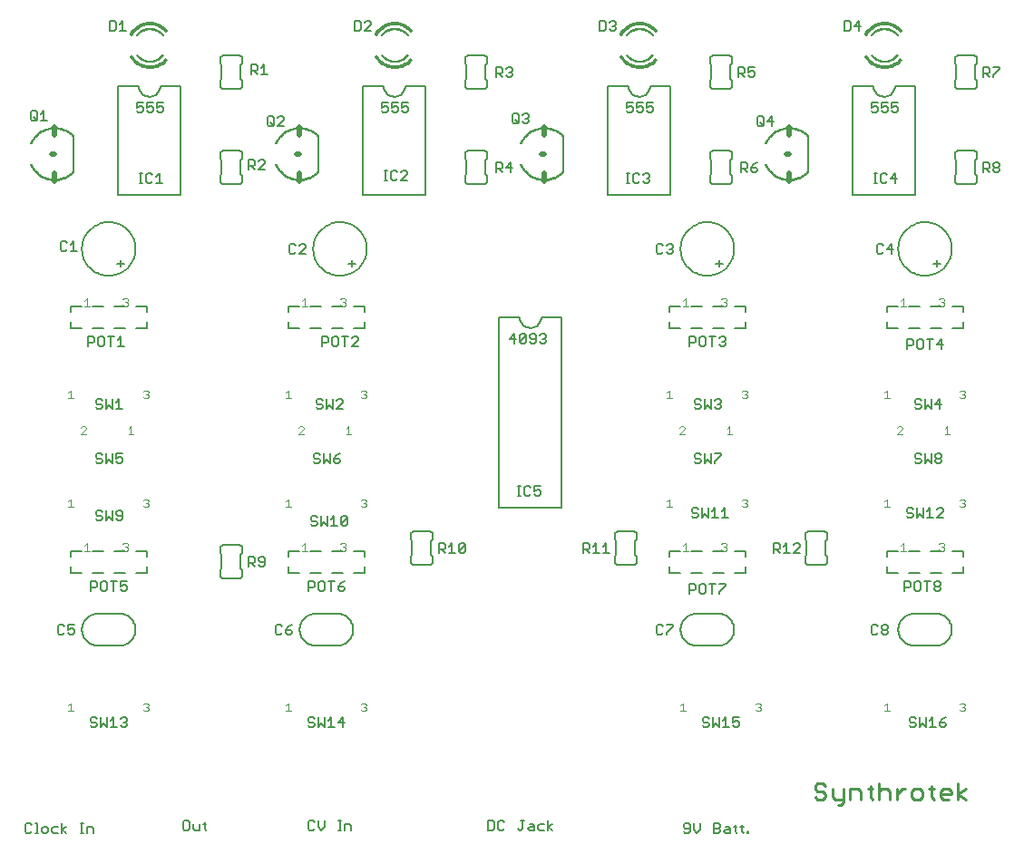
<source format=gto>
G75*
G70*
%OFA0B0*%
%FSLAX24Y24*%
%IPPOS*%
%LPD*%
%AMOC8*
5,1,8,0,0,1.08239X$1,22.5*
%
%ADD10C,0.0060*%
%ADD11C,0.0110*%
%ADD12C,0.0050*%
%ADD13C,0.0030*%
%ADD14C,0.0010*%
%ADD15C,0.0200*%
%ADD16C,0.0040*%
%ADD17C,0.0080*%
D10*
X000587Y001631D02*
X000701Y001631D01*
X000758Y001687D01*
X000899Y001631D02*
X001013Y001631D01*
X000956Y001631D02*
X000956Y001971D01*
X000899Y001971D01*
X000758Y001914D02*
X000701Y001971D01*
X000587Y001971D01*
X000531Y001914D01*
X000531Y001687D01*
X000587Y001631D01*
X001145Y001687D02*
X001201Y001631D01*
X001315Y001631D01*
X001371Y001687D01*
X001371Y001801D01*
X001315Y001858D01*
X001201Y001858D01*
X001145Y001801D01*
X001145Y001687D01*
X001513Y001687D02*
X001570Y001631D01*
X001740Y001631D01*
X001881Y001631D02*
X001881Y001971D01*
X001740Y001858D02*
X001570Y001858D01*
X001513Y001801D01*
X001513Y001687D01*
X001881Y001744D02*
X002051Y001631D01*
X001881Y001744D02*
X002051Y001858D01*
X002556Y001971D02*
X002670Y001971D01*
X002613Y001971D02*
X002613Y001631D01*
X002556Y001631D02*
X002670Y001631D01*
X002802Y001631D02*
X002802Y001858D01*
X002972Y001858D01*
X003029Y001801D01*
X003029Y001631D01*
X006331Y001787D02*
X006387Y001731D01*
X006501Y001731D01*
X006558Y001787D01*
X006558Y002014D01*
X006501Y002071D01*
X006387Y002071D01*
X006331Y002014D01*
X006331Y001787D01*
X006699Y001787D02*
X006756Y001731D01*
X006926Y001731D01*
X006926Y001958D01*
X007067Y001958D02*
X007181Y001958D01*
X007124Y002014D02*
X007124Y001787D01*
X007181Y001731D01*
X006699Y001787D02*
X006699Y001958D01*
X010931Y002014D02*
X010931Y001787D01*
X010987Y001731D01*
X011101Y001731D01*
X011158Y001787D01*
X011299Y001844D02*
X011413Y001731D01*
X011526Y001844D01*
X011526Y002071D01*
X011299Y002071D02*
X011299Y001844D01*
X011158Y002014D02*
X011101Y002071D01*
X010987Y002071D01*
X010931Y002014D01*
X012036Y002071D02*
X012149Y002071D01*
X012092Y002071D02*
X012092Y001731D01*
X012036Y001731D02*
X012149Y001731D01*
X012281Y001731D02*
X012281Y001958D01*
X012451Y001958D01*
X012508Y001901D01*
X012508Y001731D01*
X012206Y005531D02*
X012206Y005871D01*
X012036Y005701D01*
X012263Y005701D01*
X011894Y005531D02*
X011667Y005531D01*
X011781Y005531D02*
X011781Y005871D01*
X011667Y005758D01*
X011526Y005871D02*
X011526Y005531D01*
X011413Y005644D01*
X011299Y005531D01*
X011299Y005871D01*
X011158Y005814D02*
X011101Y005871D01*
X010987Y005871D01*
X010931Y005814D01*
X010931Y005758D01*
X010987Y005701D01*
X011101Y005701D01*
X011158Y005644D01*
X011158Y005587D01*
X011101Y005531D01*
X010987Y005531D01*
X010931Y005587D01*
X010269Y008931D02*
X010326Y008987D01*
X010326Y009044D01*
X010269Y009101D01*
X010099Y009101D01*
X010099Y008987D01*
X010156Y008931D01*
X010269Y008931D01*
X010099Y009101D02*
X010213Y009214D01*
X010326Y009271D01*
X009958Y009214D02*
X009901Y009271D01*
X009787Y009271D01*
X009731Y009214D01*
X009731Y008987D01*
X009787Y008931D01*
X009901Y008931D01*
X009958Y008987D01*
X010616Y009101D02*
X010618Y009055D01*
X010623Y009009D01*
X010632Y008963D01*
X010645Y008918D01*
X010661Y008875D01*
X010680Y008833D01*
X010703Y008792D01*
X010729Y008754D01*
X010758Y008717D01*
X010789Y008683D01*
X010823Y008652D01*
X010860Y008623D01*
X010898Y008597D01*
X010939Y008574D01*
X010981Y008555D01*
X011024Y008539D01*
X011069Y008526D01*
X011115Y008517D01*
X011161Y008512D01*
X011207Y008510D01*
X010616Y009101D02*
X010618Y009147D01*
X010623Y009193D01*
X010632Y009239D01*
X010645Y009284D01*
X010661Y009327D01*
X010680Y009369D01*
X010703Y009410D01*
X010729Y009448D01*
X010758Y009485D01*
X010789Y009519D01*
X010823Y009550D01*
X010860Y009579D01*
X010898Y009605D01*
X010939Y009628D01*
X010981Y009647D01*
X011024Y009663D01*
X011069Y009676D01*
X011115Y009685D01*
X011161Y009690D01*
X011207Y009692D01*
X011994Y008510D02*
X012040Y008512D01*
X012086Y008517D01*
X012132Y008526D01*
X012177Y008539D01*
X012220Y008555D01*
X012262Y008574D01*
X012303Y008597D01*
X012341Y008623D01*
X012378Y008652D01*
X012412Y008683D01*
X012443Y008717D01*
X012472Y008754D01*
X012498Y008792D01*
X012521Y008833D01*
X012540Y008875D01*
X012556Y008918D01*
X012569Y008963D01*
X012578Y009009D01*
X012583Y009055D01*
X012585Y009101D01*
X012583Y009147D01*
X012578Y009193D01*
X012569Y009239D01*
X012556Y009284D01*
X012540Y009327D01*
X012521Y009369D01*
X012498Y009410D01*
X012472Y009448D01*
X012443Y009485D01*
X012412Y009519D01*
X012378Y009550D01*
X012341Y009579D01*
X012303Y009605D01*
X012262Y009628D01*
X012220Y009647D01*
X012177Y009663D01*
X012132Y009676D01*
X012086Y009685D01*
X012040Y009690D01*
X011994Y009692D01*
X012092Y010531D02*
X012206Y010531D01*
X012263Y010587D01*
X012263Y010644D01*
X012206Y010701D01*
X012036Y010701D01*
X012036Y010587D01*
X012092Y010531D01*
X012036Y010701D02*
X012149Y010814D01*
X012263Y010871D01*
X011894Y010871D02*
X011667Y010871D01*
X011781Y010871D02*
X011781Y010531D01*
X011526Y010587D02*
X011526Y010814D01*
X011469Y010871D01*
X011356Y010871D01*
X011299Y010814D01*
X011299Y010587D01*
X011356Y010531D01*
X011469Y010531D01*
X011526Y010587D01*
X011158Y010701D02*
X011158Y010814D01*
X011101Y010871D01*
X010931Y010871D01*
X010931Y010531D01*
X010931Y010644D02*
X011101Y010644D01*
X011158Y010701D01*
X009326Y011487D02*
X009326Y011714D01*
X009269Y011771D01*
X009156Y011771D01*
X009099Y011714D01*
X009099Y011658D01*
X009156Y011601D01*
X009326Y011601D01*
X009326Y011487D02*
X009269Y011431D01*
X009156Y011431D01*
X009099Y011487D01*
X008958Y011431D02*
X008844Y011544D01*
X008901Y011544D02*
X008731Y011544D01*
X008731Y011431D02*
X008731Y011771D01*
X008901Y011771D01*
X008958Y011714D01*
X008958Y011601D01*
X008901Y011544D01*
X008501Y011294D02*
X008501Y011094D01*
X008499Y011077D01*
X008495Y011060D01*
X008488Y011044D01*
X008478Y011030D01*
X008465Y011017D01*
X008451Y011007D01*
X008435Y011000D01*
X008418Y010996D01*
X008401Y010994D01*
X007801Y010994D01*
X007784Y010996D01*
X007767Y011000D01*
X007751Y011007D01*
X007737Y011017D01*
X007724Y011030D01*
X007714Y011044D01*
X007707Y011060D01*
X007703Y011077D01*
X007701Y011094D01*
X007701Y011294D01*
X007751Y011344D01*
X007751Y011857D01*
X007701Y011907D01*
X007701Y012107D01*
X007703Y012124D01*
X007707Y012141D01*
X007714Y012157D01*
X007724Y012171D01*
X007737Y012184D01*
X007751Y012194D01*
X007767Y012201D01*
X007784Y012205D01*
X007801Y012207D01*
X008401Y012207D01*
X008418Y012205D01*
X008435Y012201D01*
X008451Y012194D01*
X008465Y012184D01*
X008478Y012171D01*
X008488Y012157D01*
X008495Y012141D01*
X008499Y012124D01*
X008501Y012107D01*
X008501Y011907D01*
X008451Y011857D01*
X008451Y011344D01*
X008501Y011294D01*
X011031Y012987D02*
X011087Y012931D01*
X011201Y012931D01*
X011258Y012987D01*
X011258Y013044D01*
X011201Y013101D01*
X011087Y013101D01*
X011031Y013158D01*
X011031Y013214D01*
X011087Y013271D01*
X011201Y013271D01*
X011258Y013214D01*
X011399Y013271D02*
X011399Y012931D01*
X011513Y013044D01*
X011626Y012931D01*
X011626Y013271D01*
X011767Y013158D02*
X011881Y013271D01*
X011881Y012931D01*
X011994Y012931D02*
X011767Y012931D01*
X012136Y012987D02*
X012136Y013214D01*
X012192Y013271D01*
X012306Y013271D01*
X012363Y013214D01*
X012136Y012987D01*
X012192Y012931D01*
X012306Y012931D01*
X012363Y012987D01*
X012363Y013214D01*
X012038Y015231D02*
X012094Y015287D01*
X012094Y015344D01*
X012038Y015401D01*
X011867Y015401D01*
X011867Y015287D01*
X011924Y015231D01*
X012038Y015231D01*
X011867Y015401D02*
X011981Y015514D01*
X012094Y015571D01*
X011726Y015571D02*
X011726Y015231D01*
X011613Y015344D01*
X011499Y015231D01*
X011499Y015571D01*
X011358Y015514D02*
X011301Y015571D01*
X011187Y015571D01*
X011131Y015514D01*
X011131Y015458D01*
X011187Y015401D01*
X011301Y015401D01*
X011358Y015344D01*
X011358Y015287D01*
X011301Y015231D01*
X011187Y015231D01*
X011131Y015287D01*
X011287Y017231D02*
X011231Y017287D01*
X011287Y017231D02*
X011401Y017231D01*
X011458Y017287D01*
X011458Y017344D01*
X011401Y017401D01*
X011287Y017401D01*
X011231Y017458D01*
X011231Y017514D01*
X011287Y017571D01*
X011401Y017571D01*
X011458Y017514D01*
X011599Y017571D02*
X011599Y017231D01*
X011713Y017344D01*
X011826Y017231D01*
X011826Y017571D01*
X011967Y017514D02*
X012024Y017571D01*
X012138Y017571D01*
X012194Y017514D01*
X012194Y017458D01*
X011967Y017231D01*
X012194Y017231D01*
X012281Y019531D02*
X012281Y019871D01*
X012394Y019871D02*
X012167Y019871D01*
X012026Y019814D02*
X011969Y019871D01*
X011856Y019871D01*
X011799Y019814D01*
X011799Y019587D01*
X011856Y019531D01*
X011969Y019531D01*
X012026Y019587D01*
X012026Y019814D01*
X011658Y019814D02*
X011658Y019701D01*
X011601Y019644D01*
X011431Y019644D01*
X011431Y019531D02*
X011431Y019871D01*
X011601Y019871D01*
X011658Y019814D01*
X012536Y019814D02*
X012592Y019871D01*
X012706Y019871D01*
X012763Y019814D01*
X012763Y019758D01*
X012536Y019531D01*
X012763Y019531D01*
X012551Y022441D02*
X012551Y022691D01*
X012421Y022561D02*
X012681Y022561D01*
X011117Y023101D02*
X011119Y023163D01*
X011125Y023226D01*
X011135Y023287D01*
X011149Y023348D01*
X011166Y023408D01*
X011187Y023467D01*
X011213Y023524D01*
X011241Y023579D01*
X011273Y023633D01*
X011309Y023684D01*
X011347Y023734D01*
X011389Y023780D01*
X011433Y023824D01*
X011481Y023865D01*
X011530Y023903D01*
X011582Y023937D01*
X011636Y023968D01*
X011692Y023996D01*
X011750Y024020D01*
X011809Y024041D01*
X011869Y024057D01*
X011930Y024070D01*
X011992Y024079D01*
X012054Y024084D01*
X012117Y024085D01*
X012179Y024082D01*
X012241Y024075D01*
X012303Y024064D01*
X012363Y024049D01*
X012423Y024031D01*
X012481Y024009D01*
X012538Y023983D01*
X012593Y023953D01*
X012646Y023920D01*
X012697Y023884D01*
X012745Y023845D01*
X012791Y023802D01*
X012834Y023757D01*
X012874Y023709D01*
X012911Y023659D01*
X012945Y023606D01*
X012976Y023552D01*
X013002Y023496D01*
X013026Y023438D01*
X013045Y023378D01*
X013061Y023318D01*
X013073Y023256D01*
X013081Y023195D01*
X013085Y023132D01*
X013085Y023070D01*
X013081Y023007D01*
X013073Y022946D01*
X013061Y022884D01*
X013045Y022824D01*
X013026Y022764D01*
X013002Y022706D01*
X012976Y022650D01*
X012945Y022596D01*
X012911Y022543D01*
X012874Y022493D01*
X012834Y022445D01*
X012791Y022400D01*
X012745Y022357D01*
X012697Y022318D01*
X012646Y022282D01*
X012593Y022249D01*
X012538Y022219D01*
X012481Y022193D01*
X012423Y022171D01*
X012363Y022153D01*
X012303Y022138D01*
X012241Y022127D01*
X012179Y022120D01*
X012117Y022117D01*
X012054Y022118D01*
X011992Y022123D01*
X011930Y022132D01*
X011869Y022145D01*
X011809Y022161D01*
X011750Y022182D01*
X011692Y022206D01*
X011636Y022234D01*
X011582Y022265D01*
X011530Y022299D01*
X011481Y022337D01*
X011433Y022378D01*
X011389Y022422D01*
X011347Y022468D01*
X011309Y022518D01*
X011273Y022569D01*
X011241Y022623D01*
X011213Y022678D01*
X011187Y022735D01*
X011166Y022794D01*
X011149Y022854D01*
X011135Y022915D01*
X011125Y022976D01*
X011119Y023039D01*
X011117Y023101D01*
X010826Y023158D02*
X010826Y023214D01*
X010769Y023271D01*
X010656Y023271D01*
X010599Y023214D01*
X010458Y023214D02*
X010401Y023271D01*
X010287Y023271D01*
X010231Y023214D01*
X010231Y022987D01*
X010287Y022931D01*
X010401Y022931D01*
X010458Y022987D01*
X010599Y022931D02*
X010826Y023158D01*
X010826Y022931D02*
X010599Y022931D01*
X012951Y025101D02*
X015251Y025101D01*
X015251Y029101D01*
X014501Y029101D01*
X014499Y029062D01*
X014493Y029023D01*
X014484Y028985D01*
X014471Y028948D01*
X014454Y028912D01*
X014434Y028879D01*
X014410Y028847D01*
X014384Y028818D01*
X014355Y028792D01*
X014323Y028768D01*
X014290Y028748D01*
X014254Y028731D01*
X014217Y028718D01*
X014179Y028709D01*
X014140Y028703D01*
X014101Y028701D01*
X014062Y028703D01*
X014023Y028709D01*
X013985Y028718D01*
X013948Y028731D01*
X013912Y028748D01*
X013879Y028768D01*
X013847Y028792D01*
X013818Y028818D01*
X013792Y028847D01*
X013768Y028879D01*
X013748Y028912D01*
X013731Y028948D01*
X013718Y028985D01*
X013709Y029023D01*
X013703Y029062D01*
X013701Y029101D01*
X012951Y029101D01*
X012951Y025101D01*
X013731Y025631D02*
X013844Y025631D01*
X013787Y025631D02*
X013787Y025971D01*
X013731Y025971D02*
X013844Y025971D01*
X013976Y025914D02*
X014033Y025971D01*
X014146Y025971D01*
X014203Y025914D01*
X014345Y025914D02*
X014401Y025971D01*
X014515Y025971D01*
X014571Y025914D01*
X014571Y025858D01*
X014345Y025631D01*
X014571Y025631D01*
X014203Y025687D02*
X014146Y025631D01*
X014033Y025631D01*
X013976Y025687D01*
X013976Y025914D01*
X014056Y028131D02*
X013999Y028187D01*
X014056Y028131D02*
X014169Y028131D01*
X014226Y028187D01*
X014226Y028301D01*
X014169Y028358D01*
X014113Y028358D01*
X013999Y028301D01*
X013999Y028471D01*
X014226Y028471D01*
X014367Y028471D02*
X014367Y028301D01*
X014481Y028358D01*
X014538Y028358D01*
X014594Y028301D01*
X014594Y028187D01*
X014538Y028131D01*
X014424Y028131D01*
X014367Y028187D01*
X014367Y028471D02*
X014594Y028471D01*
X013858Y028471D02*
X013631Y028471D01*
X013631Y028301D01*
X013744Y028358D01*
X013801Y028358D01*
X013858Y028301D01*
X013858Y028187D01*
X013801Y028131D01*
X013687Y028131D01*
X013631Y028187D01*
X011301Y027243D02*
X011301Y025959D01*
X010026Y027631D02*
X009799Y027631D01*
X010026Y027858D01*
X010026Y027914D01*
X009969Y027971D01*
X009856Y027971D01*
X009799Y027914D01*
X009658Y027914D02*
X009658Y027687D01*
X009601Y027631D01*
X009487Y027631D01*
X009431Y027687D01*
X009431Y027914D01*
X009487Y027971D01*
X009601Y027971D01*
X009658Y027914D01*
X009544Y027744D02*
X009658Y027631D01*
X009269Y026371D02*
X009156Y026371D01*
X009099Y026314D01*
X008958Y026314D02*
X008958Y026201D01*
X008901Y026144D01*
X008731Y026144D01*
X008844Y026144D02*
X008958Y026031D01*
X009099Y026031D02*
X009326Y026258D01*
X009326Y026314D01*
X009269Y026371D01*
X008958Y026314D02*
X008901Y026371D01*
X008731Y026371D01*
X008731Y026031D01*
X008501Y025794D02*
X008451Y025844D01*
X008451Y026357D01*
X008501Y026407D01*
X008501Y026607D01*
X008499Y026624D01*
X008495Y026641D01*
X008488Y026657D01*
X008478Y026671D01*
X008465Y026684D01*
X008451Y026694D01*
X008435Y026701D01*
X008418Y026705D01*
X008401Y026707D01*
X007801Y026707D01*
X007784Y026705D01*
X007767Y026701D01*
X007751Y026694D01*
X007737Y026684D01*
X007724Y026671D01*
X007714Y026657D01*
X007707Y026641D01*
X007703Y026624D01*
X007701Y026607D01*
X007701Y026407D01*
X007751Y026357D01*
X007751Y025844D01*
X007701Y025794D01*
X007701Y025594D01*
X007703Y025577D01*
X007707Y025560D01*
X007714Y025544D01*
X007724Y025530D01*
X007737Y025517D01*
X007751Y025507D01*
X007767Y025500D01*
X007784Y025496D01*
X007801Y025494D01*
X008401Y025494D01*
X008418Y025496D01*
X008435Y025500D01*
X008451Y025507D01*
X008465Y025517D01*
X008478Y025530D01*
X008488Y025544D01*
X008495Y025560D01*
X008499Y025577D01*
X008501Y025594D01*
X008501Y025794D01*
X009099Y026031D02*
X009326Y026031D01*
X008401Y028994D02*
X007801Y028994D01*
X007784Y028996D01*
X007767Y029000D01*
X007751Y029007D01*
X007737Y029017D01*
X007724Y029030D01*
X007714Y029044D01*
X007707Y029060D01*
X007703Y029077D01*
X007701Y029094D01*
X007701Y029294D01*
X007751Y029344D01*
X007751Y029857D01*
X007701Y029907D01*
X007701Y030107D01*
X007703Y030124D01*
X007707Y030141D01*
X007714Y030157D01*
X007724Y030171D01*
X007737Y030184D01*
X007751Y030194D01*
X007767Y030201D01*
X007784Y030205D01*
X007801Y030207D01*
X008401Y030207D01*
X008418Y030205D01*
X008435Y030201D01*
X008451Y030194D01*
X008465Y030184D01*
X008478Y030171D01*
X008488Y030157D01*
X008495Y030141D01*
X008499Y030124D01*
X008501Y030107D01*
X008501Y029907D01*
X008451Y029857D01*
X008451Y029344D01*
X008501Y029294D01*
X008501Y029094D01*
X008499Y029077D01*
X008495Y029060D01*
X008488Y029044D01*
X008478Y029030D01*
X008465Y029017D01*
X008451Y029007D01*
X008435Y029000D01*
X008418Y028996D01*
X008401Y028994D01*
X008831Y029531D02*
X008831Y029871D01*
X009001Y029871D01*
X009058Y029814D01*
X009058Y029701D01*
X009001Y029644D01*
X008831Y029644D01*
X008944Y029644D02*
X009058Y029531D01*
X009199Y029531D02*
X009426Y029531D01*
X009313Y029531D02*
X009313Y029871D01*
X009199Y029758D01*
X006251Y029101D02*
X005501Y029101D01*
X005499Y029062D01*
X005493Y029023D01*
X005484Y028985D01*
X005471Y028948D01*
X005454Y028912D01*
X005434Y028879D01*
X005410Y028847D01*
X005384Y028818D01*
X005355Y028792D01*
X005323Y028768D01*
X005290Y028748D01*
X005254Y028731D01*
X005217Y028718D01*
X005179Y028709D01*
X005140Y028703D01*
X005101Y028701D01*
X005062Y028703D01*
X005023Y028709D01*
X004985Y028718D01*
X004948Y028731D01*
X004912Y028748D01*
X004879Y028768D01*
X004847Y028792D01*
X004818Y028818D01*
X004792Y028847D01*
X004768Y028879D01*
X004748Y028912D01*
X004731Y028948D01*
X004718Y028985D01*
X004709Y029023D01*
X004703Y029062D01*
X004701Y029101D01*
X003951Y029101D01*
X003951Y025101D01*
X006251Y025101D01*
X006251Y029101D01*
X005594Y028471D02*
X005367Y028471D01*
X005367Y028301D01*
X005481Y028358D01*
X005538Y028358D01*
X005594Y028301D01*
X005594Y028187D01*
X005538Y028131D01*
X005424Y028131D01*
X005367Y028187D01*
X005226Y028187D02*
X005169Y028131D01*
X005056Y028131D01*
X004999Y028187D01*
X004999Y028301D02*
X005113Y028358D01*
X005169Y028358D01*
X005226Y028301D01*
X005226Y028187D01*
X004999Y028301D02*
X004999Y028471D01*
X005226Y028471D01*
X004858Y028471D02*
X004631Y028471D01*
X004631Y028301D01*
X004744Y028358D01*
X004801Y028358D01*
X004858Y028301D01*
X004858Y028187D01*
X004801Y028131D01*
X004687Y028131D01*
X004631Y028187D01*
X002301Y027243D02*
X002301Y025959D01*
X001326Y027831D02*
X001099Y027831D01*
X001213Y027831D02*
X001213Y028171D01*
X001099Y028058D01*
X000958Y028114D02*
X000958Y027887D01*
X000901Y027831D01*
X000787Y027831D01*
X000731Y027887D01*
X000731Y028114D01*
X000787Y028171D01*
X000901Y028171D01*
X000958Y028114D01*
X000844Y027944D02*
X000958Y027831D01*
X003631Y031131D02*
X003801Y031131D01*
X003858Y031187D01*
X003858Y031414D01*
X003801Y031471D01*
X003631Y031471D01*
X003631Y031131D01*
X003999Y031131D02*
X004226Y031131D01*
X004113Y031131D02*
X004113Y031471D01*
X003999Y031358D01*
X004731Y025871D02*
X004844Y025871D01*
X004787Y025871D02*
X004787Y025531D01*
X004731Y025531D02*
X004844Y025531D01*
X004976Y025587D02*
X005033Y025531D01*
X005146Y025531D01*
X005203Y025587D01*
X005345Y025531D02*
X005571Y025531D01*
X005458Y025531D02*
X005458Y025871D01*
X005345Y025758D01*
X005203Y025814D02*
X005146Y025871D01*
X005033Y025871D01*
X004976Y025814D01*
X004976Y025587D01*
X002617Y023101D02*
X002619Y023163D01*
X002625Y023226D01*
X002635Y023287D01*
X002649Y023348D01*
X002666Y023408D01*
X002687Y023467D01*
X002713Y023524D01*
X002741Y023579D01*
X002773Y023633D01*
X002809Y023684D01*
X002847Y023734D01*
X002889Y023780D01*
X002933Y023824D01*
X002981Y023865D01*
X003030Y023903D01*
X003082Y023937D01*
X003136Y023968D01*
X003192Y023996D01*
X003250Y024020D01*
X003309Y024041D01*
X003369Y024057D01*
X003430Y024070D01*
X003492Y024079D01*
X003554Y024084D01*
X003617Y024085D01*
X003679Y024082D01*
X003741Y024075D01*
X003803Y024064D01*
X003863Y024049D01*
X003923Y024031D01*
X003981Y024009D01*
X004038Y023983D01*
X004093Y023953D01*
X004146Y023920D01*
X004197Y023884D01*
X004245Y023845D01*
X004291Y023802D01*
X004334Y023757D01*
X004374Y023709D01*
X004411Y023659D01*
X004445Y023606D01*
X004476Y023552D01*
X004502Y023496D01*
X004526Y023438D01*
X004545Y023378D01*
X004561Y023318D01*
X004573Y023256D01*
X004581Y023195D01*
X004585Y023132D01*
X004585Y023070D01*
X004581Y023007D01*
X004573Y022946D01*
X004561Y022884D01*
X004545Y022824D01*
X004526Y022764D01*
X004502Y022706D01*
X004476Y022650D01*
X004445Y022596D01*
X004411Y022543D01*
X004374Y022493D01*
X004334Y022445D01*
X004291Y022400D01*
X004245Y022357D01*
X004197Y022318D01*
X004146Y022282D01*
X004093Y022249D01*
X004038Y022219D01*
X003981Y022193D01*
X003923Y022171D01*
X003863Y022153D01*
X003803Y022138D01*
X003741Y022127D01*
X003679Y022120D01*
X003617Y022117D01*
X003554Y022118D01*
X003492Y022123D01*
X003430Y022132D01*
X003369Y022145D01*
X003309Y022161D01*
X003250Y022182D01*
X003192Y022206D01*
X003136Y022234D01*
X003082Y022265D01*
X003030Y022299D01*
X002981Y022337D01*
X002933Y022378D01*
X002889Y022422D01*
X002847Y022468D01*
X002809Y022518D01*
X002773Y022569D01*
X002741Y022623D01*
X002713Y022678D01*
X002687Y022735D01*
X002666Y022794D01*
X002649Y022854D01*
X002635Y022915D01*
X002625Y022976D01*
X002619Y023039D01*
X002617Y023101D01*
X002426Y023031D02*
X002199Y023031D01*
X002313Y023031D02*
X002313Y023371D01*
X002199Y023258D01*
X002058Y023314D02*
X002001Y023371D01*
X001887Y023371D01*
X001831Y023314D01*
X001831Y023087D01*
X001887Y023031D01*
X002001Y023031D01*
X002058Y023087D01*
X003921Y022561D02*
X004181Y022561D01*
X004051Y022441D02*
X004051Y022691D01*
X004049Y019871D02*
X004049Y019531D01*
X003936Y019531D02*
X004163Y019531D01*
X003936Y019758D02*
X004049Y019871D01*
X003794Y019871D02*
X003567Y019871D01*
X003681Y019871D02*
X003681Y019531D01*
X003426Y019587D02*
X003369Y019531D01*
X003256Y019531D01*
X003199Y019587D01*
X003199Y019814D01*
X003256Y019871D01*
X003369Y019871D01*
X003426Y019814D01*
X003426Y019587D01*
X003058Y019701D02*
X003001Y019644D01*
X002831Y019644D01*
X002831Y019531D02*
X002831Y019871D01*
X003001Y019871D01*
X003058Y019814D01*
X003058Y019701D01*
X003187Y017571D02*
X003131Y017514D01*
X003131Y017458D01*
X003187Y017401D01*
X003301Y017401D01*
X003358Y017344D01*
X003358Y017287D01*
X003301Y017231D01*
X003187Y017231D01*
X003131Y017287D01*
X003187Y017571D02*
X003301Y017571D01*
X003358Y017514D01*
X003499Y017571D02*
X003499Y017231D01*
X003613Y017344D01*
X003726Y017231D01*
X003726Y017571D01*
X003867Y017458D02*
X003981Y017571D01*
X003981Y017231D01*
X004094Y017231D02*
X003867Y017231D01*
X003867Y015571D02*
X003867Y015401D01*
X003981Y015458D01*
X004038Y015458D01*
X004094Y015401D01*
X004094Y015287D01*
X004038Y015231D01*
X003924Y015231D01*
X003867Y015287D01*
X003726Y015231D02*
X003726Y015571D01*
X003867Y015571D02*
X004094Y015571D01*
X003726Y015231D02*
X003613Y015344D01*
X003499Y015231D01*
X003499Y015571D01*
X003358Y015514D02*
X003301Y015571D01*
X003187Y015571D01*
X003131Y015514D01*
X003131Y015458D01*
X003187Y015401D01*
X003301Y015401D01*
X003358Y015344D01*
X003358Y015287D01*
X003301Y015231D01*
X003187Y015231D01*
X003131Y015287D01*
X003187Y013471D02*
X003131Y013414D01*
X003131Y013358D01*
X003187Y013301D01*
X003301Y013301D01*
X003358Y013244D01*
X003358Y013187D01*
X003301Y013131D01*
X003187Y013131D01*
X003131Y013187D01*
X003187Y013471D02*
X003301Y013471D01*
X003358Y013414D01*
X003499Y013471D02*
X003499Y013131D01*
X003613Y013244D01*
X003726Y013131D01*
X003726Y013471D01*
X003867Y013414D02*
X003867Y013358D01*
X003924Y013301D01*
X004094Y013301D01*
X004094Y013414D02*
X004038Y013471D01*
X003924Y013471D01*
X003867Y013414D01*
X003867Y013187D02*
X003924Y013131D01*
X004038Y013131D01*
X004094Y013187D01*
X004094Y013414D01*
X004036Y010871D02*
X004036Y010701D01*
X004149Y010758D01*
X004206Y010758D01*
X004263Y010701D01*
X004263Y010587D01*
X004206Y010531D01*
X004092Y010531D01*
X004036Y010587D01*
X003781Y010531D02*
X003781Y010871D01*
X003894Y010871D02*
X003667Y010871D01*
X003526Y010814D02*
X003469Y010871D01*
X003356Y010871D01*
X003299Y010814D01*
X003299Y010587D01*
X003356Y010531D01*
X003469Y010531D01*
X003526Y010587D01*
X003526Y010814D01*
X003158Y010814D02*
X003158Y010701D01*
X003101Y010644D01*
X002931Y010644D01*
X002931Y010531D02*
X002931Y010871D01*
X003101Y010871D01*
X003158Y010814D01*
X004036Y010871D02*
X004263Y010871D01*
X003994Y009692D02*
X004040Y009690D01*
X004086Y009685D01*
X004132Y009676D01*
X004177Y009663D01*
X004220Y009647D01*
X004262Y009628D01*
X004303Y009605D01*
X004341Y009579D01*
X004378Y009550D01*
X004412Y009519D01*
X004443Y009485D01*
X004472Y009448D01*
X004498Y009410D01*
X004521Y009369D01*
X004540Y009327D01*
X004556Y009284D01*
X004569Y009239D01*
X004578Y009193D01*
X004583Y009147D01*
X004585Y009101D01*
X004583Y009055D01*
X004578Y009009D01*
X004569Y008963D01*
X004556Y008918D01*
X004540Y008875D01*
X004521Y008833D01*
X004498Y008792D01*
X004472Y008754D01*
X004443Y008717D01*
X004412Y008683D01*
X004378Y008652D01*
X004341Y008623D01*
X004303Y008597D01*
X004262Y008574D01*
X004220Y008555D01*
X004177Y008539D01*
X004132Y008526D01*
X004086Y008517D01*
X004040Y008512D01*
X003994Y008510D01*
X003207Y009692D02*
X003161Y009690D01*
X003115Y009685D01*
X003069Y009676D01*
X003024Y009663D01*
X002981Y009647D01*
X002939Y009628D01*
X002898Y009605D01*
X002860Y009579D01*
X002823Y009550D01*
X002789Y009519D01*
X002758Y009485D01*
X002729Y009448D01*
X002703Y009410D01*
X002680Y009369D01*
X002661Y009327D01*
X002645Y009284D01*
X002632Y009239D01*
X002623Y009193D01*
X002618Y009147D01*
X002616Y009101D01*
X002326Y009101D02*
X002326Y008987D01*
X002269Y008931D01*
X002156Y008931D01*
X002099Y008987D01*
X002099Y009101D02*
X002213Y009158D01*
X002269Y009158D01*
X002326Y009101D01*
X002326Y009271D02*
X002099Y009271D01*
X002099Y009101D01*
X001958Y009214D02*
X001901Y009271D01*
X001787Y009271D01*
X001731Y009214D01*
X001731Y008987D01*
X001787Y008931D01*
X001901Y008931D01*
X001958Y008987D01*
X002616Y009101D02*
X002618Y009055D01*
X002623Y009009D01*
X002632Y008963D01*
X002645Y008918D01*
X002661Y008875D01*
X002680Y008833D01*
X002703Y008792D01*
X002729Y008754D01*
X002758Y008717D01*
X002789Y008683D01*
X002823Y008652D01*
X002860Y008623D01*
X002898Y008597D01*
X002939Y008574D01*
X002981Y008555D01*
X003024Y008539D01*
X003069Y008526D01*
X003115Y008517D01*
X003161Y008512D01*
X003207Y008510D01*
X003299Y005871D02*
X003299Y005531D01*
X003413Y005644D01*
X003526Y005531D01*
X003526Y005871D01*
X003667Y005758D02*
X003781Y005871D01*
X003781Y005531D01*
X003894Y005531D02*
X003667Y005531D01*
X004036Y005587D02*
X004092Y005531D01*
X004206Y005531D01*
X004263Y005587D01*
X004263Y005644D01*
X004206Y005701D01*
X004149Y005701D01*
X004206Y005701D02*
X004263Y005758D01*
X004263Y005814D01*
X004206Y005871D01*
X004092Y005871D01*
X004036Y005814D01*
X003158Y005814D02*
X003101Y005871D01*
X002987Y005871D01*
X002931Y005814D01*
X002931Y005758D01*
X002987Y005701D01*
X003101Y005701D01*
X003158Y005644D01*
X003158Y005587D01*
X003101Y005531D01*
X002987Y005531D01*
X002931Y005587D01*
X014701Y011594D02*
X014701Y011794D01*
X014751Y011844D01*
X014751Y012357D01*
X014701Y012407D01*
X014701Y012607D01*
X014703Y012624D01*
X014707Y012641D01*
X014714Y012657D01*
X014724Y012671D01*
X014737Y012684D01*
X014751Y012694D01*
X014767Y012701D01*
X014784Y012705D01*
X014801Y012707D01*
X015401Y012707D01*
X015418Y012705D01*
X015435Y012701D01*
X015451Y012694D01*
X015465Y012684D01*
X015478Y012671D01*
X015488Y012657D01*
X015495Y012641D01*
X015499Y012624D01*
X015501Y012607D01*
X015501Y012407D01*
X015451Y012357D01*
X015451Y011844D01*
X015501Y011794D01*
X015501Y011594D01*
X015499Y011577D01*
X015495Y011560D01*
X015488Y011544D01*
X015478Y011530D01*
X015465Y011517D01*
X015451Y011507D01*
X015435Y011500D01*
X015418Y011496D01*
X015401Y011494D01*
X014801Y011494D01*
X014784Y011496D01*
X014767Y011500D01*
X014751Y011507D01*
X014737Y011517D01*
X014724Y011530D01*
X014714Y011544D01*
X014707Y011560D01*
X014703Y011577D01*
X014701Y011594D01*
X015731Y011931D02*
X015731Y012271D01*
X015901Y012271D01*
X015958Y012214D01*
X015958Y012101D01*
X015901Y012044D01*
X015731Y012044D01*
X015844Y012044D02*
X015958Y011931D01*
X016099Y011931D02*
X016326Y011931D01*
X016213Y011931D02*
X016213Y012271D01*
X016099Y012158D01*
X016467Y012214D02*
X016467Y011987D01*
X016694Y012214D01*
X016694Y011987D01*
X016638Y011931D01*
X016524Y011931D01*
X016467Y011987D01*
X016467Y012214D02*
X016524Y012271D01*
X016638Y012271D01*
X016694Y012214D01*
X017951Y013601D02*
X020251Y013601D01*
X020251Y020601D01*
X019501Y020601D01*
X019499Y020562D01*
X019493Y020523D01*
X019484Y020485D01*
X019471Y020448D01*
X019454Y020412D01*
X019434Y020379D01*
X019410Y020347D01*
X019384Y020318D01*
X019355Y020292D01*
X019323Y020268D01*
X019290Y020248D01*
X019254Y020231D01*
X019217Y020218D01*
X019179Y020209D01*
X019140Y020203D01*
X019101Y020201D01*
X019062Y020203D01*
X019023Y020209D01*
X018985Y020218D01*
X018948Y020231D01*
X018912Y020248D01*
X018879Y020268D01*
X018847Y020292D01*
X018818Y020318D01*
X018792Y020347D01*
X018768Y020379D01*
X018748Y020412D01*
X018731Y020448D01*
X018718Y020485D01*
X018709Y020523D01*
X018703Y020562D01*
X018701Y020601D01*
X017951Y020601D01*
X017951Y013601D01*
X018631Y014031D02*
X018744Y014031D01*
X018687Y014031D02*
X018687Y014371D01*
X018631Y014371D02*
X018744Y014371D01*
X018876Y014314D02*
X018876Y014087D01*
X018933Y014031D01*
X019046Y014031D01*
X019103Y014087D01*
X019245Y014087D02*
X019301Y014031D01*
X019415Y014031D01*
X019471Y014087D01*
X019471Y014201D01*
X019415Y014258D01*
X019358Y014258D01*
X019245Y014201D01*
X019245Y014371D01*
X019471Y014371D01*
X019103Y014314D02*
X019046Y014371D01*
X018933Y014371D01*
X018876Y014314D01*
X021031Y012271D02*
X021201Y012271D01*
X021258Y012214D01*
X021258Y012101D01*
X021201Y012044D01*
X021031Y012044D01*
X021031Y011931D02*
X021031Y012271D01*
X021144Y012044D02*
X021258Y011931D01*
X021399Y011931D02*
X021626Y011931D01*
X021513Y011931D02*
X021513Y012271D01*
X021399Y012158D01*
X021767Y012158D02*
X021881Y012271D01*
X021881Y011931D01*
X021994Y011931D02*
X021767Y011931D01*
X022201Y011794D02*
X022251Y011844D01*
X022251Y012357D01*
X022201Y012407D01*
X022201Y012607D01*
X022203Y012624D01*
X022207Y012641D01*
X022214Y012657D01*
X022224Y012671D01*
X022237Y012684D01*
X022251Y012694D01*
X022267Y012701D01*
X022284Y012705D01*
X022301Y012707D01*
X022901Y012707D01*
X022918Y012705D01*
X022935Y012701D01*
X022951Y012694D01*
X022965Y012684D01*
X022978Y012671D01*
X022988Y012657D01*
X022995Y012641D01*
X022999Y012624D01*
X023001Y012607D01*
X023001Y012407D01*
X022951Y012357D01*
X022951Y011844D01*
X023001Y011794D01*
X023001Y011594D01*
X022999Y011577D01*
X022995Y011560D01*
X022988Y011544D01*
X022978Y011530D01*
X022965Y011517D01*
X022951Y011507D01*
X022935Y011500D01*
X022918Y011496D01*
X022901Y011494D01*
X022301Y011494D01*
X022284Y011496D01*
X022267Y011500D01*
X022251Y011507D01*
X022237Y011517D01*
X022224Y011530D01*
X022214Y011544D01*
X022207Y011560D01*
X022203Y011577D01*
X022201Y011594D01*
X022201Y011794D01*
X023787Y009271D02*
X023731Y009214D01*
X023731Y008987D01*
X023787Y008931D01*
X023901Y008931D01*
X023958Y008987D01*
X024099Y008987D02*
X024099Y008931D01*
X024099Y008987D02*
X024326Y009214D01*
X024326Y009271D01*
X024099Y009271D01*
X023958Y009214D02*
X023901Y009271D01*
X023787Y009271D01*
X024616Y009101D02*
X024618Y009055D01*
X024623Y009009D01*
X024632Y008963D01*
X024645Y008918D01*
X024661Y008875D01*
X024680Y008833D01*
X024703Y008792D01*
X024729Y008754D01*
X024758Y008717D01*
X024789Y008683D01*
X024823Y008652D01*
X024860Y008623D01*
X024898Y008597D01*
X024939Y008574D01*
X024981Y008555D01*
X025024Y008539D01*
X025069Y008526D01*
X025115Y008517D01*
X025161Y008512D01*
X025207Y008510D01*
X024616Y009101D02*
X024618Y009147D01*
X024623Y009193D01*
X024632Y009239D01*
X024645Y009284D01*
X024661Y009327D01*
X024680Y009369D01*
X024703Y009410D01*
X024729Y009448D01*
X024758Y009485D01*
X024789Y009519D01*
X024823Y009550D01*
X024860Y009579D01*
X024898Y009605D01*
X024939Y009628D01*
X024981Y009647D01*
X025024Y009663D01*
X025069Y009676D01*
X025115Y009685D01*
X025161Y009690D01*
X025207Y009692D01*
X025356Y010431D02*
X025469Y010431D01*
X025526Y010487D01*
X025526Y010714D01*
X025469Y010771D01*
X025356Y010771D01*
X025299Y010714D01*
X025299Y010487D01*
X025356Y010431D01*
X025158Y010601D02*
X025101Y010544D01*
X024931Y010544D01*
X024931Y010431D02*
X024931Y010771D01*
X025101Y010771D01*
X025158Y010714D01*
X025158Y010601D01*
X025667Y010771D02*
X025894Y010771D01*
X025781Y010771D02*
X025781Y010431D01*
X026036Y010431D02*
X026036Y010487D01*
X026263Y010714D01*
X026263Y010771D01*
X026036Y010771D01*
X026585Y009101D02*
X026583Y009055D01*
X026578Y009009D01*
X026569Y008963D01*
X026556Y008918D01*
X026540Y008875D01*
X026521Y008833D01*
X026498Y008792D01*
X026472Y008754D01*
X026443Y008717D01*
X026412Y008683D01*
X026378Y008652D01*
X026341Y008623D01*
X026303Y008597D01*
X026262Y008574D01*
X026220Y008555D01*
X026177Y008539D01*
X026132Y008526D01*
X026086Y008517D01*
X026040Y008512D01*
X025994Y008510D01*
X026585Y009101D02*
X026583Y009147D01*
X026578Y009193D01*
X026569Y009239D01*
X026556Y009284D01*
X026540Y009327D01*
X026521Y009369D01*
X026498Y009410D01*
X026472Y009448D01*
X026443Y009485D01*
X026412Y009519D01*
X026378Y009550D01*
X026341Y009579D01*
X026303Y009605D01*
X026262Y009628D01*
X026220Y009647D01*
X026177Y009663D01*
X026132Y009676D01*
X026086Y009685D01*
X026040Y009690D01*
X025994Y009692D01*
X028031Y011931D02*
X028031Y012271D01*
X028201Y012271D01*
X028258Y012214D01*
X028258Y012101D01*
X028201Y012044D01*
X028031Y012044D01*
X028144Y012044D02*
X028258Y011931D01*
X028399Y011931D02*
X028626Y011931D01*
X028513Y011931D02*
X028513Y012271D01*
X028399Y012158D01*
X028767Y012214D02*
X028824Y012271D01*
X028938Y012271D01*
X028994Y012214D01*
X028994Y012158D01*
X028767Y011931D01*
X028994Y011931D01*
X029201Y011794D02*
X029251Y011844D01*
X029251Y012357D01*
X029201Y012407D01*
X029201Y012607D01*
X029203Y012624D01*
X029207Y012641D01*
X029214Y012657D01*
X029224Y012671D01*
X029237Y012684D01*
X029251Y012694D01*
X029267Y012701D01*
X029284Y012705D01*
X029301Y012707D01*
X029901Y012707D01*
X029918Y012705D01*
X029935Y012701D01*
X029951Y012694D01*
X029965Y012684D01*
X029978Y012671D01*
X029988Y012657D01*
X029995Y012641D01*
X029999Y012624D01*
X030001Y012607D01*
X030001Y012407D01*
X029951Y012357D01*
X029951Y011844D01*
X030001Y011794D01*
X030001Y011594D01*
X029999Y011577D01*
X029995Y011560D01*
X029988Y011544D01*
X029978Y011530D01*
X029965Y011517D01*
X029951Y011507D01*
X029935Y011500D01*
X029918Y011496D01*
X029901Y011494D01*
X029301Y011494D01*
X029284Y011496D01*
X029267Y011500D01*
X029251Y011507D01*
X029237Y011517D01*
X029224Y011530D01*
X029214Y011544D01*
X029207Y011560D01*
X029203Y011577D01*
X029201Y011594D01*
X029201Y011794D01*
X026363Y013231D02*
X026136Y013231D01*
X026249Y013231D02*
X026249Y013571D01*
X026136Y013458D01*
X025994Y013231D02*
X025767Y013231D01*
X025881Y013231D02*
X025881Y013571D01*
X025767Y013458D01*
X025626Y013571D02*
X025626Y013231D01*
X025513Y013344D01*
X025399Y013231D01*
X025399Y013571D01*
X025258Y013514D02*
X025201Y013571D01*
X025087Y013571D01*
X025031Y013514D01*
X025031Y013458D01*
X025087Y013401D01*
X025201Y013401D01*
X025258Y013344D01*
X025258Y013287D01*
X025201Y013231D01*
X025087Y013231D01*
X025031Y013287D01*
X025187Y015231D02*
X025131Y015287D01*
X025187Y015231D02*
X025301Y015231D01*
X025358Y015287D01*
X025358Y015344D01*
X025301Y015401D01*
X025187Y015401D01*
X025131Y015458D01*
X025131Y015514D01*
X025187Y015571D01*
X025301Y015571D01*
X025358Y015514D01*
X025499Y015571D02*
X025499Y015231D01*
X025613Y015344D01*
X025726Y015231D01*
X025726Y015571D01*
X025867Y015571D02*
X026094Y015571D01*
X026094Y015514D01*
X025867Y015287D01*
X025867Y015231D01*
X025924Y017231D02*
X025867Y017287D01*
X025924Y017231D02*
X026038Y017231D01*
X026094Y017287D01*
X026094Y017344D01*
X026038Y017401D01*
X025981Y017401D01*
X026038Y017401D02*
X026094Y017458D01*
X026094Y017514D01*
X026038Y017571D01*
X025924Y017571D01*
X025867Y017514D01*
X025726Y017571D02*
X025726Y017231D01*
X025613Y017344D01*
X025499Y017231D01*
X025499Y017571D01*
X025358Y017514D02*
X025301Y017571D01*
X025187Y017571D01*
X025131Y017514D01*
X025131Y017458D01*
X025187Y017401D01*
X025301Y017401D01*
X025358Y017344D01*
X025358Y017287D01*
X025301Y017231D01*
X025187Y017231D01*
X025131Y017287D01*
X024931Y019531D02*
X024931Y019871D01*
X025101Y019871D01*
X025158Y019814D01*
X025158Y019701D01*
X025101Y019644D01*
X024931Y019644D01*
X025299Y019587D02*
X025356Y019531D01*
X025469Y019531D01*
X025526Y019587D01*
X025526Y019814D01*
X025469Y019871D01*
X025356Y019871D01*
X025299Y019814D01*
X025299Y019587D01*
X025667Y019871D02*
X025894Y019871D01*
X025781Y019871D02*
X025781Y019531D01*
X026036Y019587D02*
X026092Y019531D01*
X026206Y019531D01*
X026263Y019587D01*
X026263Y019644D01*
X026206Y019701D01*
X026149Y019701D01*
X026206Y019701D02*
X026263Y019758D01*
X026263Y019814D01*
X026206Y019871D01*
X026092Y019871D01*
X026036Y019814D01*
X026051Y022441D02*
X026051Y022691D01*
X025921Y022561D02*
X026181Y022561D01*
X024617Y023101D02*
X024619Y023163D01*
X024625Y023226D01*
X024635Y023287D01*
X024649Y023348D01*
X024666Y023408D01*
X024687Y023467D01*
X024713Y023524D01*
X024741Y023579D01*
X024773Y023633D01*
X024809Y023684D01*
X024847Y023734D01*
X024889Y023780D01*
X024933Y023824D01*
X024981Y023865D01*
X025030Y023903D01*
X025082Y023937D01*
X025136Y023968D01*
X025192Y023996D01*
X025250Y024020D01*
X025309Y024041D01*
X025369Y024057D01*
X025430Y024070D01*
X025492Y024079D01*
X025554Y024084D01*
X025617Y024085D01*
X025679Y024082D01*
X025741Y024075D01*
X025803Y024064D01*
X025863Y024049D01*
X025923Y024031D01*
X025981Y024009D01*
X026038Y023983D01*
X026093Y023953D01*
X026146Y023920D01*
X026197Y023884D01*
X026245Y023845D01*
X026291Y023802D01*
X026334Y023757D01*
X026374Y023709D01*
X026411Y023659D01*
X026445Y023606D01*
X026476Y023552D01*
X026502Y023496D01*
X026526Y023438D01*
X026545Y023378D01*
X026561Y023318D01*
X026573Y023256D01*
X026581Y023195D01*
X026585Y023132D01*
X026585Y023070D01*
X026581Y023007D01*
X026573Y022946D01*
X026561Y022884D01*
X026545Y022824D01*
X026526Y022764D01*
X026502Y022706D01*
X026476Y022650D01*
X026445Y022596D01*
X026411Y022543D01*
X026374Y022493D01*
X026334Y022445D01*
X026291Y022400D01*
X026245Y022357D01*
X026197Y022318D01*
X026146Y022282D01*
X026093Y022249D01*
X026038Y022219D01*
X025981Y022193D01*
X025923Y022171D01*
X025863Y022153D01*
X025803Y022138D01*
X025741Y022127D01*
X025679Y022120D01*
X025617Y022117D01*
X025554Y022118D01*
X025492Y022123D01*
X025430Y022132D01*
X025369Y022145D01*
X025309Y022161D01*
X025250Y022182D01*
X025192Y022206D01*
X025136Y022234D01*
X025082Y022265D01*
X025030Y022299D01*
X024981Y022337D01*
X024933Y022378D01*
X024889Y022422D01*
X024847Y022468D01*
X024809Y022518D01*
X024773Y022569D01*
X024741Y022623D01*
X024713Y022678D01*
X024687Y022735D01*
X024666Y022794D01*
X024649Y022854D01*
X024635Y022915D01*
X024625Y022976D01*
X024619Y023039D01*
X024617Y023101D01*
X024326Y023158D02*
X024269Y023101D01*
X024326Y023044D01*
X024326Y022987D01*
X024269Y022931D01*
X024156Y022931D01*
X024099Y022987D01*
X023958Y022987D02*
X023901Y022931D01*
X023787Y022931D01*
X023731Y022987D01*
X023731Y023214D01*
X023787Y023271D01*
X023901Y023271D01*
X023958Y023214D01*
X024099Y023214D02*
X024156Y023271D01*
X024269Y023271D01*
X024326Y023214D01*
X024326Y023158D01*
X024269Y023101D02*
X024213Y023101D01*
X024251Y025101D02*
X021951Y025101D01*
X021951Y029101D01*
X022701Y029101D01*
X022703Y029062D01*
X022709Y029023D01*
X022718Y028985D01*
X022731Y028948D01*
X022748Y028912D01*
X022768Y028879D01*
X022792Y028847D01*
X022818Y028818D01*
X022847Y028792D01*
X022879Y028768D01*
X022912Y028748D01*
X022948Y028731D01*
X022985Y028718D01*
X023023Y028709D01*
X023062Y028703D01*
X023101Y028701D01*
X023140Y028703D01*
X023179Y028709D01*
X023217Y028718D01*
X023254Y028731D01*
X023290Y028748D01*
X023323Y028768D01*
X023355Y028792D01*
X023384Y028818D01*
X023410Y028847D01*
X023434Y028879D01*
X023454Y028912D01*
X023471Y028948D01*
X023484Y028985D01*
X023493Y029023D01*
X023499Y029062D01*
X023501Y029101D01*
X024251Y029101D01*
X024251Y025101D01*
X023471Y025587D02*
X023471Y025644D01*
X023415Y025701D01*
X023358Y025701D01*
X023415Y025701D02*
X023471Y025758D01*
X023471Y025814D01*
X023415Y025871D01*
X023301Y025871D01*
X023245Y025814D01*
X023103Y025814D02*
X023046Y025871D01*
X022933Y025871D01*
X022876Y025814D01*
X022876Y025587D01*
X022933Y025531D01*
X023046Y025531D01*
X023103Y025587D01*
X023245Y025587D02*
X023301Y025531D01*
X023415Y025531D01*
X023471Y025587D01*
X022744Y025531D02*
X022631Y025531D01*
X022687Y025531D02*
X022687Y025871D01*
X022631Y025871D02*
X022744Y025871D01*
X022687Y028131D02*
X022631Y028187D01*
X022687Y028131D02*
X022801Y028131D01*
X022858Y028187D01*
X022858Y028301D01*
X022801Y028358D01*
X022744Y028358D01*
X022631Y028301D01*
X022631Y028471D01*
X022858Y028471D01*
X022999Y028471D02*
X022999Y028301D01*
X023113Y028358D01*
X023169Y028358D01*
X023226Y028301D01*
X023226Y028187D01*
X023169Y028131D01*
X023056Y028131D01*
X022999Y028187D01*
X022999Y028471D02*
X023226Y028471D01*
X023367Y028471D02*
X023367Y028301D01*
X023481Y028358D01*
X023538Y028358D01*
X023594Y028301D01*
X023594Y028187D01*
X023538Y028131D01*
X023424Y028131D01*
X023367Y028187D01*
X023367Y028471D02*
X023594Y028471D01*
X025701Y029094D02*
X025701Y029294D01*
X025751Y029344D01*
X025751Y029857D01*
X025701Y029907D01*
X025701Y030107D01*
X025703Y030124D01*
X025707Y030141D01*
X025714Y030157D01*
X025724Y030171D01*
X025737Y030184D01*
X025751Y030194D01*
X025767Y030201D01*
X025784Y030205D01*
X025801Y030207D01*
X026401Y030207D01*
X026418Y030205D01*
X026435Y030201D01*
X026451Y030194D01*
X026465Y030184D01*
X026478Y030171D01*
X026488Y030157D01*
X026495Y030141D01*
X026499Y030124D01*
X026501Y030107D01*
X026501Y029907D01*
X026451Y029857D01*
X026451Y029344D01*
X026501Y029294D01*
X026501Y029094D01*
X026499Y029077D01*
X026495Y029060D01*
X026488Y029044D01*
X026478Y029030D01*
X026465Y029017D01*
X026451Y029007D01*
X026435Y029000D01*
X026418Y028996D01*
X026401Y028994D01*
X025801Y028994D01*
X025784Y028996D01*
X025767Y029000D01*
X025751Y029007D01*
X025737Y029017D01*
X025724Y029030D01*
X025714Y029044D01*
X025707Y029060D01*
X025703Y029077D01*
X025701Y029094D01*
X026731Y029431D02*
X026731Y029771D01*
X026901Y029771D01*
X026958Y029714D01*
X026958Y029601D01*
X026901Y029544D01*
X026731Y029544D01*
X026844Y029544D02*
X026958Y029431D01*
X027099Y029487D02*
X027156Y029431D01*
X027269Y029431D01*
X027326Y029487D01*
X027326Y029601D01*
X027269Y029658D01*
X027213Y029658D01*
X027099Y029601D01*
X027099Y029771D01*
X027326Y029771D01*
X027487Y027971D02*
X027431Y027914D01*
X027431Y027687D01*
X027487Y027631D01*
X027601Y027631D01*
X027658Y027687D01*
X027658Y027914D01*
X027601Y027971D01*
X027487Y027971D01*
X027544Y027744D02*
X027658Y027631D01*
X027799Y027801D02*
X028026Y027801D01*
X027969Y027971D02*
X027799Y027801D01*
X027969Y027631D02*
X027969Y027971D01*
X029301Y027243D02*
X029301Y025959D01*
X030951Y025101D02*
X033251Y025101D01*
X033251Y029101D01*
X032501Y029101D01*
X032499Y029062D01*
X032493Y029023D01*
X032484Y028985D01*
X032471Y028948D01*
X032454Y028912D01*
X032434Y028879D01*
X032410Y028847D01*
X032384Y028818D01*
X032355Y028792D01*
X032323Y028768D01*
X032290Y028748D01*
X032254Y028731D01*
X032217Y028718D01*
X032179Y028709D01*
X032140Y028703D01*
X032101Y028701D01*
X032062Y028703D01*
X032023Y028709D01*
X031985Y028718D01*
X031948Y028731D01*
X031912Y028748D01*
X031879Y028768D01*
X031847Y028792D01*
X031818Y028818D01*
X031792Y028847D01*
X031768Y028879D01*
X031748Y028912D01*
X031731Y028948D01*
X031718Y028985D01*
X031709Y029023D01*
X031703Y029062D01*
X031701Y029101D01*
X030951Y029101D01*
X030951Y025101D01*
X031731Y025531D02*
X031844Y025531D01*
X031787Y025531D02*
X031787Y025871D01*
X031731Y025871D02*
X031844Y025871D01*
X031976Y025814D02*
X031976Y025587D01*
X032033Y025531D01*
X032146Y025531D01*
X032203Y025587D01*
X032345Y025701D02*
X032571Y025701D01*
X032515Y025871D02*
X032345Y025701D01*
X032203Y025814D02*
X032146Y025871D01*
X032033Y025871D01*
X031976Y025814D01*
X032515Y025871D02*
X032515Y025531D01*
X034701Y025594D02*
X034701Y025794D01*
X034751Y025844D01*
X034751Y026357D01*
X034701Y026407D01*
X034701Y026607D01*
X034703Y026624D01*
X034707Y026641D01*
X034714Y026657D01*
X034724Y026671D01*
X034737Y026684D01*
X034751Y026694D01*
X034767Y026701D01*
X034784Y026705D01*
X034801Y026707D01*
X035401Y026707D01*
X035418Y026705D01*
X035435Y026701D01*
X035451Y026694D01*
X035465Y026684D01*
X035478Y026671D01*
X035488Y026657D01*
X035495Y026641D01*
X035499Y026624D01*
X035501Y026607D01*
X035501Y026407D01*
X035451Y026357D01*
X035451Y025844D01*
X035501Y025794D01*
X035501Y025594D01*
X035499Y025577D01*
X035495Y025560D01*
X035488Y025544D01*
X035478Y025530D01*
X035465Y025517D01*
X035451Y025507D01*
X035435Y025500D01*
X035418Y025496D01*
X035401Y025494D01*
X034801Y025494D01*
X034784Y025496D01*
X034767Y025500D01*
X034751Y025507D01*
X034737Y025517D01*
X034724Y025530D01*
X034714Y025544D01*
X034707Y025560D01*
X034703Y025577D01*
X034701Y025594D01*
X035731Y025931D02*
X035731Y026271D01*
X035901Y026271D01*
X035958Y026214D01*
X035958Y026101D01*
X035901Y026044D01*
X035731Y026044D01*
X035844Y026044D02*
X035958Y025931D01*
X036099Y025987D02*
X036099Y026044D01*
X036156Y026101D01*
X036269Y026101D01*
X036326Y026044D01*
X036326Y025987D01*
X036269Y025931D01*
X036156Y025931D01*
X036099Y025987D01*
X036156Y026101D02*
X036099Y026158D01*
X036099Y026214D01*
X036156Y026271D01*
X036269Y026271D01*
X036326Y026214D01*
X036326Y026158D01*
X036269Y026101D01*
X035401Y028994D02*
X034801Y028994D01*
X034784Y028996D01*
X034767Y029000D01*
X034751Y029007D01*
X034737Y029017D01*
X034724Y029030D01*
X034714Y029044D01*
X034707Y029060D01*
X034703Y029077D01*
X034701Y029094D01*
X034701Y029294D01*
X034751Y029344D01*
X034751Y029857D01*
X034701Y029907D01*
X034701Y030107D01*
X034703Y030124D01*
X034707Y030141D01*
X034714Y030157D01*
X034724Y030171D01*
X034737Y030184D01*
X034751Y030194D01*
X034767Y030201D01*
X034784Y030205D01*
X034801Y030207D01*
X035401Y030207D01*
X035418Y030205D01*
X035435Y030201D01*
X035451Y030194D01*
X035465Y030184D01*
X035478Y030171D01*
X035488Y030157D01*
X035495Y030141D01*
X035499Y030124D01*
X035501Y030107D01*
X035501Y029907D01*
X035451Y029857D01*
X035451Y029344D01*
X035501Y029294D01*
X035501Y029094D01*
X035499Y029077D01*
X035495Y029060D01*
X035488Y029044D01*
X035478Y029030D01*
X035465Y029017D01*
X035451Y029007D01*
X035435Y029000D01*
X035418Y028996D01*
X035401Y028994D01*
X035731Y029431D02*
X035731Y029771D01*
X035901Y029771D01*
X035958Y029714D01*
X035958Y029601D01*
X035901Y029544D01*
X035731Y029544D01*
X035844Y029544D02*
X035958Y029431D01*
X036099Y029431D02*
X036099Y029487D01*
X036326Y029714D01*
X036326Y029771D01*
X036099Y029771D01*
X032594Y028471D02*
X032367Y028471D01*
X032367Y028301D01*
X032481Y028358D01*
X032538Y028358D01*
X032594Y028301D01*
X032594Y028187D01*
X032538Y028131D01*
X032424Y028131D01*
X032367Y028187D01*
X032226Y028187D02*
X032169Y028131D01*
X032056Y028131D01*
X031999Y028187D01*
X031999Y028301D02*
X032113Y028358D01*
X032169Y028358D01*
X032226Y028301D01*
X032226Y028187D01*
X031999Y028301D02*
X031999Y028471D01*
X032226Y028471D01*
X031858Y028471D02*
X031631Y028471D01*
X031631Y028301D01*
X031744Y028358D01*
X031801Y028358D01*
X031858Y028301D01*
X031858Y028187D01*
X031801Y028131D01*
X031687Y028131D01*
X031631Y028187D01*
X031169Y031131D02*
X031169Y031471D01*
X030999Y031301D01*
X031226Y031301D01*
X030858Y031414D02*
X030801Y031471D01*
X030631Y031471D01*
X030631Y031131D01*
X030801Y031131D01*
X030858Y031187D01*
X030858Y031414D01*
X026401Y026707D02*
X025801Y026707D01*
X025784Y026705D01*
X025767Y026701D01*
X025751Y026694D01*
X025737Y026684D01*
X025724Y026671D01*
X025714Y026657D01*
X025707Y026641D01*
X025703Y026624D01*
X025701Y026607D01*
X025701Y026407D01*
X025751Y026357D01*
X025751Y025844D01*
X025701Y025794D01*
X025701Y025594D01*
X025703Y025577D01*
X025707Y025560D01*
X025714Y025544D01*
X025724Y025530D01*
X025737Y025517D01*
X025751Y025507D01*
X025767Y025500D01*
X025784Y025496D01*
X025801Y025494D01*
X026401Y025494D01*
X026418Y025496D01*
X026435Y025500D01*
X026451Y025507D01*
X026465Y025517D01*
X026478Y025530D01*
X026488Y025544D01*
X026495Y025560D01*
X026499Y025577D01*
X026501Y025594D01*
X026501Y025794D01*
X026451Y025844D01*
X026451Y026357D01*
X026501Y026407D01*
X026501Y026607D01*
X026499Y026624D01*
X026495Y026641D01*
X026488Y026657D01*
X026478Y026671D01*
X026465Y026684D01*
X026451Y026694D01*
X026435Y026701D01*
X026418Y026705D01*
X026401Y026707D01*
X026831Y026271D02*
X027001Y026271D01*
X027058Y026214D01*
X027058Y026101D01*
X027001Y026044D01*
X026831Y026044D01*
X026944Y026044D02*
X027058Y025931D01*
X027199Y025987D02*
X027256Y025931D01*
X027369Y025931D01*
X027426Y025987D01*
X027426Y026044D01*
X027369Y026101D01*
X027199Y026101D01*
X027199Y025987D01*
X027199Y026101D02*
X027313Y026214D01*
X027426Y026271D01*
X026831Y026271D02*
X026831Y025931D01*
X031831Y023214D02*
X031831Y022987D01*
X031887Y022931D01*
X032001Y022931D01*
X032058Y022987D01*
X032199Y023101D02*
X032426Y023101D01*
X032369Y022931D02*
X032369Y023271D01*
X032199Y023101D01*
X032058Y023214D02*
X032001Y023271D01*
X031887Y023271D01*
X031831Y023214D01*
X032617Y023101D02*
X032619Y023163D01*
X032625Y023226D01*
X032635Y023287D01*
X032649Y023348D01*
X032666Y023408D01*
X032687Y023467D01*
X032713Y023524D01*
X032741Y023579D01*
X032773Y023633D01*
X032809Y023684D01*
X032847Y023734D01*
X032889Y023780D01*
X032933Y023824D01*
X032981Y023865D01*
X033030Y023903D01*
X033082Y023937D01*
X033136Y023968D01*
X033192Y023996D01*
X033250Y024020D01*
X033309Y024041D01*
X033369Y024057D01*
X033430Y024070D01*
X033492Y024079D01*
X033554Y024084D01*
X033617Y024085D01*
X033679Y024082D01*
X033741Y024075D01*
X033803Y024064D01*
X033863Y024049D01*
X033923Y024031D01*
X033981Y024009D01*
X034038Y023983D01*
X034093Y023953D01*
X034146Y023920D01*
X034197Y023884D01*
X034245Y023845D01*
X034291Y023802D01*
X034334Y023757D01*
X034374Y023709D01*
X034411Y023659D01*
X034445Y023606D01*
X034476Y023552D01*
X034502Y023496D01*
X034526Y023438D01*
X034545Y023378D01*
X034561Y023318D01*
X034573Y023256D01*
X034581Y023195D01*
X034585Y023132D01*
X034585Y023070D01*
X034581Y023007D01*
X034573Y022946D01*
X034561Y022884D01*
X034545Y022824D01*
X034526Y022764D01*
X034502Y022706D01*
X034476Y022650D01*
X034445Y022596D01*
X034411Y022543D01*
X034374Y022493D01*
X034334Y022445D01*
X034291Y022400D01*
X034245Y022357D01*
X034197Y022318D01*
X034146Y022282D01*
X034093Y022249D01*
X034038Y022219D01*
X033981Y022193D01*
X033923Y022171D01*
X033863Y022153D01*
X033803Y022138D01*
X033741Y022127D01*
X033679Y022120D01*
X033617Y022117D01*
X033554Y022118D01*
X033492Y022123D01*
X033430Y022132D01*
X033369Y022145D01*
X033309Y022161D01*
X033250Y022182D01*
X033192Y022206D01*
X033136Y022234D01*
X033082Y022265D01*
X033030Y022299D01*
X032981Y022337D01*
X032933Y022378D01*
X032889Y022422D01*
X032847Y022468D01*
X032809Y022518D01*
X032773Y022569D01*
X032741Y022623D01*
X032713Y022678D01*
X032687Y022735D01*
X032666Y022794D01*
X032649Y022854D01*
X032635Y022915D01*
X032625Y022976D01*
X032619Y023039D01*
X032617Y023101D01*
X033921Y022561D02*
X034181Y022561D01*
X034051Y022441D02*
X034051Y022691D01*
X034206Y019771D02*
X034036Y019601D01*
X034263Y019601D01*
X034206Y019431D02*
X034206Y019771D01*
X033894Y019771D02*
X033667Y019771D01*
X033781Y019771D02*
X033781Y019431D01*
X033526Y019487D02*
X033526Y019714D01*
X033469Y019771D01*
X033356Y019771D01*
X033299Y019714D01*
X033299Y019487D01*
X033356Y019431D01*
X033469Y019431D01*
X033526Y019487D01*
X033158Y019601D02*
X033101Y019544D01*
X032931Y019544D01*
X032931Y019431D02*
X032931Y019771D01*
X033101Y019771D01*
X033158Y019714D01*
X033158Y019601D01*
X033287Y017571D02*
X033231Y017514D01*
X033231Y017458D01*
X033287Y017401D01*
X033401Y017401D01*
X033458Y017344D01*
X033458Y017287D01*
X033401Y017231D01*
X033287Y017231D01*
X033231Y017287D01*
X033287Y017571D02*
X033401Y017571D01*
X033458Y017514D01*
X033599Y017571D02*
X033599Y017231D01*
X033713Y017344D01*
X033826Y017231D01*
X033826Y017571D01*
X033967Y017401D02*
X034194Y017401D01*
X034138Y017231D02*
X034138Y017571D01*
X033967Y017401D01*
X034024Y015571D02*
X034138Y015571D01*
X034194Y015514D01*
X034194Y015458D01*
X034138Y015401D01*
X034024Y015401D01*
X033967Y015458D01*
X033967Y015514D01*
X034024Y015571D01*
X034024Y015401D02*
X033967Y015344D01*
X033967Y015287D01*
X034024Y015231D01*
X034138Y015231D01*
X034194Y015287D01*
X034194Y015344D01*
X034138Y015401D01*
X033826Y015231D02*
X033826Y015571D01*
X033599Y015571D02*
X033599Y015231D01*
X033713Y015344D01*
X033826Y015231D01*
X033458Y015287D02*
X033401Y015231D01*
X033287Y015231D01*
X033231Y015287D01*
X033287Y015401D02*
X033401Y015401D01*
X033458Y015344D01*
X033458Y015287D01*
X033287Y015401D02*
X033231Y015458D01*
X033231Y015514D01*
X033287Y015571D01*
X033401Y015571D01*
X033458Y015514D01*
X033526Y013571D02*
X033526Y013231D01*
X033413Y013344D01*
X033299Y013231D01*
X033299Y013571D01*
X033158Y013514D02*
X033101Y013571D01*
X032987Y013571D01*
X032931Y013514D01*
X032931Y013458D01*
X032987Y013401D01*
X033101Y013401D01*
X033158Y013344D01*
X033158Y013287D01*
X033101Y013231D01*
X032987Y013231D01*
X032931Y013287D01*
X033667Y013231D02*
X033894Y013231D01*
X033781Y013231D02*
X033781Y013571D01*
X033667Y013458D01*
X034036Y013514D02*
X034092Y013571D01*
X034206Y013571D01*
X034263Y013514D01*
X034263Y013458D01*
X034036Y013231D01*
X034263Y013231D01*
X034106Y010871D02*
X034163Y010814D01*
X034163Y010758D01*
X034106Y010701D01*
X033992Y010701D01*
X033936Y010758D01*
X033936Y010814D01*
X033992Y010871D01*
X034106Y010871D01*
X034106Y010701D02*
X034163Y010644D01*
X034163Y010587D01*
X034106Y010531D01*
X033992Y010531D01*
X033936Y010587D01*
X033936Y010644D01*
X033992Y010701D01*
X033794Y010871D02*
X033567Y010871D01*
X033681Y010871D02*
X033681Y010531D01*
X033426Y010587D02*
X033426Y010814D01*
X033369Y010871D01*
X033256Y010871D01*
X033199Y010814D01*
X033199Y010587D01*
X033256Y010531D01*
X033369Y010531D01*
X033426Y010587D01*
X033058Y010701D02*
X033058Y010814D01*
X033001Y010871D01*
X032831Y010871D01*
X032831Y010531D01*
X032831Y010644D02*
X033001Y010644D01*
X033058Y010701D01*
X033207Y009692D02*
X033161Y009690D01*
X033115Y009685D01*
X033069Y009676D01*
X033024Y009663D01*
X032981Y009647D01*
X032939Y009628D01*
X032898Y009605D01*
X032860Y009579D01*
X032823Y009550D01*
X032789Y009519D01*
X032758Y009485D01*
X032729Y009448D01*
X032703Y009410D01*
X032680Y009369D01*
X032661Y009327D01*
X032645Y009284D01*
X032632Y009239D01*
X032623Y009193D01*
X032618Y009147D01*
X032616Y009101D01*
X032226Y009158D02*
X032169Y009101D01*
X032056Y009101D01*
X031999Y009158D01*
X031999Y009214D01*
X032056Y009271D01*
X032169Y009271D01*
X032226Y009214D01*
X032226Y009158D01*
X032169Y009101D02*
X032226Y009044D01*
X032226Y008987D01*
X032169Y008931D01*
X032056Y008931D01*
X031999Y008987D01*
X031999Y009044D01*
X032056Y009101D01*
X031858Y009214D02*
X031801Y009271D01*
X031687Y009271D01*
X031631Y009214D01*
X031631Y008987D01*
X031687Y008931D01*
X031801Y008931D01*
X031858Y008987D01*
X032616Y009101D02*
X032618Y009055D01*
X032623Y009009D01*
X032632Y008963D01*
X032645Y008918D01*
X032661Y008875D01*
X032680Y008833D01*
X032703Y008792D01*
X032729Y008754D01*
X032758Y008717D01*
X032789Y008683D01*
X032823Y008652D01*
X032860Y008623D01*
X032898Y008597D01*
X032939Y008574D01*
X032981Y008555D01*
X033024Y008539D01*
X033069Y008526D01*
X033115Y008517D01*
X033161Y008512D01*
X033207Y008510D01*
X033994Y009692D02*
X034040Y009690D01*
X034086Y009685D01*
X034132Y009676D01*
X034177Y009663D01*
X034220Y009647D01*
X034262Y009628D01*
X034303Y009605D01*
X034341Y009579D01*
X034378Y009550D01*
X034412Y009519D01*
X034443Y009485D01*
X034472Y009448D01*
X034498Y009410D01*
X034521Y009369D01*
X034540Y009327D01*
X034556Y009284D01*
X034569Y009239D01*
X034578Y009193D01*
X034583Y009147D01*
X034585Y009101D01*
X034583Y009055D01*
X034578Y009009D01*
X034569Y008963D01*
X034556Y008918D01*
X034540Y008875D01*
X034521Y008833D01*
X034498Y008792D01*
X034472Y008754D01*
X034443Y008717D01*
X034412Y008683D01*
X034378Y008652D01*
X034341Y008623D01*
X034303Y008597D01*
X034262Y008574D01*
X034220Y008555D01*
X034177Y008539D01*
X034132Y008526D01*
X034086Y008517D01*
X034040Y008512D01*
X033994Y008510D01*
X033881Y005871D02*
X033881Y005531D01*
X033994Y005531D02*
X033767Y005531D01*
X033626Y005531D02*
X033626Y005871D01*
X033767Y005758D02*
X033881Y005871D01*
X034136Y005701D02*
X034306Y005701D01*
X034363Y005644D01*
X034363Y005587D01*
X034306Y005531D01*
X034192Y005531D01*
X034136Y005587D01*
X034136Y005701D01*
X034249Y005814D01*
X034363Y005871D01*
X033626Y005531D02*
X033513Y005644D01*
X033399Y005531D01*
X033399Y005871D01*
X033258Y005814D02*
X033201Y005871D01*
X033087Y005871D01*
X033031Y005814D01*
X033031Y005758D01*
X033087Y005701D01*
X033201Y005701D01*
X033258Y005644D01*
X033258Y005587D01*
X033201Y005531D01*
X033087Y005531D01*
X033031Y005587D01*
X027120Y001687D02*
X027120Y001631D01*
X027063Y001631D01*
X027063Y001687D01*
X027120Y001687D01*
X026931Y001631D02*
X026875Y001687D01*
X026875Y001914D01*
X026818Y001858D02*
X026931Y001858D01*
X026686Y001858D02*
X026572Y001858D01*
X026629Y001914D02*
X026629Y001687D01*
X026686Y001631D01*
X026431Y001631D02*
X026261Y001631D01*
X026204Y001687D01*
X026261Y001744D01*
X026431Y001744D01*
X026431Y001801D02*
X026431Y001631D01*
X026431Y001801D02*
X026374Y001858D01*
X026261Y001858D01*
X026063Y001858D02*
X026006Y001801D01*
X025836Y001801D01*
X026006Y001801D02*
X026063Y001744D01*
X026063Y001687D01*
X026006Y001631D01*
X025836Y001631D01*
X025836Y001971D01*
X026006Y001971D01*
X026063Y001914D01*
X026063Y001858D01*
X025326Y001744D02*
X025326Y001971D01*
X025326Y001744D02*
X025213Y001631D01*
X025099Y001744D01*
X025099Y001971D01*
X024958Y001914D02*
X024901Y001971D01*
X024787Y001971D01*
X024731Y001914D01*
X024731Y001858D01*
X024787Y001801D01*
X024958Y001801D01*
X024958Y001914D02*
X024958Y001687D01*
X024901Y001631D01*
X024787Y001631D01*
X024731Y001687D01*
X025487Y005531D02*
X025431Y005587D01*
X025487Y005531D02*
X025601Y005531D01*
X025658Y005587D01*
X025658Y005644D01*
X025601Y005701D01*
X025487Y005701D01*
X025431Y005758D01*
X025431Y005814D01*
X025487Y005871D01*
X025601Y005871D01*
X025658Y005814D01*
X025799Y005871D02*
X025799Y005531D01*
X025913Y005644D01*
X026026Y005531D01*
X026026Y005871D01*
X026167Y005758D02*
X026281Y005871D01*
X026281Y005531D01*
X026394Y005531D02*
X026167Y005531D01*
X026536Y005587D02*
X026592Y005531D01*
X026706Y005531D01*
X026763Y005587D01*
X026763Y005701D01*
X026706Y005758D01*
X026649Y005758D01*
X026536Y005701D01*
X026536Y005871D01*
X026763Y005871D01*
X019911Y001958D02*
X019741Y001844D01*
X019911Y001731D01*
X019741Y001731D02*
X019741Y002071D01*
X019599Y001958D02*
X019429Y001958D01*
X019372Y001901D01*
X019372Y001787D01*
X019429Y001731D01*
X019599Y001731D01*
X019231Y001731D02*
X019061Y001731D01*
X019004Y001787D01*
X019061Y001844D01*
X019231Y001844D01*
X019231Y001901D02*
X019231Y001731D01*
X019231Y001901D02*
X019174Y001958D01*
X019061Y001958D01*
X018863Y002071D02*
X018749Y002071D01*
X018806Y002071D02*
X018806Y001787D01*
X018749Y001731D01*
X018692Y001731D01*
X018636Y001787D01*
X018126Y001787D02*
X018069Y001731D01*
X017956Y001731D01*
X017899Y001787D01*
X017899Y002014D01*
X017956Y002071D01*
X018069Y002071D01*
X018126Y002014D01*
X017758Y002014D02*
X017701Y002071D01*
X017531Y002071D01*
X017531Y001731D01*
X017701Y001731D01*
X017758Y001787D01*
X017758Y002014D01*
X018501Y019631D02*
X018501Y019971D01*
X018331Y019801D01*
X018558Y019801D01*
X018699Y019914D02*
X018699Y019687D01*
X018926Y019914D01*
X018926Y019687D01*
X018869Y019631D01*
X018756Y019631D01*
X018699Y019687D01*
X018699Y019914D02*
X018756Y019971D01*
X018869Y019971D01*
X018926Y019914D01*
X019067Y019914D02*
X019067Y019858D01*
X019124Y019801D01*
X019294Y019801D01*
X019294Y019914D02*
X019294Y019687D01*
X019238Y019631D01*
X019124Y019631D01*
X019067Y019687D01*
X019067Y019914D02*
X019124Y019971D01*
X019238Y019971D01*
X019294Y019914D01*
X019436Y019914D02*
X019492Y019971D01*
X019606Y019971D01*
X019663Y019914D01*
X019663Y019858D01*
X019606Y019801D01*
X019663Y019744D01*
X019663Y019687D01*
X019606Y019631D01*
X019492Y019631D01*
X019436Y019687D01*
X019549Y019801D02*
X019606Y019801D01*
X017401Y025494D02*
X016801Y025494D01*
X016784Y025496D01*
X016767Y025500D01*
X016751Y025507D01*
X016737Y025517D01*
X016724Y025530D01*
X016714Y025544D01*
X016707Y025560D01*
X016703Y025577D01*
X016701Y025594D01*
X016701Y025794D01*
X016751Y025844D01*
X016751Y026357D01*
X016701Y026407D01*
X016701Y026607D01*
X016703Y026624D01*
X016707Y026641D01*
X016714Y026657D01*
X016724Y026671D01*
X016737Y026684D01*
X016751Y026694D01*
X016767Y026701D01*
X016784Y026705D01*
X016801Y026707D01*
X017401Y026707D01*
X017418Y026705D01*
X017435Y026701D01*
X017451Y026694D01*
X017465Y026684D01*
X017478Y026671D01*
X017488Y026657D01*
X017495Y026641D01*
X017499Y026624D01*
X017501Y026607D01*
X017501Y026407D01*
X017451Y026357D01*
X017451Y025844D01*
X017501Y025794D01*
X017501Y025594D01*
X017499Y025577D01*
X017495Y025560D01*
X017488Y025544D01*
X017478Y025530D01*
X017465Y025517D01*
X017451Y025507D01*
X017435Y025500D01*
X017418Y025496D01*
X017401Y025494D01*
X017831Y025931D02*
X017831Y026271D01*
X018001Y026271D01*
X018058Y026214D01*
X018058Y026101D01*
X018001Y026044D01*
X017831Y026044D01*
X017944Y026044D02*
X018058Y025931D01*
X018199Y026101D02*
X018426Y026101D01*
X018369Y026271D02*
X018199Y026101D01*
X018369Y025931D02*
X018369Y026271D01*
X018487Y027731D02*
X018431Y027787D01*
X018431Y028014D01*
X018487Y028071D01*
X018601Y028071D01*
X018658Y028014D01*
X018658Y027787D01*
X018601Y027731D01*
X018487Y027731D01*
X018544Y027844D02*
X018658Y027731D01*
X018799Y027787D02*
X018856Y027731D01*
X018969Y027731D01*
X019026Y027787D01*
X019026Y027844D01*
X018969Y027901D01*
X018913Y027901D01*
X018969Y027901D02*
X019026Y027958D01*
X019026Y028014D01*
X018969Y028071D01*
X018856Y028071D01*
X018799Y028014D01*
X017501Y029094D02*
X017501Y029294D01*
X017451Y029344D01*
X017451Y029857D01*
X017501Y029907D01*
X017501Y030107D01*
X017499Y030124D01*
X017495Y030141D01*
X017488Y030157D01*
X017478Y030171D01*
X017465Y030184D01*
X017451Y030194D01*
X017435Y030201D01*
X017418Y030205D01*
X017401Y030207D01*
X016801Y030207D01*
X016784Y030205D01*
X016767Y030201D01*
X016751Y030194D01*
X016737Y030184D01*
X016724Y030171D01*
X016714Y030157D01*
X016707Y030141D01*
X016703Y030124D01*
X016701Y030107D01*
X016701Y029907D01*
X016751Y029857D01*
X016751Y029344D01*
X016701Y029294D01*
X016701Y029094D01*
X016703Y029077D01*
X016707Y029060D01*
X016714Y029044D01*
X016724Y029030D01*
X016737Y029017D01*
X016751Y029007D01*
X016767Y029000D01*
X016784Y028996D01*
X016801Y028994D01*
X017401Y028994D01*
X017418Y028996D01*
X017435Y029000D01*
X017451Y029007D01*
X017465Y029017D01*
X017478Y029030D01*
X017488Y029044D01*
X017495Y029060D01*
X017499Y029077D01*
X017501Y029094D01*
X017831Y029431D02*
X017831Y029771D01*
X018001Y029771D01*
X018058Y029714D01*
X018058Y029601D01*
X018001Y029544D01*
X017831Y029544D01*
X017944Y029544D02*
X018058Y029431D01*
X018199Y029487D02*
X018256Y029431D01*
X018369Y029431D01*
X018426Y029487D01*
X018426Y029544D01*
X018369Y029601D01*
X018313Y029601D01*
X018369Y029601D02*
X018426Y029658D01*
X018426Y029714D01*
X018369Y029771D01*
X018256Y029771D01*
X018199Y029714D01*
X020301Y027243D02*
X020301Y025959D01*
X021631Y031131D02*
X021801Y031131D01*
X021858Y031187D01*
X021858Y031414D01*
X021801Y031471D01*
X021631Y031471D01*
X021631Y031131D01*
X021999Y031187D02*
X022056Y031131D01*
X022169Y031131D01*
X022226Y031187D01*
X022226Y031244D01*
X022169Y031301D01*
X022113Y031301D01*
X022169Y031301D02*
X022226Y031358D01*
X022226Y031414D01*
X022169Y031471D01*
X022056Y031471D01*
X021999Y031414D01*
X013226Y031414D02*
X013169Y031471D01*
X013056Y031471D01*
X012999Y031414D01*
X012858Y031414D02*
X012858Y031187D01*
X012801Y031131D01*
X012631Y031131D01*
X012631Y031471D01*
X012801Y031471D01*
X012858Y031414D01*
X012999Y031131D02*
X013226Y031358D01*
X013226Y031414D01*
X013226Y031131D02*
X012999Y031131D01*
D11*
X029654Y003446D02*
X029556Y003348D01*
X029556Y003249D01*
X029654Y003151D01*
X029851Y003151D01*
X029949Y003053D01*
X029949Y002954D01*
X029851Y002856D01*
X029654Y002856D01*
X029556Y002954D01*
X029949Y003348D02*
X029851Y003446D01*
X029654Y003446D01*
X030200Y003249D02*
X030200Y002954D01*
X030299Y002856D01*
X030594Y002856D01*
X030594Y002757D02*
X030496Y002659D01*
X030397Y002659D01*
X030594Y002757D02*
X030594Y003249D01*
X030845Y003249D02*
X030845Y002856D01*
X030845Y003249D02*
X031140Y003249D01*
X031239Y003151D01*
X031239Y002856D01*
X031588Y002954D02*
X031588Y003348D01*
X031686Y003249D02*
X031489Y003249D01*
X031588Y002954D02*
X031686Y002856D01*
X031919Y002856D02*
X031919Y003446D01*
X032017Y003249D02*
X032214Y003249D01*
X032313Y003151D01*
X032313Y002856D01*
X032564Y002856D02*
X032564Y003249D01*
X032564Y003053D02*
X032760Y003249D01*
X032859Y003249D01*
X033101Y003151D02*
X033101Y002954D01*
X033199Y002856D01*
X033396Y002856D01*
X033494Y002954D01*
X033494Y003151D01*
X033396Y003249D01*
X033199Y003249D01*
X033101Y003151D01*
X033745Y003249D02*
X033942Y003249D01*
X033844Y003348D02*
X033844Y002954D01*
X033942Y002856D01*
X034175Y002954D02*
X034175Y003151D01*
X034273Y003249D01*
X034470Y003249D01*
X034569Y003151D01*
X034569Y003053D01*
X034175Y003053D01*
X034175Y002954D02*
X034273Y002856D01*
X034470Y002856D01*
X034819Y002856D02*
X034819Y003446D01*
X035115Y003249D02*
X034819Y003053D01*
X035115Y002856D01*
X032017Y003249D02*
X031919Y003151D01*
D12*
X032201Y011201D02*
X032201Y011404D01*
X032201Y011201D02*
X032606Y011201D01*
X032999Y011201D02*
X033404Y011201D01*
X033798Y011201D02*
X034202Y011201D01*
X034596Y011201D02*
X035001Y011201D01*
X035001Y011404D01*
X035001Y011798D02*
X035001Y012001D01*
X034596Y012001D01*
X034202Y012001D02*
X033798Y012001D01*
X033404Y012001D02*
X032999Y012001D01*
X032606Y012001D02*
X032201Y012001D01*
X032201Y011798D01*
X027001Y011798D02*
X027001Y012001D01*
X026596Y012001D01*
X026202Y012001D02*
X025798Y012001D01*
X025404Y012001D02*
X024999Y012001D01*
X024606Y012001D02*
X024201Y012001D01*
X024201Y011798D01*
X024201Y011404D02*
X024201Y011201D01*
X024606Y011201D01*
X024999Y011201D02*
X025404Y011201D01*
X025798Y011201D02*
X026202Y011201D01*
X026596Y011201D02*
X027001Y011201D01*
X027001Y011404D01*
X027001Y020201D02*
X026596Y020201D01*
X026202Y020201D02*
X025798Y020201D01*
X025404Y020201D02*
X024999Y020201D01*
X024606Y020201D02*
X024201Y020201D01*
X024201Y020404D01*
X024201Y020798D02*
X024201Y021001D01*
X024606Y021001D01*
X024999Y021001D02*
X025404Y021001D01*
X025798Y021001D02*
X026202Y021001D01*
X026596Y021001D02*
X027001Y021001D01*
X027001Y020798D01*
X027001Y020404D02*
X027001Y020201D01*
X032201Y020201D02*
X032201Y020404D01*
X032201Y020201D02*
X032606Y020201D01*
X032999Y020201D02*
X033404Y020201D01*
X033798Y020201D02*
X034202Y020201D01*
X034596Y020201D02*
X035001Y020201D01*
X035001Y020404D01*
X035001Y020798D02*
X035001Y021001D01*
X034596Y021001D01*
X034202Y021001D02*
X033798Y021001D01*
X033404Y021001D02*
X032999Y021001D01*
X032606Y021001D02*
X032201Y021001D01*
X032201Y020798D01*
X013001Y020798D02*
X013001Y021001D01*
X012596Y021001D01*
X012202Y021001D02*
X011798Y021001D01*
X011404Y021001D02*
X010999Y021001D01*
X010606Y021001D02*
X010201Y021001D01*
X010201Y020798D01*
X010201Y020404D02*
X010201Y020201D01*
X010606Y020201D01*
X010999Y020201D02*
X011404Y020201D01*
X011798Y020201D02*
X012202Y020201D01*
X012596Y020201D02*
X013001Y020201D01*
X013001Y020404D01*
X005001Y020404D02*
X005001Y020201D01*
X004596Y020201D01*
X004202Y020201D02*
X003798Y020201D01*
X003404Y020201D02*
X002999Y020201D01*
X002606Y020201D02*
X002201Y020201D01*
X002201Y020404D01*
X002201Y020798D02*
X002201Y021001D01*
X002606Y021001D01*
X002999Y021001D02*
X003404Y021001D01*
X003798Y021001D02*
X004202Y021001D01*
X004596Y021001D02*
X005001Y021001D01*
X005001Y020798D01*
X005001Y012001D02*
X004596Y012001D01*
X004202Y012001D02*
X003798Y012001D01*
X003404Y012001D02*
X002999Y012001D01*
X002606Y012001D02*
X002201Y012001D01*
X002201Y011798D01*
X002201Y011404D02*
X002201Y011201D01*
X002606Y011201D01*
X002999Y011201D02*
X003404Y011201D01*
X003798Y011201D02*
X004202Y011201D01*
X004596Y011201D02*
X005001Y011201D01*
X005001Y011404D01*
X005001Y011798D02*
X005001Y012001D01*
X010201Y012001D02*
X010606Y012001D01*
X010999Y012001D02*
X011404Y012001D01*
X011798Y012001D02*
X012202Y012001D01*
X012596Y012001D02*
X013001Y012001D01*
X013001Y011798D01*
X013001Y011404D02*
X013001Y011201D01*
X012596Y011201D01*
X012202Y011201D02*
X011798Y011201D01*
X011404Y011201D02*
X010999Y011201D01*
X010606Y011201D02*
X010201Y011201D01*
X010201Y011404D01*
X010201Y011798D02*
X010201Y012001D01*
D13*
X010721Y011996D02*
X010915Y011996D01*
X010818Y011996D02*
X010818Y012286D01*
X010721Y012189D01*
X012121Y012238D02*
X012169Y012286D01*
X012266Y012286D01*
X012315Y012238D01*
X012315Y012189D01*
X012266Y012141D01*
X012315Y012093D01*
X012315Y012044D01*
X012266Y011996D01*
X012169Y011996D01*
X012121Y012044D01*
X012218Y012141D02*
X012266Y012141D01*
X004315Y012093D02*
X004315Y012044D01*
X004266Y011996D01*
X004169Y011996D01*
X004121Y012044D01*
X004218Y012141D02*
X004266Y012141D01*
X004315Y012093D01*
X004266Y012141D02*
X004315Y012189D01*
X004315Y012238D01*
X004266Y012286D01*
X004169Y012286D01*
X004121Y012238D01*
X002915Y011996D02*
X002721Y011996D01*
X002818Y011996D02*
X002818Y012286D01*
X002721Y012189D01*
X002721Y020996D02*
X002915Y020996D01*
X002818Y020996D02*
X002818Y021286D01*
X002721Y021189D01*
X004121Y021238D02*
X004169Y021286D01*
X004266Y021286D01*
X004315Y021238D01*
X004315Y021189D01*
X004266Y021141D01*
X004315Y021093D01*
X004315Y021044D01*
X004266Y020996D01*
X004169Y020996D01*
X004121Y021044D01*
X004218Y021141D02*
X004266Y021141D01*
X010721Y021189D02*
X010818Y021286D01*
X010818Y020996D01*
X010721Y020996D02*
X010915Y020996D01*
X012121Y021044D02*
X012169Y020996D01*
X012266Y020996D01*
X012315Y021044D01*
X012315Y021093D01*
X012266Y021141D01*
X012218Y021141D01*
X012266Y021141D02*
X012315Y021189D01*
X012315Y021238D01*
X012266Y021286D01*
X012169Y021286D01*
X012121Y021238D01*
X024721Y021189D02*
X024818Y021286D01*
X024818Y020996D01*
X024721Y020996D02*
X024915Y020996D01*
X026121Y021044D02*
X026169Y020996D01*
X026266Y020996D01*
X026315Y021044D01*
X026315Y021093D01*
X026266Y021141D01*
X026218Y021141D01*
X026266Y021141D02*
X026315Y021189D01*
X026315Y021238D01*
X026266Y021286D01*
X026169Y021286D01*
X026121Y021238D01*
X032721Y021189D02*
X032818Y021286D01*
X032818Y020996D01*
X032721Y020996D02*
X032915Y020996D01*
X034121Y021044D02*
X034169Y020996D01*
X034266Y020996D01*
X034315Y021044D01*
X034315Y021093D01*
X034266Y021141D01*
X034218Y021141D01*
X034266Y021141D02*
X034315Y021189D01*
X034315Y021238D01*
X034266Y021286D01*
X034169Y021286D01*
X034121Y021238D01*
X034169Y012286D02*
X034266Y012286D01*
X034315Y012238D01*
X034315Y012189D01*
X034266Y012141D01*
X034315Y012093D01*
X034315Y012044D01*
X034266Y011996D01*
X034169Y011996D01*
X034121Y012044D01*
X034218Y012141D02*
X034266Y012141D01*
X034121Y012238D02*
X034169Y012286D01*
X032915Y011996D02*
X032721Y011996D01*
X032818Y011996D02*
X032818Y012286D01*
X032721Y012189D01*
X026315Y012189D02*
X026266Y012141D01*
X026315Y012093D01*
X026315Y012044D01*
X026266Y011996D01*
X026169Y011996D01*
X026121Y012044D01*
X026218Y012141D02*
X026266Y012141D01*
X026315Y012189D02*
X026315Y012238D01*
X026266Y012286D01*
X026169Y012286D01*
X026121Y012238D01*
X024915Y011996D02*
X024721Y011996D01*
X024818Y011996D02*
X024818Y012286D01*
X024721Y012189D01*
D14*
X029316Y027263D02*
X029279Y027230D01*
X029238Y027272D01*
X029194Y027311D01*
X029147Y027347D01*
X029099Y027381D01*
X029048Y027411D01*
X028996Y027438D01*
X028942Y027461D01*
X028886Y027481D01*
X028829Y027497D01*
X028772Y027510D01*
X028714Y027519D01*
X028655Y027524D01*
X028596Y027526D01*
X028537Y027524D01*
X028479Y027518D01*
X028421Y027508D01*
X028363Y027495D01*
X028307Y027478D01*
X028251Y027457D01*
X028198Y027433D01*
X028145Y027406D01*
X028095Y027375D01*
X028047Y027342D01*
X028001Y027305D01*
X027957Y027265D01*
X027916Y027223D01*
X027878Y027178D01*
X027843Y027131D01*
X027811Y027081D01*
X027782Y027030D01*
X027756Y026977D01*
X027711Y026997D01*
X027710Y026997D01*
X027736Y027051D01*
X027766Y027104D01*
X027798Y027154D01*
X027834Y027203D01*
X027873Y027249D01*
X027914Y027293D01*
X027958Y027334D01*
X028004Y027372D01*
X028053Y027408D01*
X028104Y027440D01*
X028157Y027469D01*
X028211Y027495D01*
X028267Y027517D01*
X028324Y027536D01*
X028382Y027551D01*
X028441Y027563D01*
X028501Y027571D01*
X028561Y027575D01*
X028621Y027576D01*
X028681Y027573D01*
X028741Y027566D01*
X028800Y027555D01*
X028859Y027541D01*
X028916Y027524D01*
X028973Y027502D01*
X029028Y027478D01*
X029081Y027450D01*
X029132Y027419D01*
X029182Y027384D01*
X029229Y027347D01*
X029274Y027307D01*
X029316Y027264D01*
X029309Y027258D01*
X029266Y027302D01*
X029220Y027342D01*
X029172Y027380D01*
X029121Y027415D01*
X029068Y027447D01*
X029013Y027475D01*
X028957Y027499D01*
X028899Y027520D01*
X028840Y027537D01*
X028780Y027550D01*
X028719Y027560D01*
X028657Y027565D01*
X028596Y027567D01*
X028534Y027565D01*
X028473Y027559D01*
X028412Y027548D01*
X028353Y027535D01*
X028294Y027517D01*
X028236Y027495D01*
X028180Y027470D01*
X028125Y027442D01*
X028073Y027410D01*
X028022Y027374D01*
X027974Y027336D01*
X027929Y027295D01*
X027886Y027250D01*
X027846Y027203D01*
X027809Y027154D01*
X027775Y027103D01*
X027745Y027049D01*
X027718Y026994D01*
X027727Y026990D01*
X027753Y027045D01*
X027783Y027098D01*
X027816Y027149D01*
X027853Y027198D01*
X027892Y027244D01*
X027935Y027288D01*
X027980Y027329D01*
X028028Y027367D01*
X028078Y027402D01*
X028130Y027434D01*
X028184Y027462D01*
X028239Y027487D01*
X028296Y027508D01*
X028355Y027526D01*
X028414Y027540D01*
X028474Y027550D01*
X028535Y027556D01*
X028596Y027558D01*
X028657Y027556D01*
X028718Y027551D01*
X028778Y027542D01*
X028837Y027528D01*
X028896Y027511D01*
X028953Y027491D01*
X029009Y027467D01*
X029064Y027439D01*
X029116Y027408D01*
X029166Y027373D01*
X029214Y027336D01*
X029260Y027295D01*
X029303Y027252D01*
X029296Y027246D01*
X029254Y027289D01*
X029209Y027329D01*
X029161Y027366D01*
X029111Y027400D01*
X029059Y027431D01*
X029005Y027458D01*
X028950Y027482D01*
X028893Y027503D01*
X028835Y027520D01*
X028776Y027533D01*
X028717Y027542D01*
X028656Y027547D01*
X028596Y027549D01*
X028536Y027547D01*
X028476Y027541D01*
X028416Y027531D01*
X028357Y027517D01*
X028299Y027500D01*
X028243Y027479D01*
X028188Y027454D01*
X028134Y027426D01*
X028082Y027395D01*
X028033Y027360D01*
X027986Y027322D01*
X027941Y027282D01*
X027899Y027238D01*
X027860Y027192D01*
X027824Y027144D01*
X027791Y027093D01*
X027761Y027041D01*
X027735Y026986D01*
X027743Y026983D01*
X027769Y027037D01*
X027799Y027089D01*
X027831Y027139D01*
X027867Y027187D01*
X027906Y027232D01*
X027947Y027275D01*
X027992Y027315D01*
X028038Y027353D01*
X028087Y027387D01*
X028139Y027418D01*
X028192Y027446D01*
X028246Y027470D01*
X028302Y027491D01*
X028360Y027508D01*
X028418Y027522D01*
X028477Y027532D01*
X028536Y027538D01*
X028596Y027540D01*
X028656Y027538D01*
X028715Y027533D01*
X028775Y027524D01*
X028833Y027511D01*
X028890Y027494D01*
X028947Y027474D01*
X029002Y027450D01*
X029055Y027423D01*
X029106Y027392D01*
X029156Y027359D01*
X029203Y027322D01*
X029247Y027282D01*
X029290Y027239D01*
X029283Y027233D01*
X029241Y027276D01*
X029197Y027315D01*
X029150Y027351D01*
X029101Y027385D01*
X029050Y027415D01*
X028998Y027442D01*
X028943Y027466D01*
X028888Y027486D01*
X028831Y027502D01*
X028773Y027515D01*
X028714Y027524D01*
X028655Y027529D01*
X028596Y027531D01*
X028537Y027529D01*
X028478Y027523D01*
X028420Y027513D01*
X028362Y027500D01*
X028305Y027483D01*
X028250Y027462D01*
X028195Y027438D01*
X028143Y027410D01*
X028092Y027380D01*
X028044Y027346D01*
X027998Y027309D01*
X027954Y027269D01*
X027913Y027226D01*
X027874Y027181D01*
X027839Y027134D01*
X027806Y027084D01*
X027777Y027032D01*
X027751Y026979D01*
X027711Y026205D02*
X027756Y026225D01*
X027782Y026172D01*
X027811Y026121D01*
X027843Y026071D01*
X027878Y026024D01*
X027916Y025979D01*
X027957Y025937D01*
X028001Y025897D01*
X028047Y025860D01*
X028095Y025827D01*
X028145Y025796D01*
X028198Y025769D01*
X028251Y025745D01*
X028307Y025724D01*
X028363Y025707D01*
X028421Y025694D01*
X028479Y025684D01*
X028537Y025678D01*
X028596Y025676D01*
X028655Y025678D01*
X028714Y025683D01*
X028772Y025692D01*
X028829Y025705D01*
X028886Y025721D01*
X028942Y025741D01*
X028996Y025764D01*
X029048Y025791D01*
X029099Y025821D01*
X029147Y025855D01*
X029194Y025891D01*
X029238Y025930D01*
X029279Y025972D01*
X029316Y025939D01*
X029316Y025938D01*
X029274Y025895D01*
X029229Y025855D01*
X029182Y025818D01*
X029132Y025783D01*
X029081Y025752D01*
X029028Y025724D01*
X028973Y025700D01*
X028916Y025678D01*
X028859Y025661D01*
X028800Y025647D01*
X028741Y025636D01*
X028681Y025629D01*
X028621Y025626D01*
X028561Y025627D01*
X028501Y025631D01*
X028441Y025639D01*
X028382Y025651D01*
X028324Y025666D01*
X028267Y025685D01*
X028211Y025707D01*
X028157Y025733D01*
X028104Y025762D01*
X028053Y025794D01*
X028004Y025830D01*
X027958Y025868D01*
X027914Y025909D01*
X027873Y025953D01*
X027834Y025999D01*
X027798Y026048D01*
X027766Y026098D01*
X027736Y026151D01*
X027710Y026205D01*
X027718Y026208D01*
X027745Y026153D01*
X027775Y026099D01*
X027809Y026048D01*
X027846Y025999D01*
X027886Y025952D01*
X027929Y025907D01*
X027974Y025866D01*
X028022Y025828D01*
X028073Y025792D01*
X028125Y025760D01*
X028180Y025732D01*
X028236Y025707D01*
X028294Y025685D01*
X028353Y025667D01*
X028412Y025654D01*
X028473Y025643D01*
X028534Y025637D01*
X028596Y025635D01*
X028657Y025637D01*
X028719Y025642D01*
X028780Y025652D01*
X028840Y025665D01*
X028899Y025682D01*
X028957Y025703D01*
X029013Y025727D01*
X029068Y025755D01*
X029121Y025787D01*
X029172Y025822D01*
X029220Y025860D01*
X029266Y025900D01*
X029309Y025944D01*
X029303Y025950D01*
X029260Y025907D01*
X029214Y025866D01*
X029166Y025829D01*
X029116Y025794D01*
X029064Y025763D01*
X029009Y025735D01*
X028953Y025711D01*
X028896Y025691D01*
X028837Y025674D01*
X028778Y025660D01*
X028718Y025651D01*
X028657Y025646D01*
X028596Y025644D01*
X028535Y025646D01*
X028474Y025652D01*
X028414Y025662D01*
X028355Y025676D01*
X028296Y025694D01*
X028239Y025715D01*
X028184Y025740D01*
X028130Y025768D01*
X028078Y025800D01*
X028028Y025835D01*
X027980Y025873D01*
X027935Y025914D01*
X027892Y025958D01*
X027853Y026004D01*
X027816Y026053D01*
X027783Y026104D01*
X027753Y026157D01*
X027727Y026212D01*
X027735Y026216D01*
X027761Y026161D01*
X027791Y026109D01*
X027824Y026058D01*
X027860Y026010D01*
X027899Y025964D01*
X027941Y025920D01*
X027986Y025880D01*
X028033Y025842D01*
X028082Y025807D01*
X028134Y025776D01*
X028188Y025748D01*
X028243Y025723D01*
X028299Y025702D01*
X028357Y025685D01*
X028416Y025671D01*
X028476Y025661D01*
X028536Y025655D01*
X028596Y025653D01*
X028656Y025655D01*
X028717Y025660D01*
X028776Y025669D01*
X028835Y025682D01*
X028893Y025699D01*
X028950Y025720D01*
X029005Y025744D01*
X029059Y025771D01*
X029111Y025802D01*
X029161Y025836D01*
X029209Y025873D01*
X029254Y025913D01*
X029296Y025956D01*
X029290Y025963D01*
X029247Y025920D01*
X029203Y025880D01*
X029156Y025843D01*
X029106Y025810D01*
X029055Y025779D01*
X029002Y025752D01*
X028947Y025728D01*
X028890Y025708D01*
X028833Y025691D01*
X028775Y025678D01*
X028715Y025669D01*
X028656Y025664D01*
X028596Y025662D01*
X028536Y025664D01*
X028477Y025670D01*
X028418Y025680D01*
X028360Y025694D01*
X028302Y025711D01*
X028246Y025732D01*
X028192Y025756D01*
X028139Y025784D01*
X028087Y025815D01*
X028038Y025849D01*
X027992Y025887D01*
X027947Y025927D01*
X027906Y025970D01*
X027867Y026015D01*
X027831Y026063D01*
X027799Y026113D01*
X027769Y026165D01*
X027743Y026219D01*
X027751Y026223D01*
X027777Y026170D01*
X027806Y026118D01*
X027839Y026068D01*
X027874Y026021D01*
X027913Y025976D01*
X027954Y025933D01*
X027998Y025893D01*
X028044Y025856D01*
X028092Y025822D01*
X028143Y025792D01*
X028195Y025764D01*
X028250Y025740D01*
X028305Y025719D01*
X028362Y025702D01*
X028420Y025689D01*
X028478Y025679D01*
X028537Y025673D01*
X028596Y025671D01*
X028655Y025673D01*
X028714Y025678D01*
X028773Y025687D01*
X028831Y025700D01*
X028888Y025716D01*
X028943Y025736D01*
X028998Y025760D01*
X029050Y025787D01*
X029101Y025817D01*
X029150Y025851D01*
X029197Y025887D01*
X029241Y025926D01*
X029283Y025969D01*
X031370Y030178D02*
X031448Y030223D01*
X031448Y030222D02*
X031476Y030178D01*
X031507Y030136D01*
X031540Y030096D01*
X031576Y030058D01*
X031615Y030023D01*
X031656Y029991D01*
X031700Y029961D01*
X031745Y029935D01*
X031792Y029912D01*
X031840Y029892D01*
X031890Y029876D01*
X031940Y029863D01*
X031992Y029854D01*
X032044Y029848D01*
X032096Y029846D01*
X032097Y029757D01*
X032096Y029756D01*
X032041Y029758D01*
X031987Y029764D01*
X031932Y029773D01*
X031879Y029786D01*
X031827Y029802D01*
X031775Y029821D01*
X031725Y029844D01*
X031677Y029870D01*
X031630Y029899D01*
X031586Y029931D01*
X031543Y029966D01*
X031503Y030004D01*
X031466Y030044D01*
X031431Y030086D01*
X031399Y030131D01*
X031370Y030177D01*
X031378Y030182D01*
X031406Y030136D01*
X031438Y030092D01*
X031473Y030050D01*
X031510Y030010D01*
X031549Y029973D01*
X031591Y029938D01*
X031635Y029907D01*
X031681Y029878D01*
X031729Y029852D01*
X031779Y029830D01*
X031829Y029810D01*
X031881Y029794D01*
X031934Y029782D01*
X031988Y029773D01*
X032042Y029767D01*
X032096Y029765D01*
X032096Y029774D01*
X032042Y029776D01*
X031989Y029782D01*
X031936Y029791D01*
X031884Y029803D01*
X031832Y029819D01*
X031782Y029838D01*
X031733Y029860D01*
X031686Y029886D01*
X031640Y029914D01*
X031597Y029946D01*
X031555Y029980D01*
X031516Y030016D01*
X031479Y030056D01*
X031445Y030097D01*
X031414Y030141D01*
X031385Y030186D01*
X031393Y030191D01*
X031423Y030143D01*
X031457Y030097D01*
X031493Y030054D01*
X031533Y030013D01*
X031575Y029975D01*
X031619Y029940D01*
X031666Y029908D01*
X031715Y029880D01*
X031766Y029855D01*
X031819Y029833D01*
X031872Y029816D01*
X031927Y029802D01*
X031983Y029792D01*
X032039Y029785D01*
X032096Y029783D01*
X032096Y029792D01*
X032040Y029794D01*
X031984Y029800D01*
X031929Y029810D01*
X031875Y029824D01*
X031822Y029842D01*
X031770Y029863D01*
X031719Y029888D01*
X031671Y029916D01*
X031625Y029947D01*
X031580Y029982D01*
X031539Y030019D01*
X031500Y030060D01*
X031464Y030102D01*
X031431Y030148D01*
X031401Y030195D01*
X031409Y030200D01*
X031438Y030153D01*
X031471Y030108D01*
X031507Y030066D01*
X031545Y030026D01*
X031586Y029989D01*
X031630Y029954D01*
X031676Y029923D01*
X031724Y029896D01*
X031773Y029871D01*
X031825Y029850D01*
X031877Y029833D01*
X031931Y029819D01*
X031986Y029809D01*
X032041Y029803D01*
X032096Y029801D01*
X032096Y029810D01*
X032041Y029812D01*
X031987Y029818D01*
X031933Y029828D01*
X031880Y029842D01*
X031828Y029859D01*
X031777Y029879D01*
X031728Y029904D01*
X031681Y029931D01*
X031635Y029962D01*
X031592Y029995D01*
X031551Y030032D01*
X031513Y030072D01*
X031478Y030114D01*
X031446Y030158D01*
X031417Y030204D01*
X031425Y030209D01*
X031453Y030163D01*
X031485Y030119D01*
X031520Y030078D01*
X031558Y030039D01*
X031598Y030002D01*
X031640Y029969D01*
X031685Y029939D01*
X031732Y029911D01*
X031781Y029888D01*
X031831Y029867D01*
X031882Y029850D01*
X031935Y029837D01*
X031988Y029827D01*
X032042Y029821D01*
X032096Y029819D01*
X032096Y029828D01*
X032043Y029830D01*
X031989Y029836D01*
X031937Y029846D01*
X031885Y029859D01*
X031834Y029876D01*
X031784Y029896D01*
X031736Y029919D01*
X031690Y029946D01*
X031646Y029976D01*
X031604Y030009D01*
X031564Y030045D01*
X031527Y030084D01*
X031492Y030125D01*
X031461Y030168D01*
X031432Y030213D01*
X031440Y030218D01*
X031468Y030173D01*
X031499Y030130D01*
X031533Y030090D01*
X031570Y030052D01*
X031609Y030016D01*
X031651Y029984D01*
X031695Y029954D01*
X031741Y029927D01*
X031788Y029904D01*
X031837Y029884D01*
X031887Y029867D01*
X031939Y029854D01*
X031991Y029845D01*
X032043Y029839D01*
X032096Y029837D01*
X032105Y029757D02*
X032105Y029847D01*
X032106Y029846D02*
X032160Y029848D01*
X032213Y029854D01*
X032266Y029864D01*
X032318Y029878D01*
X032369Y029895D01*
X032419Y029916D01*
X032467Y029940D01*
X032513Y029968D01*
X032557Y029999D01*
X032598Y030033D01*
X032638Y030070D01*
X032674Y030109D01*
X032742Y030052D01*
X032743Y030051D01*
X032705Y030010D01*
X032665Y029972D01*
X032622Y029936D01*
X032577Y029903D01*
X032530Y029873D01*
X032482Y029847D01*
X032431Y029823D01*
X032379Y029803D01*
X032326Y029787D01*
X032272Y029773D01*
X032217Y029764D01*
X032162Y029758D01*
X032106Y029756D01*
X032106Y029765D01*
X032161Y029767D01*
X032216Y029773D01*
X032270Y029782D01*
X032324Y029795D01*
X032376Y029812D01*
X032428Y029831D01*
X032478Y029855D01*
X032526Y029881D01*
X032572Y029911D01*
X032617Y029943D01*
X032659Y029978D01*
X032699Y030017D01*
X032736Y030057D01*
X032729Y030063D01*
X032692Y030023D01*
X032653Y029985D01*
X032611Y029950D01*
X032567Y029918D01*
X032521Y029889D01*
X032473Y029863D01*
X032424Y029840D01*
X032373Y029820D01*
X032321Y029804D01*
X032268Y029791D01*
X032215Y029782D01*
X032160Y029776D01*
X032106Y029774D01*
X032106Y029783D01*
X032160Y029785D01*
X032213Y029791D01*
X032266Y029800D01*
X032319Y029813D01*
X032370Y029829D01*
X032421Y029848D01*
X032469Y029871D01*
X032517Y029896D01*
X032562Y029925D01*
X032606Y029957D01*
X032647Y029992D01*
X032686Y030029D01*
X032722Y030069D01*
X032715Y030075D01*
X032679Y030035D01*
X032641Y029998D01*
X032600Y029964D01*
X032557Y029933D01*
X032512Y029904D01*
X032465Y029879D01*
X032417Y029856D01*
X032367Y029837D01*
X032316Y029821D01*
X032265Y029809D01*
X032212Y029800D01*
X032159Y029794D01*
X032106Y029792D01*
X032106Y029801D01*
X032159Y029803D01*
X032211Y029809D01*
X032263Y029818D01*
X032314Y029830D01*
X032364Y029846D01*
X032414Y029865D01*
X032461Y029887D01*
X032508Y029912D01*
X032552Y029940D01*
X032594Y029971D01*
X032635Y030005D01*
X032673Y030042D01*
X032708Y030080D01*
X032702Y030086D01*
X032666Y030048D01*
X032629Y030012D01*
X032589Y029978D01*
X032547Y029948D01*
X032503Y029920D01*
X032457Y029895D01*
X032410Y029873D01*
X032361Y029854D01*
X032312Y029839D01*
X032261Y029826D01*
X032210Y029818D01*
X032158Y029812D01*
X032106Y029810D01*
X032106Y029819D01*
X032162Y029821D01*
X032217Y029828D01*
X032272Y029838D01*
X032326Y029852D01*
X032379Y029870D01*
X032430Y029892D01*
X032480Y029917D01*
X032528Y029946D01*
X032573Y029978D01*
X032616Y030013D01*
X032657Y030051D01*
X032695Y030092D01*
X032688Y030098D01*
X032651Y030057D01*
X032610Y030020D01*
X032568Y029985D01*
X032523Y029953D01*
X032475Y029925D01*
X032426Y029900D01*
X032375Y029878D01*
X032323Y029861D01*
X032270Y029847D01*
X032216Y029837D01*
X032161Y029830D01*
X032106Y029828D01*
X032106Y029837D01*
X032160Y029839D01*
X032215Y029845D01*
X032268Y029855D01*
X032321Y029869D01*
X032372Y029887D01*
X032422Y029908D01*
X032471Y029933D01*
X032518Y029961D01*
X032562Y029992D01*
X032604Y030026D01*
X032644Y030064D01*
X032681Y030104D01*
X032096Y031445D02*
X032096Y031355D01*
X032096Y031356D02*
X032042Y031354D01*
X031989Y031348D01*
X031936Y031338D01*
X031884Y031324D01*
X031833Y031307D01*
X031784Y031286D01*
X031736Y031262D01*
X031690Y031234D01*
X031646Y031203D01*
X031604Y031169D01*
X031565Y031133D01*
X031528Y031093D01*
X031495Y031051D01*
X031464Y031007D01*
X031437Y030961D01*
X031358Y031003D01*
X031386Y031052D01*
X031418Y031098D01*
X031453Y031143D01*
X031490Y031185D01*
X031531Y031224D01*
X031574Y031261D01*
X031619Y031295D01*
X031666Y031326D01*
X031716Y031353D01*
X031767Y031377D01*
X031819Y031398D01*
X031873Y031415D01*
X031928Y031428D01*
X031983Y031438D01*
X032040Y031444D01*
X032096Y031446D01*
X032096Y031437D01*
X032040Y031435D01*
X031985Y031429D01*
X031930Y031419D01*
X031875Y031406D01*
X031822Y031389D01*
X031770Y031369D01*
X031720Y031345D01*
X031671Y031318D01*
X031624Y031288D01*
X031579Y031254D01*
X031537Y031218D01*
X031497Y031179D01*
X031460Y031137D01*
X031425Y031093D01*
X031394Y031047D01*
X031366Y030999D01*
X031374Y030995D01*
X031402Y031042D01*
X031433Y031088D01*
X031467Y031131D01*
X031503Y031173D01*
X031543Y031211D01*
X031585Y031247D01*
X031629Y031280D01*
X031675Y031310D01*
X031724Y031337D01*
X031774Y031360D01*
X031825Y031381D01*
X031878Y031397D01*
X031931Y031410D01*
X031986Y031420D01*
X032041Y031426D01*
X032096Y031428D01*
X032096Y031419D01*
X032041Y031417D01*
X031987Y031411D01*
X031933Y031402D01*
X031880Y031389D01*
X031828Y031372D01*
X031777Y031352D01*
X031728Y031329D01*
X031680Y031302D01*
X031634Y031273D01*
X031590Y031240D01*
X031549Y031205D01*
X031510Y031166D01*
X031473Y031126D01*
X031440Y031083D01*
X031409Y031037D01*
X031382Y030990D01*
X031390Y030986D01*
X031417Y031033D01*
X031447Y031077D01*
X031480Y031120D01*
X031516Y031160D01*
X031555Y031198D01*
X031596Y031233D01*
X031639Y031265D01*
X031685Y031295D01*
X031732Y031321D01*
X031781Y031344D01*
X031831Y031364D01*
X031883Y031380D01*
X031935Y031393D01*
X031988Y031402D01*
X032042Y031408D01*
X032096Y031410D01*
X032096Y031401D01*
X032043Y031399D01*
X031989Y031393D01*
X031937Y031384D01*
X031885Y031371D01*
X031834Y031355D01*
X031784Y031336D01*
X031736Y031313D01*
X031689Y031287D01*
X031645Y031258D01*
X031602Y031226D01*
X031561Y031191D01*
X031523Y031154D01*
X031487Y031114D01*
X031454Y031072D01*
X031424Y031028D01*
X031397Y030982D01*
X031405Y030978D01*
X031432Y031023D01*
X031462Y031067D01*
X031494Y031108D01*
X031529Y031148D01*
X031567Y031185D01*
X031607Y031219D01*
X031650Y031251D01*
X031694Y031279D01*
X031740Y031305D01*
X031788Y031327D01*
X031837Y031347D01*
X031887Y031363D01*
X031939Y031375D01*
X031991Y031384D01*
X032043Y031390D01*
X032096Y031392D01*
X032096Y031383D01*
X032040Y031381D01*
X031985Y031374D01*
X031930Y031364D01*
X031876Y031350D01*
X031824Y031332D01*
X031772Y031311D01*
X031723Y031285D01*
X031675Y031257D01*
X031629Y031225D01*
X031586Y031190D01*
X031546Y031152D01*
X031508Y031111D01*
X031473Y031067D01*
X031442Y031021D01*
X031413Y030973D01*
X031421Y030969D01*
X031449Y031017D01*
X031480Y031062D01*
X031515Y031105D01*
X031552Y031145D01*
X031592Y031183D01*
X031635Y031218D01*
X031680Y031249D01*
X031727Y031278D01*
X031776Y031302D01*
X031827Y031324D01*
X031879Y031341D01*
X031932Y031355D01*
X031986Y031365D01*
X032041Y031372D01*
X032096Y031374D01*
X032096Y031365D01*
X032042Y031363D01*
X031988Y031357D01*
X031934Y031347D01*
X031882Y031333D01*
X031830Y031315D01*
X031780Y031294D01*
X031731Y031270D01*
X031685Y031242D01*
X031640Y031210D01*
X031598Y031176D01*
X031559Y031139D01*
X031522Y031099D01*
X031488Y031057D01*
X031457Y031012D01*
X031429Y030965D01*
X032746Y031145D02*
X032677Y031088D01*
X032678Y031088D02*
X032641Y031128D01*
X032602Y031166D01*
X032560Y031200D01*
X032516Y031232D01*
X032470Y031260D01*
X032421Y031285D01*
X032371Y031306D01*
X032320Y031324D01*
X032267Y031337D01*
X032214Y031347D01*
X032160Y031354D01*
X032106Y031356D01*
X032105Y031445D01*
X032106Y031446D01*
X032162Y031444D01*
X032218Y031438D01*
X032273Y031428D01*
X032328Y031415D01*
X032381Y031398D01*
X032434Y031378D01*
X032485Y031354D01*
X032534Y031327D01*
X032581Y031296D01*
X032626Y031263D01*
X032669Y031227D01*
X032709Y031188D01*
X032747Y031146D01*
X032740Y031140D01*
X032703Y031181D01*
X032663Y031220D01*
X032621Y031256D01*
X032576Y031289D01*
X032529Y031319D01*
X032481Y031346D01*
X032430Y031369D01*
X032378Y031390D01*
X032325Y031406D01*
X032271Y031419D01*
X032217Y031429D01*
X032162Y031435D01*
X032106Y031437D01*
X032106Y031428D01*
X032161Y031426D01*
X032216Y031420D01*
X032270Y031411D01*
X032323Y031398D01*
X032375Y031381D01*
X032427Y031361D01*
X032476Y031338D01*
X032525Y031311D01*
X032571Y031282D01*
X032615Y031249D01*
X032657Y031213D01*
X032696Y031175D01*
X032733Y031134D01*
X032726Y031129D01*
X032690Y031169D01*
X032651Y031207D01*
X032609Y031242D01*
X032566Y031274D01*
X032520Y031304D01*
X032472Y031330D01*
X032423Y031353D01*
X032373Y031373D01*
X032321Y031389D01*
X032268Y031402D01*
X032214Y031411D01*
X032160Y031417D01*
X032106Y031419D01*
X032106Y031410D01*
X032160Y031408D01*
X032213Y031402D01*
X032266Y031393D01*
X032318Y031380D01*
X032370Y031364D01*
X032420Y031345D01*
X032468Y031322D01*
X032515Y031296D01*
X032561Y031267D01*
X032604Y031235D01*
X032645Y031200D01*
X032683Y031163D01*
X032719Y031123D01*
X032712Y031117D01*
X032677Y031156D01*
X032639Y031193D01*
X032598Y031228D01*
X032555Y031259D01*
X032511Y031288D01*
X032464Y031314D01*
X032416Y031336D01*
X032367Y031356D01*
X032316Y031372D01*
X032264Y031384D01*
X032212Y031393D01*
X032159Y031399D01*
X032106Y031401D01*
X032106Y031392D01*
X032158Y031390D01*
X032211Y031384D01*
X032262Y031375D01*
X032313Y031363D01*
X032364Y031347D01*
X032413Y031328D01*
X032460Y031306D01*
X032506Y031280D01*
X032550Y031252D01*
X032592Y031221D01*
X032633Y031187D01*
X032670Y031150D01*
X032705Y031111D01*
X032699Y031105D01*
X032664Y031144D01*
X032626Y031180D01*
X032587Y031214D01*
X032545Y031245D01*
X032501Y031273D01*
X032456Y031298D01*
X032409Y031320D01*
X032361Y031339D01*
X032311Y031354D01*
X032261Y031367D01*
X032210Y031375D01*
X032158Y031381D01*
X032106Y031383D01*
X032106Y031374D01*
X032157Y031372D01*
X032208Y031367D01*
X032259Y031358D01*
X032309Y031346D01*
X032358Y031330D01*
X032405Y031312D01*
X032452Y031290D01*
X032497Y031265D01*
X032540Y031237D01*
X032581Y031207D01*
X032620Y031174D01*
X032657Y031138D01*
X032692Y031100D01*
X032685Y031094D01*
X032648Y031135D01*
X032608Y031173D01*
X032566Y031207D01*
X032521Y031239D01*
X032474Y031268D01*
X032425Y031293D01*
X032374Y031314D01*
X032323Y031332D01*
X032269Y031346D01*
X032215Y031356D01*
X032161Y031363D01*
X032106Y031365D01*
X031611Y030214D02*
X031651Y030245D01*
X031650Y030244D02*
X031681Y030209D01*
X031714Y030176D01*
X031749Y030146D01*
X031788Y030119D01*
X031828Y030095D01*
X031870Y030075D01*
X031913Y030058D01*
X031958Y030044D01*
X032003Y030034D01*
X032049Y030028D01*
X032096Y030026D01*
X032097Y029977D01*
X032096Y029976D01*
X032050Y029978D01*
X032003Y029984D01*
X031958Y029993D01*
X031913Y030005D01*
X031869Y030021D01*
X031826Y030040D01*
X031785Y030062D01*
X031746Y030087D01*
X031709Y030114D01*
X031674Y030145D01*
X031641Y030178D01*
X031611Y030213D01*
X031618Y030219D01*
X031648Y030184D01*
X031680Y030151D01*
X031714Y030121D01*
X031751Y030094D01*
X031790Y030069D01*
X031830Y030048D01*
X031872Y030029D01*
X031915Y030014D01*
X031960Y030001D01*
X032005Y029993D01*
X032050Y029987D01*
X032096Y029985D01*
X032096Y029994D01*
X032051Y029996D01*
X032006Y030001D01*
X031962Y030010D01*
X031918Y030022D01*
X031876Y030037D01*
X031834Y030056D01*
X031794Y030077D01*
X031756Y030101D01*
X031720Y030128D01*
X031686Y030158D01*
X031654Y030190D01*
X031625Y030224D01*
X031632Y030230D01*
X031664Y030193D01*
X031698Y030159D01*
X031735Y030128D01*
X031775Y030100D01*
X031817Y030075D01*
X031860Y030054D01*
X031905Y030036D01*
X031952Y030022D01*
X031999Y030012D01*
X032048Y030005D01*
X032096Y030003D01*
X032096Y030012D01*
X032048Y030014D01*
X032001Y030021D01*
X031954Y030031D01*
X031908Y030044D01*
X031864Y030062D01*
X031821Y030083D01*
X031780Y030107D01*
X031741Y030135D01*
X031704Y030166D01*
X031670Y030199D01*
X031639Y030235D01*
X031646Y030241D01*
X031677Y030205D01*
X031710Y030172D01*
X031746Y030142D01*
X031785Y030115D01*
X031825Y030091D01*
X031868Y030070D01*
X031911Y030053D01*
X031956Y030039D01*
X032002Y030029D01*
X032049Y030023D01*
X032096Y030021D01*
X032105Y029977D02*
X032105Y030027D01*
X032106Y030026D02*
X032153Y030028D01*
X032199Y030034D01*
X032244Y030044D01*
X032289Y030058D01*
X032332Y030075D01*
X032374Y030095D01*
X032414Y030119D01*
X032453Y030146D01*
X032488Y030176D01*
X032521Y030209D01*
X032552Y030244D01*
X032591Y030214D01*
X032591Y030213D01*
X032561Y030178D01*
X032528Y030145D01*
X032493Y030114D01*
X032456Y030087D01*
X032417Y030062D01*
X032376Y030040D01*
X032333Y030021D01*
X032289Y030005D01*
X032244Y029993D01*
X032199Y029984D01*
X032152Y029978D01*
X032106Y029976D01*
X032106Y029985D01*
X032152Y029987D01*
X032197Y029993D01*
X032242Y030001D01*
X032287Y030014D01*
X032330Y030029D01*
X032372Y030048D01*
X032412Y030069D01*
X032451Y030094D01*
X032488Y030121D01*
X032522Y030151D01*
X032554Y030184D01*
X032584Y030219D01*
X032577Y030224D01*
X032548Y030190D01*
X032516Y030158D01*
X032482Y030128D01*
X032446Y030101D01*
X032408Y030077D01*
X032368Y030056D01*
X032326Y030037D01*
X032284Y030022D01*
X032240Y030010D01*
X032196Y030001D01*
X032151Y029996D01*
X032106Y029994D01*
X032106Y030003D01*
X032154Y030005D01*
X032203Y030012D01*
X032250Y030022D01*
X032297Y030036D01*
X032342Y030054D01*
X032385Y030075D01*
X032427Y030100D01*
X032467Y030128D01*
X032504Y030159D01*
X032538Y030193D01*
X032570Y030230D01*
X032563Y030235D01*
X032532Y030199D01*
X032498Y030166D01*
X032461Y030135D01*
X032422Y030107D01*
X032381Y030083D01*
X032338Y030062D01*
X032294Y030044D01*
X032248Y030031D01*
X032201Y030021D01*
X032154Y030014D01*
X032106Y030012D01*
X032106Y030021D01*
X032153Y030023D01*
X032200Y030029D01*
X032246Y030039D01*
X032291Y030053D01*
X032334Y030070D01*
X032377Y030091D01*
X032417Y030115D01*
X032456Y030142D01*
X032492Y030172D01*
X032525Y030205D01*
X032556Y030241D01*
X032097Y031225D02*
X032097Y031175D01*
X032096Y031176D02*
X032052Y031174D01*
X032009Y031169D01*
X031966Y031160D01*
X031924Y031148D01*
X031884Y031133D01*
X031844Y031115D01*
X031806Y031094D01*
X031769Y031071D01*
X031734Y031044D01*
X031702Y031015D01*
X031672Y030984D01*
X031644Y030950D01*
X031605Y030979D01*
X031604Y030980D01*
X031634Y031017D01*
X031667Y031051D01*
X031702Y031082D01*
X031740Y031111D01*
X031780Y031137D01*
X031821Y031160D01*
X031865Y031180D01*
X031909Y031196D01*
X031955Y031209D01*
X032001Y031218D01*
X032049Y031224D01*
X032096Y031226D01*
X032096Y031217D01*
X032049Y031215D01*
X032003Y031209D01*
X031957Y031200D01*
X031912Y031187D01*
X031868Y031171D01*
X031826Y031152D01*
X031785Y031129D01*
X031745Y031104D01*
X031708Y031076D01*
X031673Y031044D01*
X031641Y031011D01*
X031611Y030975D01*
X031618Y030969D01*
X031648Y031005D01*
X031680Y031038D01*
X031714Y031069D01*
X031751Y031097D01*
X031789Y031122D01*
X031830Y031144D01*
X031871Y031163D01*
X031915Y031179D01*
X031959Y031191D01*
X032004Y031200D01*
X032050Y031206D01*
X032096Y031208D01*
X032096Y031199D01*
X032051Y031197D01*
X032006Y031191D01*
X031961Y031182D01*
X031918Y031170D01*
X031875Y031155D01*
X031834Y031136D01*
X031794Y031114D01*
X031756Y031089D01*
X031720Y031062D01*
X031686Y031031D01*
X031654Y030999D01*
X031626Y030964D01*
X031633Y030958D01*
X031661Y030993D01*
X031692Y031025D01*
X031726Y031055D01*
X031761Y031082D01*
X031798Y031106D01*
X031838Y031128D01*
X031878Y031146D01*
X031920Y031162D01*
X031963Y031174D01*
X032007Y031182D01*
X032051Y031188D01*
X032096Y031190D01*
X032096Y031181D01*
X032052Y031179D01*
X032008Y031174D01*
X031965Y031165D01*
X031923Y031153D01*
X031882Y031138D01*
X031842Y031120D01*
X031803Y031099D01*
X031766Y031075D01*
X031731Y031048D01*
X031698Y031019D01*
X031668Y030987D01*
X031640Y030953D01*
X032606Y030968D02*
X032565Y030939D01*
X032566Y030939D02*
X032538Y030974D01*
X032508Y031007D01*
X032475Y031038D01*
X032440Y031065D01*
X032403Y031090D01*
X032364Y031112D01*
X032324Y031131D01*
X032282Y031147D01*
X032239Y031159D01*
X032195Y031168D01*
X032151Y031174D01*
X032106Y031176D01*
X032105Y031225D01*
X032106Y031226D01*
X032155Y031224D01*
X032203Y031218D01*
X032251Y031208D01*
X032297Y031194D01*
X032343Y031177D01*
X032387Y031157D01*
X032429Y031133D01*
X032470Y031106D01*
X032508Y031075D01*
X032544Y031042D01*
X032577Y031007D01*
X032607Y030968D01*
X032599Y030963D01*
X032570Y031001D01*
X032537Y031036D01*
X032502Y031069D01*
X032464Y031098D01*
X032425Y031125D01*
X032383Y031149D01*
X032339Y031169D01*
X032295Y031186D01*
X032248Y031199D01*
X032201Y031209D01*
X032154Y031215D01*
X032106Y031217D01*
X032106Y031208D01*
X032153Y031206D01*
X032200Y031200D01*
X032246Y031190D01*
X032292Y031177D01*
X032336Y031161D01*
X032379Y031141D01*
X032420Y031117D01*
X032459Y031091D01*
X032496Y031062D01*
X032531Y031030D01*
X032563Y030995D01*
X032592Y030958D01*
X032585Y030953D01*
X032556Y030989D01*
X032524Y031023D01*
X032490Y031055D01*
X032454Y031084D01*
X032415Y031110D01*
X032375Y031133D01*
X032332Y031152D01*
X032289Y031169D01*
X032244Y031182D01*
X032199Y031191D01*
X032152Y031197D01*
X032106Y031199D01*
X032106Y031190D01*
X032152Y031188D01*
X032197Y031182D01*
X032242Y031173D01*
X032286Y031160D01*
X032329Y031144D01*
X032371Y031125D01*
X032410Y031102D01*
X032448Y031077D01*
X032484Y031048D01*
X032518Y031017D01*
X032549Y030983D01*
X032577Y030947D01*
X032570Y030942D01*
X032542Y030978D01*
X032512Y031011D01*
X032478Y031041D01*
X032443Y031069D01*
X032406Y031095D01*
X032366Y031117D01*
X032326Y031136D01*
X032283Y031152D01*
X032240Y031164D01*
X032196Y031173D01*
X032151Y031179D01*
X032106Y031181D01*
X023096Y031445D02*
X023096Y031355D01*
X023096Y031356D02*
X023042Y031354D01*
X022989Y031348D01*
X022936Y031338D01*
X022884Y031324D01*
X022833Y031307D01*
X022784Y031286D01*
X022736Y031262D01*
X022690Y031234D01*
X022646Y031203D01*
X022604Y031169D01*
X022565Y031133D01*
X022528Y031093D01*
X022495Y031051D01*
X022464Y031007D01*
X022437Y030961D01*
X022358Y031003D01*
X022386Y031052D01*
X022418Y031098D01*
X022453Y031143D01*
X022490Y031185D01*
X022531Y031224D01*
X022574Y031261D01*
X022619Y031295D01*
X022666Y031326D01*
X022716Y031353D01*
X022767Y031377D01*
X022819Y031398D01*
X022873Y031415D01*
X022928Y031428D01*
X022983Y031438D01*
X023040Y031444D01*
X023096Y031446D01*
X023096Y031437D01*
X023040Y031435D01*
X022985Y031429D01*
X022930Y031419D01*
X022875Y031406D01*
X022822Y031389D01*
X022770Y031369D01*
X022720Y031345D01*
X022671Y031318D01*
X022624Y031288D01*
X022579Y031254D01*
X022537Y031218D01*
X022497Y031179D01*
X022460Y031137D01*
X022425Y031093D01*
X022394Y031047D01*
X022366Y030999D01*
X022374Y030995D01*
X022402Y031042D01*
X022433Y031088D01*
X022467Y031131D01*
X022503Y031173D01*
X022543Y031211D01*
X022585Y031247D01*
X022629Y031280D01*
X022675Y031310D01*
X022724Y031337D01*
X022774Y031360D01*
X022825Y031381D01*
X022878Y031397D01*
X022931Y031410D01*
X022986Y031420D01*
X023041Y031426D01*
X023096Y031428D01*
X023096Y031419D01*
X023041Y031417D01*
X022987Y031411D01*
X022933Y031402D01*
X022880Y031389D01*
X022828Y031372D01*
X022777Y031352D01*
X022728Y031329D01*
X022680Y031302D01*
X022634Y031273D01*
X022590Y031240D01*
X022549Y031205D01*
X022510Y031166D01*
X022473Y031126D01*
X022440Y031083D01*
X022409Y031037D01*
X022382Y030990D01*
X022390Y030986D01*
X022417Y031033D01*
X022447Y031077D01*
X022480Y031120D01*
X022516Y031160D01*
X022555Y031198D01*
X022596Y031233D01*
X022639Y031265D01*
X022685Y031295D01*
X022732Y031321D01*
X022781Y031344D01*
X022831Y031364D01*
X022883Y031380D01*
X022935Y031393D01*
X022988Y031402D01*
X023042Y031408D01*
X023096Y031410D01*
X023096Y031401D01*
X023043Y031399D01*
X022989Y031393D01*
X022937Y031384D01*
X022885Y031371D01*
X022834Y031355D01*
X022784Y031336D01*
X022736Y031313D01*
X022689Y031287D01*
X022645Y031258D01*
X022602Y031226D01*
X022561Y031191D01*
X022523Y031154D01*
X022487Y031114D01*
X022454Y031072D01*
X022424Y031028D01*
X022397Y030982D01*
X022405Y030978D01*
X022432Y031023D01*
X022462Y031067D01*
X022494Y031108D01*
X022529Y031148D01*
X022567Y031185D01*
X022607Y031219D01*
X022650Y031251D01*
X022694Y031279D01*
X022740Y031305D01*
X022788Y031327D01*
X022837Y031347D01*
X022887Y031363D01*
X022939Y031375D01*
X022991Y031384D01*
X023043Y031390D01*
X023096Y031392D01*
X023096Y031383D01*
X023040Y031381D01*
X022985Y031374D01*
X022930Y031364D01*
X022876Y031350D01*
X022824Y031332D01*
X022772Y031311D01*
X022723Y031285D01*
X022675Y031257D01*
X022629Y031225D01*
X022586Y031190D01*
X022546Y031152D01*
X022508Y031111D01*
X022473Y031067D01*
X022442Y031021D01*
X022413Y030973D01*
X022421Y030969D01*
X022449Y031017D01*
X022480Y031062D01*
X022515Y031105D01*
X022552Y031145D01*
X022592Y031183D01*
X022635Y031218D01*
X022680Y031249D01*
X022727Y031278D01*
X022776Y031302D01*
X022827Y031324D01*
X022879Y031341D01*
X022932Y031355D01*
X022986Y031365D01*
X023041Y031372D01*
X023096Y031374D01*
X023096Y031365D01*
X023042Y031363D01*
X022988Y031357D01*
X022934Y031347D01*
X022882Y031333D01*
X022830Y031315D01*
X022780Y031294D01*
X022731Y031270D01*
X022685Y031242D01*
X022640Y031210D01*
X022598Y031176D01*
X022559Y031139D01*
X022522Y031099D01*
X022488Y031057D01*
X022457Y031012D01*
X022429Y030965D01*
X022370Y030178D02*
X022448Y030223D01*
X022448Y030222D02*
X022476Y030178D01*
X022507Y030136D01*
X022540Y030096D01*
X022576Y030058D01*
X022615Y030023D01*
X022656Y029991D01*
X022700Y029961D01*
X022745Y029935D01*
X022792Y029912D01*
X022840Y029892D01*
X022890Y029876D01*
X022940Y029863D01*
X022992Y029854D01*
X023044Y029848D01*
X023096Y029846D01*
X023097Y029757D01*
X023096Y029756D01*
X023041Y029758D01*
X022987Y029764D01*
X022932Y029773D01*
X022879Y029786D01*
X022827Y029802D01*
X022775Y029821D01*
X022725Y029844D01*
X022677Y029870D01*
X022630Y029899D01*
X022586Y029931D01*
X022543Y029966D01*
X022503Y030004D01*
X022466Y030044D01*
X022431Y030086D01*
X022399Y030131D01*
X022370Y030177D01*
X022378Y030182D01*
X022406Y030136D01*
X022438Y030092D01*
X022473Y030050D01*
X022510Y030010D01*
X022549Y029973D01*
X022591Y029938D01*
X022635Y029907D01*
X022681Y029878D01*
X022729Y029852D01*
X022779Y029830D01*
X022829Y029810D01*
X022881Y029794D01*
X022934Y029782D01*
X022988Y029773D01*
X023042Y029767D01*
X023096Y029765D01*
X023096Y029774D01*
X023042Y029776D01*
X022989Y029782D01*
X022936Y029791D01*
X022884Y029803D01*
X022832Y029819D01*
X022782Y029838D01*
X022733Y029860D01*
X022686Y029886D01*
X022640Y029914D01*
X022597Y029946D01*
X022555Y029980D01*
X022516Y030016D01*
X022479Y030056D01*
X022445Y030097D01*
X022414Y030141D01*
X022385Y030186D01*
X022393Y030191D01*
X022423Y030143D01*
X022457Y030097D01*
X022493Y030054D01*
X022533Y030013D01*
X022575Y029975D01*
X022619Y029940D01*
X022666Y029908D01*
X022715Y029880D01*
X022766Y029855D01*
X022819Y029833D01*
X022872Y029816D01*
X022927Y029802D01*
X022983Y029792D01*
X023039Y029785D01*
X023096Y029783D01*
X023096Y029792D01*
X023040Y029794D01*
X022984Y029800D01*
X022929Y029810D01*
X022875Y029824D01*
X022822Y029842D01*
X022770Y029863D01*
X022719Y029888D01*
X022671Y029916D01*
X022625Y029947D01*
X022580Y029982D01*
X022539Y030019D01*
X022500Y030060D01*
X022464Y030102D01*
X022431Y030148D01*
X022401Y030195D01*
X022409Y030200D01*
X022438Y030153D01*
X022471Y030108D01*
X022507Y030066D01*
X022545Y030026D01*
X022586Y029989D01*
X022630Y029954D01*
X022676Y029923D01*
X022724Y029896D01*
X022773Y029871D01*
X022825Y029850D01*
X022877Y029833D01*
X022931Y029819D01*
X022986Y029809D01*
X023041Y029803D01*
X023096Y029801D01*
X023096Y029810D01*
X023041Y029812D01*
X022987Y029818D01*
X022933Y029828D01*
X022880Y029842D01*
X022828Y029859D01*
X022777Y029879D01*
X022728Y029904D01*
X022681Y029931D01*
X022635Y029962D01*
X022592Y029995D01*
X022551Y030032D01*
X022513Y030072D01*
X022478Y030114D01*
X022446Y030158D01*
X022417Y030204D01*
X022425Y030209D01*
X022453Y030163D01*
X022485Y030119D01*
X022520Y030078D01*
X022558Y030039D01*
X022598Y030002D01*
X022640Y029969D01*
X022685Y029939D01*
X022732Y029911D01*
X022781Y029888D01*
X022831Y029867D01*
X022882Y029850D01*
X022935Y029837D01*
X022988Y029827D01*
X023042Y029821D01*
X023096Y029819D01*
X023096Y029828D01*
X023043Y029830D01*
X022989Y029836D01*
X022937Y029846D01*
X022885Y029859D01*
X022834Y029876D01*
X022784Y029896D01*
X022736Y029919D01*
X022690Y029946D01*
X022646Y029976D01*
X022604Y030009D01*
X022564Y030045D01*
X022527Y030084D01*
X022492Y030125D01*
X022461Y030168D01*
X022432Y030213D01*
X022440Y030218D01*
X022468Y030173D01*
X022499Y030130D01*
X022533Y030090D01*
X022570Y030052D01*
X022609Y030016D01*
X022651Y029984D01*
X022695Y029954D01*
X022741Y029927D01*
X022788Y029904D01*
X022837Y029884D01*
X022887Y029867D01*
X022939Y029854D01*
X022991Y029845D01*
X023043Y029839D01*
X023096Y029837D01*
X023105Y029757D02*
X023105Y029847D01*
X023106Y029846D02*
X023160Y029848D01*
X023213Y029854D01*
X023266Y029864D01*
X023318Y029878D01*
X023369Y029895D01*
X023419Y029916D01*
X023467Y029940D01*
X023513Y029968D01*
X023557Y029999D01*
X023598Y030033D01*
X023638Y030070D01*
X023674Y030109D01*
X023742Y030052D01*
X023743Y030051D01*
X023705Y030010D01*
X023665Y029972D01*
X023622Y029936D01*
X023577Y029903D01*
X023530Y029873D01*
X023482Y029847D01*
X023431Y029823D01*
X023379Y029803D01*
X023326Y029787D01*
X023272Y029773D01*
X023217Y029764D01*
X023162Y029758D01*
X023106Y029756D01*
X023106Y029765D01*
X023161Y029767D01*
X023216Y029773D01*
X023270Y029782D01*
X023324Y029795D01*
X023376Y029812D01*
X023428Y029831D01*
X023478Y029855D01*
X023526Y029881D01*
X023572Y029911D01*
X023617Y029943D01*
X023659Y029978D01*
X023699Y030017D01*
X023736Y030057D01*
X023729Y030063D01*
X023692Y030023D01*
X023653Y029985D01*
X023611Y029950D01*
X023567Y029918D01*
X023521Y029889D01*
X023473Y029863D01*
X023424Y029840D01*
X023373Y029820D01*
X023321Y029804D01*
X023268Y029791D01*
X023215Y029782D01*
X023160Y029776D01*
X023106Y029774D01*
X023106Y029783D01*
X023160Y029785D01*
X023213Y029791D01*
X023266Y029800D01*
X023319Y029813D01*
X023370Y029829D01*
X023421Y029848D01*
X023469Y029871D01*
X023517Y029896D01*
X023562Y029925D01*
X023606Y029957D01*
X023647Y029992D01*
X023686Y030029D01*
X023722Y030069D01*
X023715Y030075D01*
X023679Y030035D01*
X023641Y029998D01*
X023600Y029964D01*
X023557Y029933D01*
X023512Y029904D01*
X023465Y029879D01*
X023417Y029856D01*
X023367Y029837D01*
X023316Y029821D01*
X023265Y029809D01*
X023212Y029800D01*
X023159Y029794D01*
X023106Y029792D01*
X023106Y029801D01*
X023159Y029803D01*
X023211Y029809D01*
X023263Y029818D01*
X023314Y029830D01*
X023364Y029846D01*
X023414Y029865D01*
X023461Y029887D01*
X023508Y029912D01*
X023552Y029940D01*
X023594Y029971D01*
X023635Y030005D01*
X023673Y030042D01*
X023708Y030080D01*
X023702Y030086D01*
X023666Y030048D01*
X023629Y030012D01*
X023589Y029978D01*
X023547Y029948D01*
X023503Y029920D01*
X023457Y029895D01*
X023410Y029873D01*
X023361Y029854D01*
X023312Y029839D01*
X023261Y029826D01*
X023210Y029818D01*
X023158Y029812D01*
X023106Y029810D01*
X023106Y029819D01*
X023162Y029821D01*
X023217Y029828D01*
X023272Y029838D01*
X023326Y029852D01*
X023379Y029870D01*
X023430Y029892D01*
X023480Y029917D01*
X023528Y029946D01*
X023573Y029978D01*
X023616Y030013D01*
X023657Y030051D01*
X023695Y030092D01*
X023688Y030098D01*
X023651Y030057D01*
X023610Y030020D01*
X023568Y029985D01*
X023523Y029953D01*
X023475Y029925D01*
X023426Y029900D01*
X023375Y029878D01*
X023323Y029861D01*
X023270Y029847D01*
X023216Y029837D01*
X023161Y029830D01*
X023106Y029828D01*
X023106Y029837D01*
X023160Y029839D01*
X023215Y029845D01*
X023268Y029855D01*
X023321Y029869D01*
X023372Y029887D01*
X023422Y029908D01*
X023471Y029933D01*
X023518Y029961D01*
X023562Y029992D01*
X023604Y030026D01*
X023644Y030064D01*
X023681Y030104D01*
X023746Y031145D02*
X023677Y031088D01*
X023678Y031088D02*
X023641Y031128D01*
X023602Y031166D01*
X023560Y031200D01*
X023516Y031232D01*
X023470Y031260D01*
X023421Y031285D01*
X023371Y031306D01*
X023320Y031324D01*
X023267Y031337D01*
X023214Y031347D01*
X023160Y031354D01*
X023106Y031356D01*
X023105Y031445D01*
X023106Y031446D01*
X023162Y031444D01*
X023218Y031438D01*
X023273Y031428D01*
X023328Y031415D01*
X023381Y031398D01*
X023434Y031378D01*
X023485Y031354D01*
X023534Y031327D01*
X023581Y031296D01*
X023626Y031263D01*
X023669Y031227D01*
X023709Y031188D01*
X023747Y031146D01*
X023740Y031140D01*
X023703Y031181D01*
X023663Y031220D01*
X023621Y031256D01*
X023576Y031289D01*
X023529Y031319D01*
X023481Y031346D01*
X023430Y031369D01*
X023378Y031390D01*
X023325Y031406D01*
X023271Y031419D01*
X023217Y031429D01*
X023162Y031435D01*
X023106Y031437D01*
X023106Y031428D01*
X023161Y031426D01*
X023216Y031420D01*
X023270Y031411D01*
X023323Y031398D01*
X023375Y031381D01*
X023427Y031361D01*
X023476Y031338D01*
X023525Y031311D01*
X023571Y031282D01*
X023615Y031249D01*
X023657Y031213D01*
X023696Y031175D01*
X023733Y031134D01*
X023726Y031129D01*
X023690Y031169D01*
X023651Y031207D01*
X023609Y031242D01*
X023566Y031274D01*
X023520Y031304D01*
X023472Y031330D01*
X023423Y031353D01*
X023373Y031373D01*
X023321Y031389D01*
X023268Y031402D01*
X023214Y031411D01*
X023160Y031417D01*
X023106Y031419D01*
X023106Y031410D01*
X023160Y031408D01*
X023213Y031402D01*
X023266Y031393D01*
X023318Y031380D01*
X023370Y031364D01*
X023420Y031345D01*
X023468Y031322D01*
X023515Y031296D01*
X023561Y031267D01*
X023604Y031235D01*
X023645Y031200D01*
X023683Y031163D01*
X023719Y031123D01*
X023712Y031117D01*
X023677Y031156D01*
X023639Y031193D01*
X023598Y031228D01*
X023555Y031259D01*
X023511Y031288D01*
X023464Y031314D01*
X023416Y031336D01*
X023367Y031356D01*
X023316Y031372D01*
X023264Y031384D01*
X023212Y031393D01*
X023159Y031399D01*
X023106Y031401D01*
X023106Y031392D01*
X023158Y031390D01*
X023211Y031384D01*
X023262Y031375D01*
X023313Y031363D01*
X023364Y031347D01*
X023413Y031328D01*
X023460Y031306D01*
X023506Y031280D01*
X023550Y031252D01*
X023592Y031221D01*
X023633Y031187D01*
X023670Y031150D01*
X023705Y031111D01*
X023699Y031105D01*
X023664Y031144D01*
X023626Y031180D01*
X023587Y031214D01*
X023545Y031245D01*
X023501Y031273D01*
X023456Y031298D01*
X023409Y031320D01*
X023361Y031339D01*
X023311Y031354D01*
X023261Y031367D01*
X023210Y031375D01*
X023158Y031381D01*
X023106Y031383D01*
X023106Y031374D01*
X023157Y031372D01*
X023208Y031367D01*
X023259Y031358D01*
X023309Y031346D01*
X023358Y031330D01*
X023405Y031312D01*
X023452Y031290D01*
X023497Y031265D01*
X023540Y031237D01*
X023581Y031207D01*
X023620Y031174D01*
X023657Y031138D01*
X023692Y031100D01*
X023685Y031094D01*
X023648Y031135D01*
X023608Y031173D01*
X023566Y031207D01*
X023521Y031239D01*
X023474Y031268D01*
X023425Y031293D01*
X023374Y031314D01*
X023323Y031332D01*
X023269Y031346D01*
X023215Y031356D01*
X023161Y031363D01*
X023106Y031365D01*
X022611Y030214D02*
X022651Y030245D01*
X022650Y030244D02*
X022681Y030209D01*
X022714Y030176D01*
X022749Y030146D01*
X022788Y030119D01*
X022828Y030095D01*
X022870Y030075D01*
X022913Y030058D01*
X022958Y030044D01*
X023003Y030034D01*
X023049Y030028D01*
X023096Y030026D01*
X023097Y029977D01*
X023096Y029976D01*
X023050Y029978D01*
X023003Y029984D01*
X022958Y029993D01*
X022913Y030005D01*
X022869Y030021D01*
X022826Y030040D01*
X022785Y030062D01*
X022746Y030087D01*
X022709Y030114D01*
X022674Y030145D01*
X022641Y030178D01*
X022611Y030213D01*
X022618Y030219D01*
X022648Y030184D01*
X022680Y030151D01*
X022714Y030121D01*
X022751Y030094D01*
X022790Y030069D01*
X022830Y030048D01*
X022872Y030029D01*
X022915Y030014D01*
X022960Y030001D01*
X023005Y029993D01*
X023050Y029987D01*
X023096Y029985D01*
X023096Y029994D01*
X023051Y029996D01*
X023006Y030001D01*
X022962Y030010D01*
X022918Y030022D01*
X022876Y030037D01*
X022834Y030056D01*
X022794Y030077D01*
X022756Y030101D01*
X022720Y030128D01*
X022686Y030158D01*
X022654Y030190D01*
X022625Y030224D01*
X022632Y030230D01*
X022664Y030193D01*
X022698Y030159D01*
X022735Y030128D01*
X022775Y030100D01*
X022817Y030075D01*
X022860Y030054D01*
X022905Y030036D01*
X022952Y030022D01*
X022999Y030012D01*
X023048Y030005D01*
X023096Y030003D01*
X023096Y030012D01*
X023048Y030014D01*
X023001Y030021D01*
X022954Y030031D01*
X022908Y030044D01*
X022864Y030062D01*
X022821Y030083D01*
X022780Y030107D01*
X022741Y030135D01*
X022704Y030166D01*
X022670Y030199D01*
X022639Y030235D01*
X022646Y030241D01*
X022677Y030205D01*
X022710Y030172D01*
X022746Y030142D01*
X022785Y030115D01*
X022825Y030091D01*
X022868Y030070D01*
X022911Y030053D01*
X022956Y030039D01*
X023002Y030029D01*
X023049Y030023D01*
X023096Y030021D01*
X023105Y029977D02*
X023105Y030027D01*
X023106Y030026D02*
X023153Y030028D01*
X023199Y030034D01*
X023244Y030044D01*
X023289Y030058D01*
X023332Y030075D01*
X023374Y030095D01*
X023414Y030119D01*
X023453Y030146D01*
X023488Y030176D01*
X023521Y030209D01*
X023552Y030244D01*
X023591Y030214D01*
X023591Y030213D01*
X023561Y030178D01*
X023528Y030145D01*
X023493Y030114D01*
X023456Y030087D01*
X023417Y030062D01*
X023376Y030040D01*
X023333Y030021D01*
X023289Y030005D01*
X023244Y029993D01*
X023199Y029984D01*
X023152Y029978D01*
X023106Y029976D01*
X023106Y029985D01*
X023152Y029987D01*
X023197Y029993D01*
X023242Y030001D01*
X023287Y030014D01*
X023330Y030029D01*
X023372Y030048D01*
X023412Y030069D01*
X023451Y030094D01*
X023488Y030121D01*
X023522Y030151D01*
X023554Y030184D01*
X023584Y030219D01*
X023577Y030224D01*
X023548Y030190D01*
X023516Y030158D01*
X023482Y030128D01*
X023446Y030101D01*
X023408Y030077D01*
X023368Y030056D01*
X023326Y030037D01*
X023284Y030022D01*
X023240Y030010D01*
X023196Y030001D01*
X023151Y029996D01*
X023106Y029994D01*
X023106Y030003D01*
X023154Y030005D01*
X023203Y030012D01*
X023250Y030022D01*
X023297Y030036D01*
X023342Y030054D01*
X023385Y030075D01*
X023427Y030100D01*
X023467Y030128D01*
X023504Y030159D01*
X023538Y030193D01*
X023570Y030230D01*
X023563Y030235D01*
X023532Y030199D01*
X023498Y030166D01*
X023461Y030135D01*
X023422Y030107D01*
X023381Y030083D01*
X023338Y030062D01*
X023294Y030044D01*
X023248Y030031D01*
X023201Y030021D01*
X023154Y030014D01*
X023106Y030012D01*
X023106Y030021D01*
X023153Y030023D01*
X023200Y030029D01*
X023246Y030039D01*
X023291Y030053D01*
X023334Y030070D01*
X023377Y030091D01*
X023417Y030115D01*
X023456Y030142D01*
X023492Y030172D01*
X023525Y030205D01*
X023556Y030241D01*
X023097Y031225D02*
X023097Y031175D01*
X023096Y031176D02*
X023052Y031174D01*
X023009Y031169D01*
X022966Y031160D01*
X022924Y031148D01*
X022884Y031133D01*
X022844Y031115D01*
X022806Y031094D01*
X022769Y031071D01*
X022734Y031044D01*
X022702Y031015D01*
X022672Y030984D01*
X022644Y030950D01*
X022605Y030979D01*
X022604Y030980D01*
X022634Y031017D01*
X022667Y031051D01*
X022702Y031082D01*
X022740Y031111D01*
X022780Y031137D01*
X022821Y031160D01*
X022865Y031180D01*
X022909Y031196D01*
X022955Y031209D01*
X023001Y031218D01*
X023049Y031224D01*
X023096Y031226D01*
X023096Y031217D01*
X023049Y031215D01*
X023003Y031209D01*
X022957Y031200D01*
X022912Y031187D01*
X022868Y031171D01*
X022826Y031152D01*
X022785Y031129D01*
X022745Y031104D01*
X022708Y031076D01*
X022673Y031044D01*
X022641Y031011D01*
X022611Y030975D01*
X022618Y030969D01*
X022648Y031005D01*
X022680Y031038D01*
X022714Y031069D01*
X022751Y031097D01*
X022789Y031122D01*
X022830Y031144D01*
X022871Y031163D01*
X022915Y031179D01*
X022959Y031191D01*
X023004Y031200D01*
X023050Y031206D01*
X023096Y031208D01*
X023096Y031199D01*
X023051Y031197D01*
X023006Y031191D01*
X022961Y031182D01*
X022918Y031170D01*
X022875Y031155D01*
X022834Y031136D01*
X022794Y031114D01*
X022756Y031089D01*
X022720Y031062D01*
X022686Y031031D01*
X022654Y030999D01*
X022626Y030964D01*
X022633Y030958D01*
X022661Y030993D01*
X022692Y031025D01*
X022726Y031055D01*
X022761Y031082D01*
X022798Y031106D01*
X022838Y031128D01*
X022878Y031146D01*
X022920Y031162D01*
X022963Y031174D01*
X023007Y031182D01*
X023051Y031188D01*
X023096Y031190D01*
X023096Y031181D01*
X023052Y031179D01*
X023008Y031174D01*
X022965Y031165D01*
X022923Y031153D01*
X022882Y031138D01*
X022842Y031120D01*
X022803Y031099D01*
X022766Y031075D01*
X022731Y031048D01*
X022698Y031019D01*
X022668Y030987D01*
X022640Y030953D01*
X023606Y030968D02*
X023565Y030939D01*
X023566Y030939D02*
X023538Y030974D01*
X023508Y031007D01*
X023475Y031038D01*
X023440Y031065D01*
X023403Y031090D01*
X023364Y031112D01*
X023324Y031131D01*
X023282Y031147D01*
X023239Y031159D01*
X023195Y031168D01*
X023151Y031174D01*
X023106Y031176D01*
X023105Y031225D01*
X023106Y031226D01*
X023155Y031224D01*
X023203Y031218D01*
X023251Y031208D01*
X023297Y031194D01*
X023343Y031177D01*
X023387Y031157D01*
X023429Y031133D01*
X023470Y031106D01*
X023508Y031075D01*
X023544Y031042D01*
X023577Y031007D01*
X023607Y030968D01*
X023599Y030963D01*
X023570Y031001D01*
X023537Y031036D01*
X023502Y031069D01*
X023464Y031098D01*
X023425Y031125D01*
X023383Y031149D01*
X023339Y031169D01*
X023295Y031186D01*
X023248Y031199D01*
X023201Y031209D01*
X023154Y031215D01*
X023106Y031217D01*
X023106Y031208D01*
X023153Y031206D01*
X023200Y031200D01*
X023246Y031190D01*
X023292Y031177D01*
X023336Y031161D01*
X023379Y031141D01*
X023420Y031117D01*
X023459Y031091D01*
X023496Y031062D01*
X023531Y031030D01*
X023563Y030995D01*
X023592Y030958D01*
X023585Y030953D01*
X023556Y030989D01*
X023524Y031023D01*
X023490Y031055D01*
X023454Y031084D01*
X023415Y031110D01*
X023375Y031133D01*
X023332Y031152D01*
X023289Y031169D01*
X023244Y031182D01*
X023199Y031191D01*
X023152Y031197D01*
X023106Y031199D01*
X023106Y031190D01*
X023152Y031188D01*
X023197Y031182D01*
X023242Y031173D01*
X023286Y031160D01*
X023329Y031144D01*
X023371Y031125D01*
X023410Y031102D01*
X023448Y031077D01*
X023484Y031048D01*
X023518Y031017D01*
X023549Y030983D01*
X023577Y030947D01*
X023570Y030942D01*
X023542Y030978D01*
X023512Y031011D01*
X023478Y031041D01*
X023443Y031069D01*
X023406Y031095D01*
X023366Y031117D01*
X023326Y031136D01*
X023283Y031152D01*
X023240Y031164D01*
X023196Y031173D01*
X023151Y031179D01*
X023106Y031181D01*
X018711Y026205D02*
X018756Y026225D01*
X018782Y026172D01*
X018811Y026121D01*
X018843Y026071D01*
X018878Y026024D01*
X018916Y025979D01*
X018957Y025937D01*
X019001Y025897D01*
X019047Y025860D01*
X019095Y025827D01*
X019145Y025796D01*
X019198Y025769D01*
X019251Y025745D01*
X019307Y025724D01*
X019363Y025707D01*
X019421Y025694D01*
X019479Y025684D01*
X019537Y025678D01*
X019596Y025676D01*
X019655Y025678D01*
X019714Y025683D01*
X019772Y025692D01*
X019829Y025705D01*
X019886Y025721D01*
X019942Y025741D01*
X019996Y025764D01*
X020048Y025791D01*
X020099Y025821D01*
X020147Y025855D01*
X020194Y025891D01*
X020238Y025930D01*
X020279Y025972D01*
X020316Y025939D01*
X020316Y025938D01*
X020274Y025895D01*
X020229Y025855D01*
X020182Y025818D01*
X020132Y025783D01*
X020081Y025752D01*
X020028Y025724D01*
X019973Y025700D01*
X019916Y025678D01*
X019859Y025661D01*
X019800Y025647D01*
X019741Y025636D01*
X019681Y025629D01*
X019621Y025626D01*
X019561Y025627D01*
X019501Y025631D01*
X019441Y025639D01*
X019382Y025651D01*
X019324Y025666D01*
X019267Y025685D01*
X019211Y025707D01*
X019157Y025733D01*
X019104Y025762D01*
X019053Y025794D01*
X019004Y025830D01*
X018958Y025868D01*
X018914Y025909D01*
X018873Y025953D01*
X018834Y025999D01*
X018798Y026048D01*
X018766Y026098D01*
X018736Y026151D01*
X018710Y026205D01*
X018718Y026208D01*
X018745Y026153D01*
X018775Y026099D01*
X018809Y026048D01*
X018846Y025999D01*
X018886Y025952D01*
X018929Y025907D01*
X018974Y025866D01*
X019022Y025828D01*
X019073Y025792D01*
X019125Y025760D01*
X019180Y025732D01*
X019236Y025707D01*
X019294Y025685D01*
X019353Y025667D01*
X019412Y025654D01*
X019473Y025643D01*
X019534Y025637D01*
X019596Y025635D01*
X019657Y025637D01*
X019719Y025642D01*
X019780Y025652D01*
X019840Y025665D01*
X019899Y025682D01*
X019957Y025703D01*
X020013Y025727D01*
X020068Y025755D01*
X020121Y025787D01*
X020172Y025822D01*
X020220Y025860D01*
X020266Y025900D01*
X020309Y025944D01*
X020303Y025950D01*
X020260Y025907D01*
X020214Y025866D01*
X020166Y025829D01*
X020116Y025794D01*
X020064Y025763D01*
X020009Y025735D01*
X019953Y025711D01*
X019896Y025691D01*
X019837Y025674D01*
X019778Y025660D01*
X019718Y025651D01*
X019657Y025646D01*
X019596Y025644D01*
X019535Y025646D01*
X019474Y025652D01*
X019414Y025662D01*
X019355Y025676D01*
X019296Y025694D01*
X019239Y025715D01*
X019184Y025740D01*
X019130Y025768D01*
X019078Y025800D01*
X019028Y025835D01*
X018980Y025873D01*
X018935Y025914D01*
X018892Y025958D01*
X018853Y026004D01*
X018816Y026053D01*
X018783Y026104D01*
X018753Y026157D01*
X018727Y026212D01*
X018735Y026216D01*
X018761Y026161D01*
X018791Y026109D01*
X018824Y026058D01*
X018860Y026010D01*
X018899Y025964D01*
X018941Y025920D01*
X018986Y025880D01*
X019033Y025842D01*
X019082Y025807D01*
X019134Y025776D01*
X019188Y025748D01*
X019243Y025723D01*
X019299Y025702D01*
X019357Y025685D01*
X019416Y025671D01*
X019476Y025661D01*
X019536Y025655D01*
X019596Y025653D01*
X019656Y025655D01*
X019717Y025660D01*
X019776Y025669D01*
X019835Y025682D01*
X019893Y025699D01*
X019950Y025720D01*
X020005Y025744D01*
X020059Y025771D01*
X020111Y025802D01*
X020161Y025836D01*
X020209Y025873D01*
X020254Y025913D01*
X020296Y025956D01*
X020290Y025963D01*
X020247Y025920D01*
X020203Y025880D01*
X020156Y025843D01*
X020106Y025810D01*
X020055Y025779D01*
X020002Y025752D01*
X019947Y025728D01*
X019890Y025708D01*
X019833Y025691D01*
X019775Y025678D01*
X019715Y025669D01*
X019656Y025664D01*
X019596Y025662D01*
X019536Y025664D01*
X019477Y025670D01*
X019418Y025680D01*
X019360Y025694D01*
X019302Y025711D01*
X019246Y025732D01*
X019192Y025756D01*
X019139Y025784D01*
X019087Y025815D01*
X019038Y025849D01*
X018992Y025887D01*
X018947Y025927D01*
X018906Y025970D01*
X018867Y026015D01*
X018831Y026063D01*
X018799Y026113D01*
X018769Y026165D01*
X018743Y026219D01*
X018751Y026223D01*
X018777Y026170D01*
X018806Y026118D01*
X018839Y026068D01*
X018874Y026021D01*
X018913Y025976D01*
X018954Y025933D01*
X018998Y025893D01*
X019044Y025856D01*
X019092Y025822D01*
X019143Y025792D01*
X019195Y025764D01*
X019250Y025740D01*
X019305Y025719D01*
X019362Y025702D01*
X019420Y025689D01*
X019478Y025679D01*
X019537Y025673D01*
X019596Y025671D01*
X019655Y025673D01*
X019714Y025678D01*
X019773Y025687D01*
X019831Y025700D01*
X019888Y025716D01*
X019943Y025736D01*
X019998Y025760D01*
X020050Y025787D01*
X020101Y025817D01*
X020150Y025851D01*
X020197Y025887D01*
X020241Y025926D01*
X020283Y025969D01*
X020316Y027263D02*
X020279Y027230D01*
X020238Y027272D01*
X020194Y027311D01*
X020147Y027347D01*
X020099Y027381D01*
X020048Y027411D01*
X019996Y027438D01*
X019942Y027461D01*
X019886Y027481D01*
X019829Y027497D01*
X019772Y027510D01*
X019714Y027519D01*
X019655Y027524D01*
X019596Y027526D01*
X019537Y027524D01*
X019479Y027518D01*
X019421Y027508D01*
X019363Y027495D01*
X019307Y027478D01*
X019251Y027457D01*
X019198Y027433D01*
X019145Y027406D01*
X019095Y027375D01*
X019047Y027342D01*
X019001Y027305D01*
X018957Y027265D01*
X018916Y027223D01*
X018878Y027178D01*
X018843Y027131D01*
X018811Y027081D01*
X018782Y027030D01*
X018756Y026977D01*
X018711Y026997D01*
X018710Y026997D01*
X018736Y027051D01*
X018766Y027104D01*
X018798Y027154D01*
X018834Y027203D01*
X018873Y027249D01*
X018914Y027293D01*
X018958Y027334D01*
X019004Y027372D01*
X019053Y027408D01*
X019104Y027440D01*
X019157Y027469D01*
X019211Y027495D01*
X019267Y027517D01*
X019324Y027536D01*
X019382Y027551D01*
X019441Y027563D01*
X019501Y027571D01*
X019561Y027575D01*
X019621Y027576D01*
X019681Y027573D01*
X019741Y027566D01*
X019800Y027555D01*
X019859Y027541D01*
X019916Y027524D01*
X019973Y027502D01*
X020028Y027478D01*
X020081Y027450D01*
X020132Y027419D01*
X020182Y027384D01*
X020229Y027347D01*
X020274Y027307D01*
X020316Y027264D01*
X020309Y027258D01*
X020266Y027302D01*
X020220Y027342D01*
X020172Y027380D01*
X020121Y027415D01*
X020068Y027447D01*
X020013Y027475D01*
X019957Y027499D01*
X019899Y027520D01*
X019840Y027537D01*
X019780Y027550D01*
X019719Y027560D01*
X019657Y027565D01*
X019596Y027567D01*
X019534Y027565D01*
X019473Y027559D01*
X019412Y027548D01*
X019353Y027535D01*
X019294Y027517D01*
X019236Y027495D01*
X019180Y027470D01*
X019125Y027442D01*
X019073Y027410D01*
X019022Y027374D01*
X018974Y027336D01*
X018929Y027295D01*
X018886Y027250D01*
X018846Y027203D01*
X018809Y027154D01*
X018775Y027103D01*
X018745Y027049D01*
X018718Y026994D01*
X018727Y026990D01*
X018753Y027045D01*
X018783Y027098D01*
X018816Y027149D01*
X018853Y027198D01*
X018892Y027244D01*
X018935Y027288D01*
X018980Y027329D01*
X019028Y027367D01*
X019078Y027402D01*
X019130Y027434D01*
X019184Y027462D01*
X019239Y027487D01*
X019296Y027508D01*
X019355Y027526D01*
X019414Y027540D01*
X019474Y027550D01*
X019535Y027556D01*
X019596Y027558D01*
X019657Y027556D01*
X019718Y027551D01*
X019778Y027542D01*
X019837Y027528D01*
X019896Y027511D01*
X019953Y027491D01*
X020009Y027467D01*
X020064Y027439D01*
X020116Y027408D01*
X020166Y027373D01*
X020214Y027336D01*
X020260Y027295D01*
X020303Y027252D01*
X020296Y027246D01*
X020254Y027289D01*
X020209Y027329D01*
X020161Y027366D01*
X020111Y027400D01*
X020059Y027431D01*
X020005Y027458D01*
X019950Y027482D01*
X019893Y027503D01*
X019835Y027520D01*
X019776Y027533D01*
X019717Y027542D01*
X019656Y027547D01*
X019596Y027549D01*
X019536Y027547D01*
X019476Y027541D01*
X019416Y027531D01*
X019357Y027517D01*
X019299Y027500D01*
X019243Y027479D01*
X019188Y027454D01*
X019134Y027426D01*
X019082Y027395D01*
X019033Y027360D01*
X018986Y027322D01*
X018941Y027282D01*
X018899Y027238D01*
X018860Y027192D01*
X018824Y027144D01*
X018791Y027093D01*
X018761Y027041D01*
X018735Y026986D01*
X018743Y026983D01*
X018769Y027037D01*
X018799Y027089D01*
X018831Y027139D01*
X018867Y027187D01*
X018906Y027232D01*
X018947Y027275D01*
X018992Y027315D01*
X019038Y027353D01*
X019087Y027387D01*
X019139Y027418D01*
X019192Y027446D01*
X019246Y027470D01*
X019302Y027491D01*
X019360Y027508D01*
X019418Y027522D01*
X019477Y027532D01*
X019536Y027538D01*
X019596Y027540D01*
X019656Y027538D01*
X019715Y027533D01*
X019775Y027524D01*
X019833Y027511D01*
X019890Y027494D01*
X019947Y027474D01*
X020002Y027450D01*
X020055Y027423D01*
X020106Y027392D01*
X020156Y027359D01*
X020203Y027322D01*
X020247Y027282D01*
X020290Y027239D01*
X020283Y027233D01*
X020241Y027276D01*
X020197Y027315D01*
X020150Y027351D01*
X020101Y027385D01*
X020050Y027415D01*
X019998Y027442D01*
X019943Y027466D01*
X019888Y027486D01*
X019831Y027502D01*
X019773Y027515D01*
X019714Y027524D01*
X019655Y027529D01*
X019596Y027531D01*
X019537Y027529D01*
X019478Y027523D01*
X019420Y027513D01*
X019362Y027500D01*
X019305Y027483D01*
X019250Y027462D01*
X019195Y027438D01*
X019143Y027410D01*
X019092Y027380D01*
X019044Y027346D01*
X018998Y027309D01*
X018954Y027269D01*
X018913Y027226D01*
X018874Y027181D01*
X018839Y027134D01*
X018806Y027084D01*
X018777Y027032D01*
X018751Y026979D01*
X014096Y031445D02*
X014096Y031355D01*
X014096Y031356D02*
X014042Y031354D01*
X013989Y031348D01*
X013936Y031338D01*
X013884Y031324D01*
X013833Y031307D01*
X013784Y031286D01*
X013736Y031262D01*
X013690Y031234D01*
X013646Y031203D01*
X013604Y031169D01*
X013565Y031133D01*
X013528Y031093D01*
X013495Y031051D01*
X013464Y031007D01*
X013437Y030961D01*
X013358Y031003D01*
X013386Y031052D01*
X013418Y031098D01*
X013453Y031143D01*
X013490Y031185D01*
X013531Y031224D01*
X013574Y031261D01*
X013619Y031295D01*
X013666Y031326D01*
X013716Y031353D01*
X013767Y031377D01*
X013819Y031398D01*
X013873Y031415D01*
X013928Y031428D01*
X013983Y031438D01*
X014040Y031444D01*
X014096Y031446D01*
X014096Y031437D01*
X014040Y031435D01*
X013985Y031429D01*
X013930Y031419D01*
X013875Y031406D01*
X013822Y031389D01*
X013770Y031369D01*
X013720Y031345D01*
X013671Y031318D01*
X013624Y031288D01*
X013579Y031254D01*
X013537Y031218D01*
X013497Y031179D01*
X013460Y031137D01*
X013425Y031093D01*
X013394Y031047D01*
X013366Y030999D01*
X013374Y030995D01*
X013402Y031042D01*
X013433Y031088D01*
X013467Y031131D01*
X013503Y031173D01*
X013543Y031211D01*
X013585Y031247D01*
X013629Y031280D01*
X013675Y031310D01*
X013724Y031337D01*
X013774Y031360D01*
X013825Y031381D01*
X013878Y031397D01*
X013931Y031410D01*
X013986Y031420D01*
X014041Y031426D01*
X014096Y031428D01*
X014096Y031419D01*
X014041Y031417D01*
X013987Y031411D01*
X013933Y031402D01*
X013880Y031389D01*
X013828Y031372D01*
X013777Y031352D01*
X013728Y031329D01*
X013680Y031302D01*
X013634Y031273D01*
X013590Y031240D01*
X013549Y031205D01*
X013510Y031166D01*
X013473Y031126D01*
X013440Y031083D01*
X013409Y031037D01*
X013382Y030990D01*
X013390Y030986D01*
X013417Y031033D01*
X013447Y031077D01*
X013480Y031120D01*
X013516Y031160D01*
X013555Y031198D01*
X013596Y031233D01*
X013639Y031265D01*
X013685Y031295D01*
X013732Y031321D01*
X013781Y031344D01*
X013831Y031364D01*
X013883Y031380D01*
X013935Y031393D01*
X013988Y031402D01*
X014042Y031408D01*
X014096Y031410D01*
X014096Y031401D01*
X014043Y031399D01*
X013989Y031393D01*
X013937Y031384D01*
X013885Y031371D01*
X013834Y031355D01*
X013784Y031336D01*
X013736Y031313D01*
X013689Y031287D01*
X013645Y031258D01*
X013602Y031226D01*
X013561Y031191D01*
X013523Y031154D01*
X013487Y031114D01*
X013454Y031072D01*
X013424Y031028D01*
X013397Y030982D01*
X013405Y030978D01*
X013432Y031023D01*
X013462Y031067D01*
X013494Y031108D01*
X013529Y031148D01*
X013567Y031185D01*
X013607Y031219D01*
X013650Y031251D01*
X013694Y031279D01*
X013740Y031305D01*
X013788Y031327D01*
X013837Y031347D01*
X013887Y031363D01*
X013939Y031375D01*
X013991Y031384D01*
X014043Y031390D01*
X014096Y031392D01*
X014096Y031383D01*
X014040Y031381D01*
X013985Y031374D01*
X013930Y031364D01*
X013876Y031350D01*
X013824Y031332D01*
X013772Y031311D01*
X013723Y031285D01*
X013675Y031257D01*
X013629Y031225D01*
X013586Y031190D01*
X013546Y031152D01*
X013508Y031111D01*
X013473Y031067D01*
X013442Y031021D01*
X013413Y030973D01*
X013421Y030969D01*
X013449Y031017D01*
X013480Y031062D01*
X013515Y031105D01*
X013552Y031145D01*
X013592Y031183D01*
X013635Y031218D01*
X013680Y031249D01*
X013727Y031278D01*
X013776Y031302D01*
X013827Y031324D01*
X013879Y031341D01*
X013932Y031355D01*
X013986Y031365D01*
X014041Y031372D01*
X014096Y031374D01*
X014096Y031365D01*
X014042Y031363D01*
X013988Y031357D01*
X013934Y031347D01*
X013882Y031333D01*
X013830Y031315D01*
X013780Y031294D01*
X013731Y031270D01*
X013685Y031242D01*
X013640Y031210D01*
X013598Y031176D01*
X013559Y031139D01*
X013522Y031099D01*
X013488Y031057D01*
X013457Y031012D01*
X013429Y030965D01*
X013370Y030178D02*
X013448Y030223D01*
X013448Y030222D02*
X013476Y030178D01*
X013507Y030136D01*
X013540Y030096D01*
X013576Y030058D01*
X013615Y030023D01*
X013656Y029991D01*
X013700Y029961D01*
X013745Y029935D01*
X013792Y029912D01*
X013840Y029892D01*
X013890Y029876D01*
X013940Y029863D01*
X013992Y029854D01*
X014044Y029848D01*
X014096Y029846D01*
X014097Y029757D01*
X014096Y029756D01*
X014041Y029758D01*
X013987Y029764D01*
X013932Y029773D01*
X013879Y029786D01*
X013827Y029802D01*
X013775Y029821D01*
X013725Y029844D01*
X013677Y029870D01*
X013630Y029899D01*
X013586Y029931D01*
X013543Y029966D01*
X013503Y030004D01*
X013466Y030044D01*
X013431Y030086D01*
X013399Y030131D01*
X013370Y030177D01*
X013378Y030182D01*
X013406Y030136D01*
X013438Y030092D01*
X013473Y030050D01*
X013510Y030010D01*
X013549Y029973D01*
X013591Y029938D01*
X013635Y029907D01*
X013681Y029878D01*
X013729Y029852D01*
X013779Y029830D01*
X013829Y029810D01*
X013881Y029794D01*
X013934Y029782D01*
X013988Y029773D01*
X014042Y029767D01*
X014096Y029765D01*
X014096Y029774D01*
X014042Y029776D01*
X013989Y029782D01*
X013936Y029791D01*
X013884Y029803D01*
X013832Y029819D01*
X013782Y029838D01*
X013733Y029860D01*
X013686Y029886D01*
X013640Y029914D01*
X013597Y029946D01*
X013555Y029980D01*
X013516Y030016D01*
X013479Y030056D01*
X013445Y030097D01*
X013414Y030141D01*
X013385Y030186D01*
X013393Y030191D01*
X013423Y030143D01*
X013457Y030097D01*
X013493Y030054D01*
X013533Y030013D01*
X013575Y029975D01*
X013619Y029940D01*
X013666Y029908D01*
X013715Y029880D01*
X013766Y029855D01*
X013819Y029833D01*
X013872Y029816D01*
X013927Y029802D01*
X013983Y029792D01*
X014039Y029785D01*
X014096Y029783D01*
X014096Y029792D01*
X014040Y029794D01*
X013984Y029800D01*
X013929Y029810D01*
X013875Y029824D01*
X013822Y029842D01*
X013770Y029863D01*
X013719Y029888D01*
X013671Y029916D01*
X013625Y029947D01*
X013580Y029982D01*
X013539Y030019D01*
X013500Y030060D01*
X013464Y030102D01*
X013431Y030148D01*
X013401Y030195D01*
X013409Y030200D01*
X013438Y030153D01*
X013471Y030108D01*
X013507Y030066D01*
X013545Y030026D01*
X013586Y029989D01*
X013630Y029954D01*
X013676Y029923D01*
X013724Y029896D01*
X013773Y029871D01*
X013825Y029850D01*
X013877Y029833D01*
X013931Y029819D01*
X013986Y029809D01*
X014041Y029803D01*
X014096Y029801D01*
X014096Y029810D01*
X014041Y029812D01*
X013987Y029818D01*
X013933Y029828D01*
X013880Y029842D01*
X013828Y029859D01*
X013777Y029879D01*
X013728Y029904D01*
X013681Y029931D01*
X013635Y029962D01*
X013592Y029995D01*
X013551Y030032D01*
X013513Y030072D01*
X013478Y030114D01*
X013446Y030158D01*
X013417Y030204D01*
X013425Y030209D01*
X013453Y030163D01*
X013485Y030119D01*
X013520Y030078D01*
X013558Y030039D01*
X013598Y030002D01*
X013640Y029969D01*
X013685Y029939D01*
X013732Y029911D01*
X013781Y029888D01*
X013831Y029867D01*
X013882Y029850D01*
X013935Y029837D01*
X013988Y029827D01*
X014042Y029821D01*
X014096Y029819D01*
X014096Y029828D01*
X014043Y029830D01*
X013989Y029836D01*
X013937Y029846D01*
X013885Y029859D01*
X013834Y029876D01*
X013784Y029896D01*
X013736Y029919D01*
X013690Y029946D01*
X013646Y029976D01*
X013604Y030009D01*
X013564Y030045D01*
X013527Y030084D01*
X013492Y030125D01*
X013461Y030168D01*
X013432Y030213D01*
X013440Y030218D01*
X013468Y030173D01*
X013499Y030130D01*
X013533Y030090D01*
X013570Y030052D01*
X013609Y030016D01*
X013651Y029984D01*
X013695Y029954D01*
X013741Y029927D01*
X013788Y029904D01*
X013837Y029884D01*
X013887Y029867D01*
X013939Y029854D01*
X013991Y029845D01*
X014043Y029839D01*
X014096Y029837D01*
X014105Y029757D02*
X014105Y029847D01*
X014106Y029846D02*
X014160Y029848D01*
X014213Y029854D01*
X014266Y029864D01*
X014318Y029878D01*
X014369Y029895D01*
X014419Y029916D01*
X014467Y029940D01*
X014513Y029968D01*
X014557Y029999D01*
X014598Y030033D01*
X014638Y030070D01*
X014674Y030109D01*
X014742Y030052D01*
X014743Y030051D01*
X014705Y030010D01*
X014665Y029972D01*
X014622Y029936D01*
X014577Y029903D01*
X014530Y029873D01*
X014482Y029847D01*
X014431Y029823D01*
X014379Y029803D01*
X014326Y029787D01*
X014272Y029773D01*
X014217Y029764D01*
X014162Y029758D01*
X014106Y029756D01*
X014106Y029765D01*
X014161Y029767D01*
X014216Y029773D01*
X014270Y029782D01*
X014324Y029795D01*
X014376Y029812D01*
X014428Y029831D01*
X014478Y029855D01*
X014526Y029881D01*
X014572Y029911D01*
X014617Y029943D01*
X014659Y029978D01*
X014699Y030017D01*
X014736Y030057D01*
X014729Y030063D01*
X014692Y030023D01*
X014653Y029985D01*
X014611Y029950D01*
X014567Y029918D01*
X014521Y029889D01*
X014473Y029863D01*
X014424Y029840D01*
X014373Y029820D01*
X014321Y029804D01*
X014268Y029791D01*
X014215Y029782D01*
X014160Y029776D01*
X014106Y029774D01*
X014106Y029783D01*
X014160Y029785D01*
X014213Y029791D01*
X014266Y029800D01*
X014319Y029813D01*
X014370Y029829D01*
X014421Y029848D01*
X014469Y029871D01*
X014517Y029896D01*
X014562Y029925D01*
X014606Y029957D01*
X014647Y029992D01*
X014686Y030029D01*
X014722Y030069D01*
X014715Y030075D01*
X014679Y030035D01*
X014641Y029998D01*
X014600Y029964D01*
X014557Y029933D01*
X014512Y029904D01*
X014465Y029879D01*
X014417Y029856D01*
X014367Y029837D01*
X014316Y029821D01*
X014265Y029809D01*
X014212Y029800D01*
X014159Y029794D01*
X014106Y029792D01*
X014106Y029801D01*
X014159Y029803D01*
X014211Y029809D01*
X014263Y029818D01*
X014314Y029830D01*
X014364Y029846D01*
X014414Y029865D01*
X014461Y029887D01*
X014508Y029912D01*
X014552Y029940D01*
X014594Y029971D01*
X014635Y030005D01*
X014673Y030042D01*
X014708Y030080D01*
X014702Y030086D01*
X014666Y030048D01*
X014629Y030012D01*
X014589Y029978D01*
X014547Y029948D01*
X014503Y029920D01*
X014457Y029895D01*
X014410Y029873D01*
X014361Y029854D01*
X014312Y029839D01*
X014261Y029826D01*
X014210Y029818D01*
X014158Y029812D01*
X014106Y029810D01*
X014106Y029819D01*
X014162Y029821D01*
X014217Y029828D01*
X014272Y029838D01*
X014326Y029852D01*
X014379Y029870D01*
X014430Y029892D01*
X014480Y029917D01*
X014528Y029946D01*
X014573Y029978D01*
X014616Y030013D01*
X014657Y030051D01*
X014695Y030092D01*
X014688Y030098D01*
X014651Y030057D01*
X014610Y030020D01*
X014568Y029985D01*
X014523Y029953D01*
X014475Y029925D01*
X014426Y029900D01*
X014375Y029878D01*
X014323Y029861D01*
X014270Y029847D01*
X014216Y029837D01*
X014161Y029830D01*
X014106Y029828D01*
X014106Y029837D01*
X014160Y029839D01*
X014215Y029845D01*
X014268Y029855D01*
X014321Y029869D01*
X014372Y029887D01*
X014422Y029908D01*
X014471Y029933D01*
X014518Y029961D01*
X014562Y029992D01*
X014604Y030026D01*
X014644Y030064D01*
X014681Y030104D01*
X014746Y031145D02*
X014677Y031088D01*
X014678Y031088D02*
X014641Y031128D01*
X014602Y031166D01*
X014560Y031200D01*
X014516Y031232D01*
X014470Y031260D01*
X014421Y031285D01*
X014371Y031306D01*
X014320Y031324D01*
X014267Y031337D01*
X014214Y031347D01*
X014160Y031354D01*
X014106Y031356D01*
X014105Y031445D01*
X014106Y031446D01*
X014162Y031444D01*
X014218Y031438D01*
X014273Y031428D01*
X014328Y031415D01*
X014381Y031398D01*
X014434Y031378D01*
X014485Y031354D01*
X014534Y031327D01*
X014581Y031296D01*
X014626Y031263D01*
X014669Y031227D01*
X014709Y031188D01*
X014747Y031146D01*
X014740Y031140D01*
X014703Y031181D01*
X014663Y031220D01*
X014621Y031256D01*
X014576Y031289D01*
X014529Y031319D01*
X014481Y031346D01*
X014430Y031369D01*
X014378Y031390D01*
X014325Y031406D01*
X014271Y031419D01*
X014217Y031429D01*
X014162Y031435D01*
X014106Y031437D01*
X014106Y031428D01*
X014161Y031426D01*
X014216Y031420D01*
X014270Y031411D01*
X014323Y031398D01*
X014375Y031381D01*
X014427Y031361D01*
X014476Y031338D01*
X014525Y031311D01*
X014571Y031282D01*
X014615Y031249D01*
X014657Y031213D01*
X014696Y031175D01*
X014733Y031134D01*
X014726Y031129D01*
X014690Y031169D01*
X014651Y031207D01*
X014609Y031242D01*
X014566Y031274D01*
X014520Y031304D01*
X014472Y031330D01*
X014423Y031353D01*
X014373Y031373D01*
X014321Y031389D01*
X014268Y031402D01*
X014214Y031411D01*
X014160Y031417D01*
X014106Y031419D01*
X014106Y031410D01*
X014160Y031408D01*
X014213Y031402D01*
X014266Y031393D01*
X014318Y031380D01*
X014370Y031364D01*
X014420Y031345D01*
X014468Y031322D01*
X014515Y031296D01*
X014561Y031267D01*
X014604Y031235D01*
X014645Y031200D01*
X014683Y031163D01*
X014719Y031123D01*
X014712Y031117D01*
X014677Y031156D01*
X014639Y031193D01*
X014598Y031228D01*
X014555Y031259D01*
X014511Y031288D01*
X014464Y031314D01*
X014416Y031336D01*
X014367Y031356D01*
X014316Y031372D01*
X014264Y031384D01*
X014212Y031393D01*
X014159Y031399D01*
X014106Y031401D01*
X014106Y031392D01*
X014158Y031390D01*
X014211Y031384D01*
X014262Y031375D01*
X014313Y031363D01*
X014364Y031347D01*
X014413Y031328D01*
X014460Y031306D01*
X014506Y031280D01*
X014550Y031252D01*
X014592Y031221D01*
X014633Y031187D01*
X014670Y031150D01*
X014705Y031111D01*
X014699Y031105D01*
X014664Y031144D01*
X014626Y031180D01*
X014587Y031214D01*
X014545Y031245D01*
X014501Y031273D01*
X014456Y031298D01*
X014409Y031320D01*
X014361Y031339D01*
X014311Y031354D01*
X014261Y031367D01*
X014210Y031375D01*
X014158Y031381D01*
X014106Y031383D01*
X014106Y031374D01*
X014157Y031372D01*
X014208Y031367D01*
X014259Y031358D01*
X014309Y031346D01*
X014358Y031330D01*
X014405Y031312D01*
X014452Y031290D01*
X014497Y031265D01*
X014540Y031237D01*
X014581Y031207D01*
X014620Y031174D01*
X014657Y031138D01*
X014692Y031100D01*
X014685Y031094D01*
X014648Y031135D01*
X014608Y031173D01*
X014566Y031207D01*
X014521Y031239D01*
X014474Y031268D01*
X014425Y031293D01*
X014374Y031314D01*
X014323Y031332D01*
X014269Y031346D01*
X014215Y031356D01*
X014161Y031363D01*
X014106Y031365D01*
X013611Y030214D02*
X013651Y030245D01*
X013650Y030244D02*
X013681Y030209D01*
X013714Y030176D01*
X013749Y030146D01*
X013788Y030119D01*
X013828Y030095D01*
X013870Y030075D01*
X013913Y030058D01*
X013958Y030044D01*
X014003Y030034D01*
X014049Y030028D01*
X014096Y030026D01*
X014097Y029977D01*
X014096Y029976D01*
X014050Y029978D01*
X014003Y029984D01*
X013958Y029993D01*
X013913Y030005D01*
X013869Y030021D01*
X013826Y030040D01*
X013785Y030062D01*
X013746Y030087D01*
X013709Y030114D01*
X013674Y030145D01*
X013641Y030178D01*
X013611Y030213D01*
X013618Y030219D01*
X013648Y030184D01*
X013680Y030151D01*
X013714Y030121D01*
X013751Y030094D01*
X013790Y030069D01*
X013830Y030048D01*
X013872Y030029D01*
X013915Y030014D01*
X013960Y030001D01*
X014005Y029993D01*
X014050Y029987D01*
X014096Y029985D01*
X014096Y029994D01*
X014051Y029996D01*
X014006Y030001D01*
X013962Y030010D01*
X013918Y030022D01*
X013876Y030037D01*
X013834Y030056D01*
X013794Y030077D01*
X013756Y030101D01*
X013720Y030128D01*
X013686Y030158D01*
X013654Y030190D01*
X013625Y030224D01*
X013632Y030230D01*
X013664Y030193D01*
X013698Y030159D01*
X013735Y030128D01*
X013775Y030100D01*
X013817Y030075D01*
X013860Y030054D01*
X013905Y030036D01*
X013952Y030022D01*
X013999Y030012D01*
X014048Y030005D01*
X014096Y030003D01*
X014096Y030012D01*
X014048Y030014D01*
X014001Y030021D01*
X013954Y030031D01*
X013908Y030044D01*
X013864Y030062D01*
X013821Y030083D01*
X013780Y030107D01*
X013741Y030135D01*
X013704Y030166D01*
X013670Y030199D01*
X013639Y030235D01*
X013646Y030241D01*
X013677Y030205D01*
X013710Y030172D01*
X013746Y030142D01*
X013785Y030115D01*
X013825Y030091D01*
X013868Y030070D01*
X013911Y030053D01*
X013956Y030039D01*
X014002Y030029D01*
X014049Y030023D01*
X014096Y030021D01*
X014105Y029977D02*
X014105Y030027D01*
X014106Y030026D02*
X014153Y030028D01*
X014199Y030034D01*
X014244Y030044D01*
X014289Y030058D01*
X014332Y030075D01*
X014374Y030095D01*
X014414Y030119D01*
X014453Y030146D01*
X014488Y030176D01*
X014521Y030209D01*
X014552Y030244D01*
X014591Y030214D01*
X014591Y030213D01*
X014561Y030178D01*
X014528Y030145D01*
X014493Y030114D01*
X014456Y030087D01*
X014417Y030062D01*
X014376Y030040D01*
X014333Y030021D01*
X014289Y030005D01*
X014244Y029993D01*
X014199Y029984D01*
X014152Y029978D01*
X014106Y029976D01*
X014106Y029985D01*
X014152Y029987D01*
X014197Y029993D01*
X014242Y030001D01*
X014287Y030014D01*
X014330Y030029D01*
X014372Y030048D01*
X014412Y030069D01*
X014451Y030094D01*
X014488Y030121D01*
X014522Y030151D01*
X014554Y030184D01*
X014584Y030219D01*
X014577Y030224D01*
X014548Y030190D01*
X014516Y030158D01*
X014482Y030128D01*
X014446Y030101D01*
X014408Y030077D01*
X014368Y030056D01*
X014326Y030037D01*
X014284Y030022D01*
X014240Y030010D01*
X014196Y030001D01*
X014151Y029996D01*
X014106Y029994D01*
X014106Y030003D01*
X014154Y030005D01*
X014203Y030012D01*
X014250Y030022D01*
X014297Y030036D01*
X014342Y030054D01*
X014385Y030075D01*
X014427Y030100D01*
X014467Y030128D01*
X014504Y030159D01*
X014538Y030193D01*
X014570Y030230D01*
X014563Y030235D01*
X014532Y030199D01*
X014498Y030166D01*
X014461Y030135D01*
X014422Y030107D01*
X014381Y030083D01*
X014338Y030062D01*
X014294Y030044D01*
X014248Y030031D01*
X014201Y030021D01*
X014154Y030014D01*
X014106Y030012D01*
X014106Y030021D01*
X014153Y030023D01*
X014200Y030029D01*
X014246Y030039D01*
X014291Y030053D01*
X014334Y030070D01*
X014377Y030091D01*
X014417Y030115D01*
X014456Y030142D01*
X014492Y030172D01*
X014525Y030205D01*
X014556Y030241D01*
X014097Y031225D02*
X014097Y031175D01*
X014096Y031176D02*
X014052Y031174D01*
X014009Y031169D01*
X013966Y031160D01*
X013924Y031148D01*
X013884Y031133D01*
X013844Y031115D01*
X013806Y031094D01*
X013769Y031071D01*
X013734Y031044D01*
X013702Y031015D01*
X013672Y030984D01*
X013644Y030950D01*
X013605Y030979D01*
X013604Y030980D01*
X013634Y031017D01*
X013667Y031051D01*
X013702Y031082D01*
X013740Y031111D01*
X013780Y031137D01*
X013821Y031160D01*
X013865Y031180D01*
X013909Y031196D01*
X013955Y031209D01*
X014001Y031218D01*
X014049Y031224D01*
X014096Y031226D01*
X014096Y031217D01*
X014049Y031215D01*
X014003Y031209D01*
X013957Y031200D01*
X013912Y031187D01*
X013868Y031171D01*
X013826Y031152D01*
X013785Y031129D01*
X013745Y031104D01*
X013708Y031076D01*
X013673Y031044D01*
X013641Y031011D01*
X013611Y030975D01*
X013618Y030969D01*
X013648Y031005D01*
X013680Y031038D01*
X013714Y031069D01*
X013751Y031097D01*
X013789Y031122D01*
X013830Y031144D01*
X013871Y031163D01*
X013915Y031179D01*
X013959Y031191D01*
X014004Y031200D01*
X014050Y031206D01*
X014096Y031208D01*
X014096Y031199D01*
X014051Y031197D01*
X014006Y031191D01*
X013961Y031182D01*
X013918Y031170D01*
X013875Y031155D01*
X013834Y031136D01*
X013794Y031114D01*
X013756Y031089D01*
X013720Y031062D01*
X013686Y031031D01*
X013654Y030999D01*
X013626Y030964D01*
X013633Y030958D01*
X013661Y030993D01*
X013692Y031025D01*
X013726Y031055D01*
X013761Y031082D01*
X013798Y031106D01*
X013838Y031128D01*
X013878Y031146D01*
X013920Y031162D01*
X013963Y031174D01*
X014007Y031182D01*
X014051Y031188D01*
X014096Y031190D01*
X014096Y031181D01*
X014052Y031179D01*
X014008Y031174D01*
X013965Y031165D01*
X013923Y031153D01*
X013882Y031138D01*
X013842Y031120D01*
X013803Y031099D01*
X013766Y031075D01*
X013731Y031048D01*
X013698Y031019D01*
X013668Y030987D01*
X013640Y030953D01*
X014606Y030968D02*
X014565Y030939D01*
X014566Y030939D02*
X014538Y030974D01*
X014508Y031007D01*
X014475Y031038D01*
X014440Y031065D01*
X014403Y031090D01*
X014364Y031112D01*
X014324Y031131D01*
X014282Y031147D01*
X014239Y031159D01*
X014195Y031168D01*
X014151Y031174D01*
X014106Y031176D01*
X014105Y031225D01*
X014106Y031226D01*
X014155Y031224D01*
X014203Y031218D01*
X014251Y031208D01*
X014297Y031194D01*
X014343Y031177D01*
X014387Y031157D01*
X014429Y031133D01*
X014470Y031106D01*
X014508Y031075D01*
X014544Y031042D01*
X014577Y031007D01*
X014607Y030968D01*
X014599Y030963D01*
X014570Y031001D01*
X014537Y031036D01*
X014502Y031069D01*
X014464Y031098D01*
X014425Y031125D01*
X014383Y031149D01*
X014339Y031169D01*
X014295Y031186D01*
X014248Y031199D01*
X014201Y031209D01*
X014154Y031215D01*
X014106Y031217D01*
X014106Y031208D01*
X014153Y031206D01*
X014200Y031200D01*
X014246Y031190D01*
X014292Y031177D01*
X014336Y031161D01*
X014379Y031141D01*
X014420Y031117D01*
X014459Y031091D01*
X014496Y031062D01*
X014531Y031030D01*
X014563Y030995D01*
X014592Y030958D01*
X014585Y030953D01*
X014556Y030989D01*
X014524Y031023D01*
X014490Y031055D01*
X014454Y031084D01*
X014415Y031110D01*
X014375Y031133D01*
X014332Y031152D01*
X014289Y031169D01*
X014244Y031182D01*
X014199Y031191D01*
X014152Y031197D01*
X014106Y031199D01*
X014106Y031190D01*
X014152Y031188D01*
X014197Y031182D01*
X014242Y031173D01*
X014286Y031160D01*
X014329Y031144D01*
X014371Y031125D01*
X014410Y031102D01*
X014448Y031077D01*
X014484Y031048D01*
X014518Y031017D01*
X014549Y030983D01*
X014577Y030947D01*
X014570Y030942D01*
X014542Y030978D01*
X014512Y031011D01*
X014478Y031041D01*
X014443Y031069D01*
X014406Y031095D01*
X014366Y031117D01*
X014326Y031136D01*
X014283Y031152D01*
X014240Y031164D01*
X014196Y031173D01*
X014151Y031179D01*
X014106Y031181D01*
X009711Y026205D02*
X009756Y026225D01*
X009782Y026172D01*
X009811Y026121D01*
X009843Y026071D01*
X009878Y026024D01*
X009916Y025979D01*
X009957Y025937D01*
X010001Y025897D01*
X010047Y025860D01*
X010095Y025827D01*
X010145Y025796D01*
X010198Y025769D01*
X010251Y025745D01*
X010307Y025724D01*
X010363Y025707D01*
X010421Y025694D01*
X010479Y025684D01*
X010537Y025678D01*
X010596Y025676D01*
X010655Y025678D01*
X010714Y025683D01*
X010772Y025692D01*
X010829Y025705D01*
X010886Y025721D01*
X010942Y025741D01*
X010996Y025764D01*
X011048Y025791D01*
X011099Y025821D01*
X011147Y025855D01*
X011194Y025891D01*
X011238Y025930D01*
X011279Y025972D01*
X011316Y025939D01*
X011316Y025938D01*
X011274Y025895D01*
X011229Y025855D01*
X011182Y025818D01*
X011132Y025783D01*
X011081Y025752D01*
X011028Y025724D01*
X010973Y025700D01*
X010916Y025678D01*
X010859Y025661D01*
X010800Y025647D01*
X010741Y025636D01*
X010681Y025629D01*
X010621Y025626D01*
X010561Y025627D01*
X010501Y025631D01*
X010441Y025639D01*
X010382Y025651D01*
X010324Y025666D01*
X010267Y025685D01*
X010211Y025707D01*
X010157Y025733D01*
X010104Y025762D01*
X010053Y025794D01*
X010004Y025830D01*
X009958Y025868D01*
X009914Y025909D01*
X009873Y025953D01*
X009834Y025999D01*
X009798Y026048D01*
X009766Y026098D01*
X009736Y026151D01*
X009710Y026205D01*
X009718Y026208D01*
X009745Y026153D01*
X009775Y026099D01*
X009809Y026048D01*
X009846Y025999D01*
X009886Y025952D01*
X009929Y025907D01*
X009974Y025866D01*
X010022Y025828D01*
X010073Y025792D01*
X010125Y025760D01*
X010180Y025732D01*
X010236Y025707D01*
X010294Y025685D01*
X010353Y025667D01*
X010412Y025654D01*
X010473Y025643D01*
X010534Y025637D01*
X010596Y025635D01*
X010657Y025637D01*
X010719Y025642D01*
X010780Y025652D01*
X010840Y025665D01*
X010899Y025682D01*
X010957Y025703D01*
X011013Y025727D01*
X011068Y025755D01*
X011121Y025787D01*
X011172Y025822D01*
X011220Y025860D01*
X011266Y025900D01*
X011309Y025944D01*
X011303Y025950D01*
X011260Y025907D01*
X011214Y025866D01*
X011166Y025829D01*
X011116Y025794D01*
X011064Y025763D01*
X011009Y025735D01*
X010953Y025711D01*
X010896Y025691D01*
X010837Y025674D01*
X010778Y025660D01*
X010718Y025651D01*
X010657Y025646D01*
X010596Y025644D01*
X010535Y025646D01*
X010474Y025652D01*
X010414Y025662D01*
X010355Y025676D01*
X010296Y025694D01*
X010239Y025715D01*
X010184Y025740D01*
X010130Y025768D01*
X010078Y025800D01*
X010028Y025835D01*
X009980Y025873D01*
X009935Y025914D01*
X009892Y025958D01*
X009853Y026004D01*
X009816Y026053D01*
X009783Y026104D01*
X009753Y026157D01*
X009727Y026212D01*
X009735Y026216D01*
X009761Y026161D01*
X009791Y026109D01*
X009824Y026058D01*
X009860Y026010D01*
X009899Y025964D01*
X009941Y025920D01*
X009986Y025880D01*
X010033Y025842D01*
X010082Y025807D01*
X010134Y025776D01*
X010188Y025748D01*
X010243Y025723D01*
X010299Y025702D01*
X010357Y025685D01*
X010416Y025671D01*
X010476Y025661D01*
X010536Y025655D01*
X010596Y025653D01*
X010656Y025655D01*
X010717Y025660D01*
X010776Y025669D01*
X010835Y025682D01*
X010893Y025699D01*
X010950Y025720D01*
X011005Y025744D01*
X011059Y025771D01*
X011111Y025802D01*
X011161Y025836D01*
X011209Y025873D01*
X011254Y025913D01*
X011296Y025956D01*
X011290Y025963D01*
X011247Y025920D01*
X011203Y025880D01*
X011156Y025843D01*
X011106Y025810D01*
X011055Y025779D01*
X011002Y025752D01*
X010947Y025728D01*
X010890Y025708D01*
X010833Y025691D01*
X010775Y025678D01*
X010715Y025669D01*
X010656Y025664D01*
X010596Y025662D01*
X010536Y025664D01*
X010477Y025670D01*
X010418Y025680D01*
X010360Y025694D01*
X010302Y025711D01*
X010246Y025732D01*
X010192Y025756D01*
X010139Y025784D01*
X010087Y025815D01*
X010038Y025849D01*
X009992Y025887D01*
X009947Y025927D01*
X009906Y025970D01*
X009867Y026015D01*
X009831Y026063D01*
X009799Y026113D01*
X009769Y026165D01*
X009743Y026219D01*
X009751Y026223D01*
X009777Y026170D01*
X009806Y026118D01*
X009839Y026068D01*
X009874Y026021D01*
X009913Y025976D01*
X009954Y025933D01*
X009998Y025893D01*
X010044Y025856D01*
X010092Y025822D01*
X010143Y025792D01*
X010195Y025764D01*
X010250Y025740D01*
X010305Y025719D01*
X010362Y025702D01*
X010420Y025689D01*
X010478Y025679D01*
X010537Y025673D01*
X010596Y025671D01*
X010655Y025673D01*
X010714Y025678D01*
X010773Y025687D01*
X010831Y025700D01*
X010888Y025716D01*
X010943Y025736D01*
X010998Y025760D01*
X011050Y025787D01*
X011101Y025817D01*
X011150Y025851D01*
X011197Y025887D01*
X011241Y025926D01*
X011283Y025969D01*
X011316Y027263D02*
X011279Y027230D01*
X011238Y027272D01*
X011194Y027311D01*
X011147Y027347D01*
X011099Y027381D01*
X011048Y027411D01*
X010996Y027438D01*
X010942Y027461D01*
X010886Y027481D01*
X010829Y027497D01*
X010772Y027510D01*
X010714Y027519D01*
X010655Y027524D01*
X010596Y027526D01*
X010537Y027524D01*
X010479Y027518D01*
X010421Y027508D01*
X010363Y027495D01*
X010307Y027478D01*
X010251Y027457D01*
X010198Y027433D01*
X010145Y027406D01*
X010095Y027375D01*
X010047Y027342D01*
X010001Y027305D01*
X009957Y027265D01*
X009916Y027223D01*
X009878Y027178D01*
X009843Y027131D01*
X009811Y027081D01*
X009782Y027030D01*
X009756Y026977D01*
X009711Y026997D01*
X009710Y026997D01*
X009736Y027051D01*
X009766Y027104D01*
X009798Y027154D01*
X009834Y027203D01*
X009873Y027249D01*
X009914Y027293D01*
X009958Y027334D01*
X010004Y027372D01*
X010053Y027408D01*
X010104Y027440D01*
X010157Y027469D01*
X010211Y027495D01*
X010267Y027517D01*
X010324Y027536D01*
X010382Y027551D01*
X010441Y027563D01*
X010501Y027571D01*
X010561Y027575D01*
X010621Y027576D01*
X010681Y027573D01*
X010741Y027566D01*
X010800Y027555D01*
X010859Y027541D01*
X010916Y027524D01*
X010973Y027502D01*
X011028Y027478D01*
X011081Y027450D01*
X011132Y027419D01*
X011182Y027384D01*
X011229Y027347D01*
X011274Y027307D01*
X011316Y027264D01*
X011309Y027258D01*
X011266Y027302D01*
X011220Y027342D01*
X011172Y027380D01*
X011121Y027415D01*
X011068Y027447D01*
X011013Y027475D01*
X010957Y027499D01*
X010899Y027520D01*
X010840Y027537D01*
X010780Y027550D01*
X010719Y027560D01*
X010657Y027565D01*
X010596Y027567D01*
X010534Y027565D01*
X010473Y027559D01*
X010412Y027548D01*
X010353Y027535D01*
X010294Y027517D01*
X010236Y027495D01*
X010180Y027470D01*
X010125Y027442D01*
X010073Y027410D01*
X010022Y027374D01*
X009974Y027336D01*
X009929Y027295D01*
X009886Y027250D01*
X009846Y027203D01*
X009809Y027154D01*
X009775Y027103D01*
X009745Y027049D01*
X009718Y026994D01*
X009727Y026990D01*
X009753Y027045D01*
X009783Y027098D01*
X009816Y027149D01*
X009853Y027198D01*
X009892Y027244D01*
X009935Y027288D01*
X009980Y027329D01*
X010028Y027367D01*
X010078Y027402D01*
X010130Y027434D01*
X010184Y027462D01*
X010239Y027487D01*
X010296Y027508D01*
X010355Y027526D01*
X010414Y027540D01*
X010474Y027550D01*
X010535Y027556D01*
X010596Y027558D01*
X010657Y027556D01*
X010718Y027551D01*
X010778Y027542D01*
X010837Y027528D01*
X010896Y027511D01*
X010953Y027491D01*
X011009Y027467D01*
X011064Y027439D01*
X011116Y027408D01*
X011166Y027373D01*
X011214Y027336D01*
X011260Y027295D01*
X011303Y027252D01*
X011296Y027246D01*
X011254Y027289D01*
X011209Y027329D01*
X011161Y027366D01*
X011111Y027400D01*
X011059Y027431D01*
X011005Y027458D01*
X010950Y027482D01*
X010893Y027503D01*
X010835Y027520D01*
X010776Y027533D01*
X010717Y027542D01*
X010656Y027547D01*
X010596Y027549D01*
X010536Y027547D01*
X010476Y027541D01*
X010416Y027531D01*
X010357Y027517D01*
X010299Y027500D01*
X010243Y027479D01*
X010188Y027454D01*
X010134Y027426D01*
X010082Y027395D01*
X010033Y027360D01*
X009986Y027322D01*
X009941Y027282D01*
X009899Y027238D01*
X009860Y027192D01*
X009824Y027144D01*
X009791Y027093D01*
X009761Y027041D01*
X009735Y026986D01*
X009743Y026983D01*
X009769Y027037D01*
X009799Y027089D01*
X009831Y027139D01*
X009867Y027187D01*
X009906Y027232D01*
X009947Y027275D01*
X009992Y027315D01*
X010038Y027353D01*
X010087Y027387D01*
X010139Y027418D01*
X010192Y027446D01*
X010246Y027470D01*
X010302Y027491D01*
X010360Y027508D01*
X010418Y027522D01*
X010477Y027532D01*
X010536Y027538D01*
X010596Y027540D01*
X010656Y027538D01*
X010715Y027533D01*
X010775Y027524D01*
X010833Y027511D01*
X010890Y027494D01*
X010947Y027474D01*
X011002Y027450D01*
X011055Y027423D01*
X011106Y027392D01*
X011156Y027359D01*
X011203Y027322D01*
X011247Y027282D01*
X011290Y027239D01*
X011283Y027233D01*
X011241Y027276D01*
X011197Y027315D01*
X011150Y027351D01*
X011101Y027385D01*
X011050Y027415D01*
X010998Y027442D01*
X010943Y027466D01*
X010888Y027486D01*
X010831Y027502D01*
X010773Y027515D01*
X010714Y027524D01*
X010655Y027529D01*
X010596Y027531D01*
X010537Y027529D01*
X010478Y027523D01*
X010420Y027513D01*
X010362Y027500D01*
X010305Y027483D01*
X010250Y027462D01*
X010195Y027438D01*
X010143Y027410D01*
X010092Y027380D01*
X010044Y027346D01*
X009998Y027309D01*
X009954Y027269D01*
X009913Y027226D01*
X009874Y027181D01*
X009839Y027134D01*
X009806Y027084D01*
X009777Y027032D01*
X009751Y026979D01*
X005096Y031445D02*
X005096Y031355D01*
X005096Y031356D02*
X005042Y031354D01*
X004989Y031348D01*
X004936Y031338D01*
X004884Y031324D01*
X004833Y031307D01*
X004784Y031286D01*
X004736Y031262D01*
X004690Y031234D01*
X004646Y031203D01*
X004604Y031169D01*
X004565Y031133D01*
X004528Y031093D01*
X004495Y031051D01*
X004464Y031007D01*
X004437Y030961D01*
X004358Y031003D01*
X004386Y031052D01*
X004418Y031098D01*
X004453Y031143D01*
X004490Y031185D01*
X004531Y031224D01*
X004574Y031261D01*
X004619Y031295D01*
X004666Y031326D01*
X004716Y031353D01*
X004767Y031377D01*
X004819Y031398D01*
X004873Y031415D01*
X004928Y031428D01*
X004983Y031438D01*
X005040Y031444D01*
X005096Y031446D01*
X005096Y031437D01*
X005040Y031435D01*
X004985Y031429D01*
X004930Y031419D01*
X004875Y031406D01*
X004822Y031389D01*
X004770Y031369D01*
X004720Y031345D01*
X004671Y031318D01*
X004624Y031288D01*
X004579Y031254D01*
X004537Y031218D01*
X004497Y031179D01*
X004460Y031137D01*
X004425Y031093D01*
X004394Y031047D01*
X004366Y030999D01*
X004374Y030995D01*
X004402Y031042D01*
X004433Y031088D01*
X004467Y031131D01*
X004503Y031173D01*
X004543Y031211D01*
X004585Y031247D01*
X004629Y031280D01*
X004675Y031310D01*
X004724Y031337D01*
X004774Y031360D01*
X004825Y031381D01*
X004878Y031397D01*
X004931Y031410D01*
X004986Y031420D01*
X005041Y031426D01*
X005096Y031428D01*
X005096Y031419D01*
X005041Y031417D01*
X004987Y031411D01*
X004933Y031402D01*
X004880Y031389D01*
X004828Y031372D01*
X004777Y031352D01*
X004728Y031329D01*
X004680Y031302D01*
X004634Y031273D01*
X004590Y031240D01*
X004549Y031205D01*
X004510Y031166D01*
X004473Y031126D01*
X004440Y031083D01*
X004409Y031037D01*
X004382Y030990D01*
X004390Y030986D01*
X004417Y031033D01*
X004447Y031077D01*
X004480Y031120D01*
X004516Y031160D01*
X004555Y031198D01*
X004596Y031233D01*
X004639Y031265D01*
X004685Y031295D01*
X004732Y031321D01*
X004781Y031344D01*
X004831Y031364D01*
X004883Y031380D01*
X004935Y031393D01*
X004988Y031402D01*
X005042Y031408D01*
X005096Y031410D01*
X005096Y031401D01*
X005043Y031399D01*
X004989Y031393D01*
X004937Y031384D01*
X004885Y031371D01*
X004834Y031355D01*
X004784Y031336D01*
X004736Y031313D01*
X004689Y031287D01*
X004645Y031258D01*
X004602Y031226D01*
X004561Y031191D01*
X004523Y031154D01*
X004487Y031114D01*
X004454Y031072D01*
X004424Y031028D01*
X004397Y030982D01*
X004405Y030978D01*
X004432Y031023D01*
X004462Y031067D01*
X004494Y031108D01*
X004529Y031148D01*
X004567Y031185D01*
X004607Y031219D01*
X004650Y031251D01*
X004694Y031279D01*
X004740Y031305D01*
X004788Y031327D01*
X004837Y031347D01*
X004887Y031363D01*
X004939Y031375D01*
X004991Y031384D01*
X005043Y031390D01*
X005096Y031392D01*
X005096Y031383D01*
X005040Y031381D01*
X004985Y031374D01*
X004930Y031364D01*
X004876Y031350D01*
X004824Y031332D01*
X004772Y031311D01*
X004723Y031285D01*
X004675Y031257D01*
X004629Y031225D01*
X004586Y031190D01*
X004546Y031152D01*
X004508Y031111D01*
X004473Y031067D01*
X004442Y031021D01*
X004413Y030973D01*
X004421Y030969D01*
X004449Y031017D01*
X004480Y031062D01*
X004515Y031105D01*
X004552Y031145D01*
X004592Y031183D01*
X004635Y031218D01*
X004680Y031249D01*
X004727Y031278D01*
X004776Y031302D01*
X004827Y031324D01*
X004879Y031341D01*
X004932Y031355D01*
X004986Y031365D01*
X005041Y031372D01*
X005096Y031374D01*
X005096Y031365D01*
X005042Y031363D01*
X004988Y031357D01*
X004934Y031347D01*
X004882Y031333D01*
X004830Y031315D01*
X004780Y031294D01*
X004731Y031270D01*
X004685Y031242D01*
X004640Y031210D01*
X004598Y031176D01*
X004559Y031139D01*
X004522Y031099D01*
X004488Y031057D01*
X004457Y031012D01*
X004429Y030965D01*
X004370Y030178D02*
X004448Y030223D01*
X004448Y030222D02*
X004476Y030178D01*
X004507Y030136D01*
X004540Y030096D01*
X004576Y030058D01*
X004615Y030023D01*
X004656Y029991D01*
X004700Y029961D01*
X004745Y029935D01*
X004792Y029912D01*
X004840Y029892D01*
X004890Y029876D01*
X004940Y029863D01*
X004992Y029854D01*
X005044Y029848D01*
X005096Y029846D01*
X005097Y029757D01*
X005096Y029756D01*
X005041Y029758D01*
X004987Y029764D01*
X004932Y029773D01*
X004879Y029786D01*
X004827Y029802D01*
X004775Y029821D01*
X004725Y029844D01*
X004677Y029870D01*
X004630Y029899D01*
X004586Y029931D01*
X004543Y029966D01*
X004503Y030004D01*
X004466Y030044D01*
X004431Y030086D01*
X004399Y030131D01*
X004370Y030177D01*
X004378Y030182D01*
X004406Y030136D01*
X004438Y030092D01*
X004473Y030050D01*
X004510Y030010D01*
X004549Y029973D01*
X004591Y029938D01*
X004635Y029907D01*
X004681Y029878D01*
X004729Y029852D01*
X004779Y029830D01*
X004829Y029810D01*
X004881Y029794D01*
X004934Y029782D01*
X004988Y029773D01*
X005042Y029767D01*
X005096Y029765D01*
X005096Y029774D01*
X005042Y029776D01*
X004989Y029782D01*
X004936Y029791D01*
X004884Y029803D01*
X004832Y029819D01*
X004782Y029838D01*
X004733Y029860D01*
X004686Y029886D01*
X004640Y029914D01*
X004597Y029946D01*
X004555Y029980D01*
X004516Y030016D01*
X004479Y030056D01*
X004445Y030097D01*
X004414Y030141D01*
X004385Y030186D01*
X004393Y030191D01*
X004423Y030143D01*
X004457Y030097D01*
X004493Y030054D01*
X004533Y030013D01*
X004575Y029975D01*
X004619Y029940D01*
X004666Y029908D01*
X004715Y029880D01*
X004766Y029855D01*
X004819Y029833D01*
X004872Y029816D01*
X004927Y029802D01*
X004983Y029792D01*
X005039Y029785D01*
X005096Y029783D01*
X005096Y029792D01*
X005040Y029794D01*
X004984Y029800D01*
X004929Y029810D01*
X004875Y029824D01*
X004822Y029842D01*
X004770Y029863D01*
X004719Y029888D01*
X004671Y029916D01*
X004625Y029947D01*
X004580Y029982D01*
X004539Y030019D01*
X004500Y030060D01*
X004464Y030102D01*
X004431Y030148D01*
X004401Y030195D01*
X004409Y030200D01*
X004438Y030153D01*
X004471Y030108D01*
X004507Y030066D01*
X004545Y030026D01*
X004586Y029989D01*
X004630Y029954D01*
X004676Y029923D01*
X004724Y029896D01*
X004773Y029871D01*
X004825Y029850D01*
X004877Y029833D01*
X004931Y029819D01*
X004986Y029809D01*
X005041Y029803D01*
X005096Y029801D01*
X005096Y029810D01*
X005041Y029812D01*
X004987Y029818D01*
X004933Y029828D01*
X004880Y029842D01*
X004828Y029859D01*
X004777Y029879D01*
X004728Y029904D01*
X004681Y029931D01*
X004635Y029962D01*
X004592Y029995D01*
X004551Y030032D01*
X004513Y030072D01*
X004478Y030114D01*
X004446Y030158D01*
X004417Y030204D01*
X004425Y030209D01*
X004453Y030163D01*
X004485Y030119D01*
X004520Y030078D01*
X004558Y030039D01*
X004598Y030002D01*
X004640Y029969D01*
X004685Y029939D01*
X004732Y029911D01*
X004781Y029888D01*
X004831Y029867D01*
X004882Y029850D01*
X004935Y029837D01*
X004988Y029827D01*
X005042Y029821D01*
X005096Y029819D01*
X005096Y029828D01*
X005043Y029830D01*
X004989Y029836D01*
X004937Y029846D01*
X004885Y029859D01*
X004834Y029876D01*
X004784Y029896D01*
X004736Y029919D01*
X004690Y029946D01*
X004646Y029976D01*
X004604Y030009D01*
X004564Y030045D01*
X004527Y030084D01*
X004492Y030125D01*
X004461Y030168D01*
X004432Y030213D01*
X004440Y030218D01*
X004468Y030173D01*
X004499Y030130D01*
X004533Y030090D01*
X004570Y030052D01*
X004609Y030016D01*
X004651Y029984D01*
X004695Y029954D01*
X004741Y029927D01*
X004788Y029904D01*
X004837Y029884D01*
X004887Y029867D01*
X004939Y029854D01*
X004991Y029845D01*
X005043Y029839D01*
X005096Y029837D01*
X005105Y029757D02*
X005105Y029847D01*
X005106Y029846D02*
X005160Y029848D01*
X005213Y029854D01*
X005266Y029864D01*
X005318Y029878D01*
X005369Y029895D01*
X005419Y029916D01*
X005467Y029940D01*
X005513Y029968D01*
X005557Y029999D01*
X005598Y030033D01*
X005638Y030070D01*
X005674Y030109D01*
X005742Y030052D01*
X005743Y030051D01*
X005705Y030010D01*
X005665Y029972D01*
X005622Y029936D01*
X005577Y029903D01*
X005530Y029873D01*
X005482Y029847D01*
X005431Y029823D01*
X005379Y029803D01*
X005326Y029787D01*
X005272Y029773D01*
X005217Y029764D01*
X005162Y029758D01*
X005106Y029756D01*
X005106Y029765D01*
X005161Y029767D01*
X005216Y029773D01*
X005270Y029782D01*
X005324Y029795D01*
X005376Y029812D01*
X005428Y029831D01*
X005478Y029855D01*
X005526Y029881D01*
X005572Y029911D01*
X005617Y029943D01*
X005659Y029978D01*
X005699Y030017D01*
X005736Y030057D01*
X005729Y030063D01*
X005692Y030023D01*
X005653Y029985D01*
X005611Y029950D01*
X005567Y029918D01*
X005521Y029889D01*
X005473Y029863D01*
X005424Y029840D01*
X005373Y029820D01*
X005321Y029804D01*
X005268Y029791D01*
X005215Y029782D01*
X005160Y029776D01*
X005106Y029774D01*
X005106Y029783D01*
X005160Y029785D01*
X005213Y029791D01*
X005266Y029800D01*
X005319Y029813D01*
X005370Y029829D01*
X005421Y029848D01*
X005469Y029871D01*
X005517Y029896D01*
X005562Y029925D01*
X005606Y029957D01*
X005647Y029992D01*
X005686Y030029D01*
X005722Y030069D01*
X005715Y030075D01*
X005679Y030035D01*
X005641Y029998D01*
X005600Y029964D01*
X005557Y029933D01*
X005512Y029904D01*
X005465Y029879D01*
X005417Y029856D01*
X005367Y029837D01*
X005316Y029821D01*
X005265Y029809D01*
X005212Y029800D01*
X005159Y029794D01*
X005106Y029792D01*
X005106Y029801D01*
X005159Y029803D01*
X005211Y029809D01*
X005263Y029818D01*
X005314Y029830D01*
X005364Y029846D01*
X005414Y029865D01*
X005461Y029887D01*
X005508Y029912D01*
X005552Y029940D01*
X005594Y029971D01*
X005635Y030005D01*
X005673Y030042D01*
X005708Y030080D01*
X005702Y030086D01*
X005666Y030048D01*
X005629Y030012D01*
X005589Y029978D01*
X005547Y029948D01*
X005503Y029920D01*
X005457Y029895D01*
X005410Y029873D01*
X005361Y029854D01*
X005312Y029839D01*
X005261Y029826D01*
X005210Y029818D01*
X005158Y029812D01*
X005106Y029810D01*
X005106Y029819D01*
X005162Y029821D01*
X005217Y029828D01*
X005272Y029838D01*
X005326Y029852D01*
X005379Y029870D01*
X005430Y029892D01*
X005480Y029917D01*
X005528Y029946D01*
X005573Y029978D01*
X005616Y030013D01*
X005657Y030051D01*
X005695Y030092D01*
X005688Y030098D01*
X005651Y030057D01*
X005610Y030020D01*
X005568Y029985D01*
X005523Y029953D01*
X005475Y029925D01*
X005426Y029900D01*
X005375Y029878D01*
X005323Y029861D01*
X005270Y029847D01*
X005216Y029837D01*
X005161Y029830D01*
X005106Y029828D01*
X005106Y029837D01*
X005160Y029839D01*
X005215Y029845D01*
X005268Y029855D01*
X005321Y029869D01*
X005372Y029887D01*
X005422Y029908D01*
X005471Y029933D01*
X005518Y029961D01*
X005562Y029992D01*
X005604Y030026D01*
X005644Y030064D01*
X005681Y030104D01*
X005746Y031145D02*
X005677Y031088D01*
X005678Y031088D02*
X005641Y031128D01*
X005602Y031166D01*
X005560Y031200D01*
X005516Y031232D01*
X005470Y031260D01*
X005421Y031285D01*
X005371Y031306D01*
X005320Y031324D01*
X005267Y031337D01*
X005214Y031347D01*
X005160Y031354D01*
X005106Y031356D01*
X005105Y031445D01*
X005106Y031446D01*
X005162Y031444D01*
X005218Y031438D01*
X005273Y031428D01*
X005328Y031415D01*
X005381Y031398D01*
X005434Y031378D01*
X005485Y031354D01*
X005534Y031327D01*
X005581Y031296D01*
X005626Y031263D01*
X005669Y031227D01*
X005709Y031188D01*
X005747Y031146D01*
X005740Y031140D01*
X005703Y031181D01*
X005663Y031220D01*
X005621Y031256D01*
X005576Y031289D01*
X005529Y031319D01*
X005481Y031346D01*
X005430Y031369D01*
X005378Y031390D01*
X005325Y031406D01*
X005271Y031419D01*
X005217Y031429D01*
X005162Y031435D01*
X005106Y031437D01*
X005106Y031428D01*
X005161Y031426D01*
X005216Y031420D01*
X005270Y031411D01*
X005323Y031398D01*
X005375Y031381D01*
X005427Y031361D01*
X005476Y031338D01*
X005525Y031311D01*
X005571Y031282D01*
X005615Y031249D01*
X005657Y031213D01*
X005696Y031175D01*
X005733Y031134D01*
X005726Y031129D01*
X005690Y031169D01*
X005651Y031207D01*
X005609Y031242D01*
X005566Y031274D01*
X005520Y031304D01*
X005472Y031330D01*
X005423Y031353D01*
X005373Y031373D01*
X005321Y031389D01*
X005268Y031402D01*
X005214Y031411D01*
X005160Y031417D01*
X005106Y031419D01*
X005106Y031410D01*
X005160Y031408D01*
X005213Y031402D01*
X005266Y031393D01*
X005318Y031380D01*
X005370Y031364D01*
X005420Y031345D01*
X005468Y031322D01*
X005515Y031296D01*
X005561Y031267D01*
X005604Y031235D01*
X005645Y031200D01*
X005683Y031163D01*
X005719Y031123D01*
X005712Y031117D01*
X005677Y031156D01*
X005639Y031193D01*
X005598Y031228D01*
X005555Y031259D01*
X005511Y031288D01*
X005464Y031314D01*
X005416Y031336D01*
X005367Y031356D01*
X005316Y031372D01*
X005264Y031384D01*
X005212Y031393D01*
X005159Y031399D01*
X005106Y031401D01*
X005106Y031392D01*
X005158Y031390D01*
X005211Y031384D01*
X005262Y031375D01*
X005313Y031363D01*
X005364Y031347D01*
X005413Y031328D01*
X005460Y031306D01*
X005506Y031280D01*
X005550Y031252D01*
X005592Y031221D01*
X005633Y031187D01*
X005670Y031150D01*
X005705Y031111D01*
X005699Y031105D01*
X005664Y031144D01*
X005626Y031180D01*
X005587Y031214D01*
X005545Y031245D01*
X005501Y031273D01*
X005456Y031298D01*
X005409Y031320D01*
X005361Y031339D01*
X005311Y031354D01*
X005261Y031367D01*
X005210Y031375D01*
X005158Y031381D01*
X005106Y031383D01*
X005106Y031374D01*
X005157Y031372D01*
X005208Y031367D01*
X005259Y031358D01*
X005309Y031346D01*
X005358Y031330D01*
X005405Y031312D01*
X005452Y031290D01*
X005497Y031265D01*
X005540Y031237D01*
X005581Y031207D01*
X005620Y031174D01*
X005657Y031138D01*
X005692Y031100D01*
X005685Y031094D01*
X005648Y031135D01*
X005608Y031173D01*
X005566Y031207D01*
X005521Y031239D01*
X005474Y031268D01*
X005425Y031293D01*
X005374Y031314D01*
X005323Y031332D01*
X005269Y031346D01*
X005215Y031356D01*
X005161Y031363D01*
X005106Y031365D01*
X004611Y030214D02*
X004651Y030245D01*
X004650Y030244D02*
X004681Y030209D01*
X004714Y030176D01*
X004749Y030146D01*
X004788Y030119D01*
X004828Y030095D01*
X004870Y030075D01*
X004913Y030058D01*
X004958Y030044D01*
X005003Y030034D01*
X005049Y030028D01*
X005096Y030026D01*
X005097Y029977D01*
X005096Y029976D01*
X005050Y029978D01*
X005003Y029984D01*
X004958Y029993D01*
X004913Y030005D01*
X004869Y030021D01*
X004826Y030040D01*
X004785Y030062D01*
X004746Y030087D01*
X004709Y030114D01*
X004674Y030145D01*
X004641Y030178D01*
X004611Y030213D01*
X004618Y030219D01*
X004648Y030184D01*
X004680Y030151D01*
X004714Y030121D01*
X004751Y030094D01*
X004790Y030069D01*
X004830Y030048D01*
X004872Y030029D01*
X004915Y030014D01*
X004960Y030001D01*
X005005Y029993D01*
X005050Y029987D01*
X005096Y029985D01*
X005096Y029994D01*
X005051Y029996D01*
X005006Y030001D01*
X004962Y030010D01*
X004918Y030022D01*
X004876Y030037D01*
X004834Y030056D01*
X004794Y030077D01*
X004756Y030101D01*
X004720Y030128D01*
X004686Y030158D01*
X004654Y030190D01*
X004625Y030224D01*
X004632Y030230D01*
X004664Y030193D01*
X004698Y030159D01*
X004735Y030128D01*
X004775Y030100D01*
X004817Y030075D01*
X004860Y030054D01*
X004905Y030036D01*
X004952Y030022D01*
X004999Y030012D01*
X005048Y030005D01*
X005096Y030003D01*
X005096Y030012D01*
X005048Y030014D01*
X005001Y030021D01*
X004954Y030031D01*
X004908Y030044D01*
X004864Y030062D01*
X004821Y030083D01*
X004780Y030107D01*
X004741Y030135D01*
X004704Y030166D01*
X004670Y030199D01*
X004639Y030235D01*
X004646Y030241D01*
X004677Y030205D01*
X004710Y030172D01*
X004746Y030142D01*
X004785Y030115D01*
X004825Y030091D01*
X004868Y030070D01*
X004911Y030053D01*
X004956Y030039D01*
X005002Y030029D01*
X005049Y030023D01*
X005096Y030021D01*
X005105Y029977D02*
X005105Y030027D01*
X005106Y030026D02*
X005153Y030028D01*
X005199Y030034D01*
X005244Y030044D01*
X005289Y030058D01*
X005332Y030075D01*
X005374Y030095D01*
X005414Y030119D01*
X005453Y030146D01*
X005488Y030176D01*
X005521Y030209D01*
X005552Y030244D01*
X005591Y030214D01*
X005591Y030213D01*
X005561Y030178D01*
X005528Y030145D01*
X005493Y030114D01*
X005456Y030087D01*
X005417Y030062D01*
X005376Y030040D01*
X005333Y030021D01*
X005289Y030005D01*
X005244Y029993D01*
X005199Y029984D01*
X005152Y029978D01*
X005106Y029976D01*
X005106Y029985D01*
X005152Y029987D01*
X005197Y029993D01*
X005242Y030001D01*
X005287Y030014D01*
X005330Y030029D01*
X005372Y030048D01*
X005412Y030069D01*
X005451Y030094D01*
X005488Y030121D01*
X005522Y030151D01*
X005554Y030184D01*
X005584Y030219D01*
X005577Y030224D01*
X005548Y030190D01*
X005516Y030158D01*
X005482Y030128D01*
X005446Y030101D01*
X005408Y030077D01*
X005368Y030056D01*
X005326Y030037D01*
X005284Y030022D01*
X005240Y030010D01*
X005196Y030001D01*
X005151Y029996D01*
X005106Y029994D01*
X005106Y030003D01*
X005154Y030005D01*
X005203Y030012D01*
X005250Y030022D01*
X005297Y030036D01*
X005342Y030054D01*
X005385Y030075D01*
X005427Y030100D01*
X005467Y030128D01*
X005504Y030159D01*
X005538Y030193D01*
X005570Y030230D01*
X005563Y030235D01*
X005532Y030199D01*
X005498Y030166D01*
X005461Y030135D01*
X005422Y030107D01*
X005381Y030083D01*
X005338Y030062D01*
X005294Y030044D01*
X005248Y030031D01*
X005201Y030021D01*
X005154Y030014D01*
X005106Y030012D01*
X005106Y030021D01*
X005153Y030023D01*
X005200Y030029D01*
X005246Y030039D01*
X005291Y030053D01*
X005334Y030070D01*
X005377Y030091D01*
X005417Y030115D01*
X005456Y030142D01*
X005492Y030172D01*
X005525Y030205D01*
X005556Y030241D01*
X005097Y031225D02*
X005097Y031175D01*
X005096Y031176D02*
X005052Y031174D01*
X005009Y031169D01*
X004966Y031160D01*
X004924Y031148D01*
X004884Y031133D01*
X004844Y031115D01*
X004806Y031094D01*
X004769Y031071D01*
X004734Y031044D01*
X004702Y031015D01*
X004672Y030984D01*
X004644Y030950D01*
X004605Y030979D01*
X004604Y030980D01*
X004634Y031017D01*
X004667Y031051D01*
X004702Y031082D01*
X004740Y031111D01*
X004780Y031137D01*
X004821Y031160D01*
X004865Y031180D01*
X004909Y031196D01*
X004955Y031209D01*
X005001Y031218D01*
X005049Y031224D01*
X005096Y031226D01*
X005096Y031217D01*
X005049Y031215D01*
X005003Y031209D01*
X004957Y031200D01*
X004912Y031187D01*
X004868Y031171D01*
X004826Y031152D01*
X004785Y031129D01*
X004745Y031104D01*
X004708Y031076D01*
X004673Y031044D01*
X004641Y031011D01*
X004611Y030975D01*
X004618Y030969D01*
X004648Y031005D01*
X004680Y031038D01*
X004714Y031069D01*
X004751Y031097D01*
X004789Y031122D01*
X004830Y031144D01*
X004871Y031163D01*
X004915Y031179D01*
X004959Y031191D01*
X005004Y031200D01*
X005050Y031206D01*
X005096Y031208D01*
X005096Y031199D01*
X005051Y031197D01*
X005006Y031191D01*
X004961Y031182D01*
X004918Y031170D01*
X004875Y031155D01*
X004834Y031136D01*
X004794Y031114D01*
X004756Y031089D01*
X004720Y031062D01*
X004686Y031031D01*
X004654Y030999D01*
X004626Y030964D01*
X004633Y030958D01*
X004661Y030993D01*
X004692Y031025D01*
X004726Y031055D01*
X004761Y031082D01*
X004798Y031106D01*
X004838Y031128D01*
X004878Y031146D01*
X004920Y031162D01*
X004963Y031174D01*
X005007Y031182D01*
X005051Y031188D01*
X005096Y031190D01*
X005096Y031181D01*
X005052Y031179D01*
X005008Y031174D01*
X004965Y031165D01*
X004923Y031153D01*
X004882Y031138D01*
X004842Y031120D01*
X004803Y031099D01*
X004766Y031075D01*
X004731Y031048D01*
X004698Y031019D01*
X004668Y030987D01*
X004640Y030953D01*
X005606Y030968D02*
X005565Y030939D01*
X005566Y030939D02*
X005538Y030974D01*
X005508Y031007D01*
X005475Y031038D01*
X005440Y031065D01*
X005403Y031090D01*
X005364Y031112D01*
X005324Y031131D01*
X005282Y031147D01*
X005239Y031159D01*
X005195Y031168D01*
X005151Y031174D01*
X005106Y031176D01*
X005105Y031225D01*
X005106Y031226D01*
X005155Y031224D01*
X005203Y031218D01*
X005251Y031208D01*
X005297Y031194D01*
X005343Y031177D01*
X005387Y031157D01*
X005429Y031133D01*
X005470Y031106D01*
X005508Y031075D01*
X005544Y031042D01*
X005577Y031007D01*
X005607Y030968D01*
X005599Y030963D01*
X005570Y031001D01*
X005537Y031036D01*
X005502Y031069D01*
X005464Y031098D01*
X005425Y031125D01*
X005383Y031149D01*
X005339Y031169D01*
X005295Y031186D01*
X005248Y031199D01*
X005201Y031209D01*
X005154Y031215D01*
X005106Y031217D01*
X005106Y031208D01*
X005153Y031206D01*
X005200Y031200D01*
X005246Y031190D01*
X005292Y031177D01*
X005336Y031161D01*
X005379Y031141D01*
X005420Y031117D01*
X005459Y031091D01*
X005496Y031062D01*
X005531Y031030D01*
X005563Y030995D01*
X005592Y030958D01*
X005585Y030953D01*
X005556Y030989D01*
X005524Y031023D01*
X005490Y031055D01*
X005454Y031084D01*
X005415Y031110D01*
X005375Y031133D01*
X005332Y031152D01*
X005289Y031169D01*
X005244Y031182D01*
X005199Y031191D01*
X005152Y031197D01*
X005106Y031199D01*
X005106Y031190D01*
X005152Y031188D01*
X005197Y031182D01*
X005242Y031173D01*
X005286Y031160D01*
X005329Y031144D01*
X005371Y031125D01*
X005410Y031102D01*
X005448Y031077D01*
X005484Y031048D01*
X005518Y031017D01*
X005549Y030983D01*
X005577Y030947D01*
X005570Y030942D01*
X005542Y030978D01*
X005512Y031011D01*
X005478Y031041D01*
X005443Y031069D01*
X005406Y031095D01*
X005366Y031117D01*
X005326Y031136D01*
X005283Y031152D01*
X005240Y031164D01*
X005196Y031173D01*
X005151Y031179D01*
X005106Y031181D01*
X000711Y026205D02*
X000756Y026225D01*
X000782Y026172D01*
X000811Y026121D01*
X000843Y026071D01*
X000878Y026024D01*
X000916Y025979D01*
X000957Y025937D01*
X001001Y025897D01*
X001047Y025860D01*
X001095Y025827D01*
X001145Y025796D01*
X001198Y025769D01*
X001251Y025745D01*
X001307Y025724D01*
X001363Y025707D01*
X001421Y025694D01*
X001479Y025684D01*
X001537Y025678D01*
X001596Y025676D01*
X001655Y025678D01*
X001714Y025683D01*
X001772Y025692D01*
X001829Y025705D01*
X001886Y025721D01*
X001942Y025741D01*
X001996Y025764D01*
X002048Y025791D01*
X002099Y025821D01*
X002147Y025855D01*
X002194Y025891D01*
X002238Y025930D01*
X002279Y025972D01*
X002316Y025939D01*
X002316Y025938D01*
X002274Y025895D01*
X002229Y025855D01*
X002182Y025818D01*
X002132Y025783D01*
X002081Y025752D01*
X002028Y025724D01*
X001973Y025700D01*
X001916Y025678D01*
X001859Y025661D01*
X001800Y025647D01*
X001741Y025636D01*
X001681Y025629D01*
X001621Y025626D01*
X001561Y025627D01*
X001501Y025631D01*
X001441Y025639D01*
X001382Y025651D01*
X001324Y025666D01*
X001267Y025685D01*
X001211Y025707D01*
X001157Y025733D01*
X001104Y025762D01*
X001053Y025794D01*
X001004Y025830D01*
X000958Y025868D01*
X000914Y025909D01*
X000873Y025953D01*
X000834Y025999D01*
X000798Y026048D01*
X000766Y026098D01*
X000736Y026151D01*
X000710Y026205D01*
X000718Y026208D01*
X000745Y026153D01*
X000775Y026099D01*
X000809Y026048D01*
X000846Y025999D01*
X000886Y025952D01*
X000929Y025907D01*
X000974Y025866D01*
X001022Y025828D01*
X001073Y025792D01*
X001125Y025760D01*
X001180Y025732D01*
X001236Y025707D01*
X001294Y025685D01*
X001353Y025667D01*
X001412Y025654D01*
X001473Y025643D01*
X001534Y025637D01*
X001596Y025635D01*
X001657Y025637D01*
X001719Y025642D01*
X001780Y025652D01*
X001840Y025665D01*
X001899Y025682D01*
X001957Y025703D01*
X002013Y025727D01*
X002068Y025755D01*
X002121Y025787D01*
X002172Y025822D01*
X002220Y025860D01*
X002266Y025900D01*
X002309Y025944D01*
X002303Y025950D01*
X002260Y025907D01*
X002214Y025866D01*
X002166Y025829D01*
X002116Y025794D01*
X002064Y025763D01*
X002009Y025735D01*
X001953Y025711D01*
X001896Y025691D01*
X001837Y025674D01*
X001778Y025660D01*
X001718Y025651D01*
X001657Y025646D01*
X001596Y025644D01*
X001535Y025646D01*
X001474Y025652D01*
X001414Y025662D01*
X001355Y025676D01*
X001296Y025694D01*
X001239Y025715D01*
X001184Y025740D01*
X001130Y025768D01*
X001078Y025800D01*
X001028Y025835D01*
X000980Y025873D01*
X000935Y025914D01*
X000892Y025958D01*
X000853Y026004D01*
X000816Y026053D01*
X000783Y026104D01*
X000753Y026157D01*
X000727Y026212D01*
X000735Y026216D01*
X000761Y026161D01*
X000791Y026109D01*
X000824Y026058D01*
X000860Y026010D01*
X000899Y025964D01*
X000941Y025920D01*
X000986Y025880D01*
X001033Y025842D01*
X001082Y025807D01*
X001134Y025776D01*
X001188Y025748D01*
X001243Y025723D01*
X001299Y025702D01*
X001357Y025685D01*
X001416Y025671D01*
X001476Y025661D01*
X001536Y025655D01*
X001596Y025653D01*
X001656Y025655D01*
X001717Y025660D01*
X001776Y025669D01*
X001835Y025682D01*
X001893Y025699D01*
X001950Y025720D01*
X002005Y025744D01*
X002059Y025771D01*
X002111Y025802D01*
X002161Y025836D01*
X002209Y025873D01*
X002254Y025913D01*
X002296Y025956D01*
X002290Y025963D01*
X002247Y025920D01*
X002203Y025880D01*
X002156Y025843D01*
X002106Y025810D01*
X002055Y025779D01*
X002002Y025752D01*
X001947Y025728D01*
X001890Y025708D01*
X001833Y025691D01*
X001775Y025678D01*
X001715Y025669D01*
X001656Y025664D01*
X001596Y025662D01*
X001536Y025664D01*
X001477Y025670D01*
X001418Y025680D01*
X001360Y025694D01*
X001302Y025711D01*
X001246Y025732D01*
X001192Y025756D01*
X001139Y025784D01*
X001087Y025815D01*
X001038Y025849D01*
X000992Y025887D01*
X000947Y025927D01*
X000906Y025970D01*
X000867Y026015D01*
X000831Y026063D01*
X000799Y026113D01*
X000769Y026165D01*
X000743Y026219D01*
X000751Y026223D01*
X000777Y026170D01*
X000806Y026118D01*
X000839Y026068D01*
X000874Y026021D01*
X000913Y025976D01*
X000954Y025933D01*
X000998Y025893D01*
X001044Y025856D01*
X001092Y025822D01*
X001143Y025792D01*
X001195Y025764D01*
X001250Y025740D01*
X001305Y025719D01*
X001362Y025702D01*
X001420Y025689D01*
X001478Y025679D01*
X001537Y025673D01*
X001596Y025671D01*
X001655Y025673D01*
X001714Y025678D01*
X001773Y025687D01*
X001831Y025700D01*
X001888Y025716D01*
X001943Y025736D01*
X001998Y025760D01*
X002050Y025787D01*
X002101Y025817D01*
X002150Y025851D01*
X002197Y025887D01*
X002241Y025926D01*
X002283Y025969D01*
X002316Y027263D02*
X002279Y027230D01*
X002238Y027272D01*
X002194Y027311D01*
X002147Y027347D01*
X002099Y027381D01*
X002048Y027411D01*
X001996Y027438D01*
X001942Y027461D01*
X001886Y027481D01*
X001829Y027497D01*
X001772Y027510D01*
X001714Y027519D01*
X001655Y027524D01*
X001596Y027526D01*
X001537Y027524D01*
X001479Y027518D01*
X001421Y027508D01*
X001363Y027495D01*
X001307Y027478D01*
X001251Y027457D01*
X001198Y027433D01*
X001145Y027406D01*
X001095Y027375D01*
X001047Y027342D01*
X001001Y027305D01*
X000957Y027265D01*
X000916Y027223D01*
X000878Y027178D01*
X000843Y027131D01*
X000811Y027081D01*
X000782Y027030D01*
X000756Y026977D01*
X000711Y026997D01*
X000710Y026997D01*
X000736Y027051D01*
X000766Y027104D01*
X000798Y027154D01*
X000834Y027203D01*
X000873Y027249D01*
X000914Y027293D01*
X000958Y027334D01*
X001004Y027372D01*
X001053Y027408D01*
X001104Y027440D01*
X001157Y027469D01*
X001211Y027495D01*
X001267Y027517D01*
X001324Y027536D01*
X001382Y027551D01*
X001441Y027563D01*
X001501Y027571D01*
X001561Y027575D01*
X001621Y027576D01*
X001681Y027573D01*
X001741Y027566D01*
X001800Y027555D01*
X001859Y027541D01*
X001916Y027524D01*
X001973Y027502D01*
X002028Y027478D01*
X002081Y027450D01*
X002132Y027419D01*
X002182Y027384D01*
X002229Y027347D01*
X002274Y027307D01*
X002316Y027264D01*
X002309Y027258D01*
X002266Y027302D01*
X002220Y027342D01*
X002172Y027380D01*
X002121Y027415D01*
X002068Y027447D01*
X002013Y027475D01*
X001957Y027499D01*
X001899Y027520D01*
X001840Y027537D01*
X001780Y027550D01*
X001719Y027560D01*
X001657Y027565D01*
X001596Y027567D01*
X001534Y027565D01*
X001473Y027559D01*
X001412Y027548D01*
X001353Y027535D01*
X001294Y027517D01*
X001236Y027495D01*
X001180Y027470D01*
X001125Y027442D01*
X001073Y027410D01*
X001022Y027374D01*
X000974Y027336D01*
X000929Y027295D01*
X000886Y027250D01*
X000846Y027203D01*
X000809Y027154D01*
X000775Y027103D01*
X000745Y027049D01*
X000718Y026994D01*
X000727Y026990D01*
X000753Y027045D01*
X000783Y027098D01*
X000816Y027149D01*
X000853Y027198D01*
X000892Y027244D01*
X000935Y027288D01*
X000980Y027329D01*
X001028Y027367D01*
X001078Y027402D01*
X001130Y027434D01*
X001184Y027462D01*
X001239Y027487D01*
X001296Y027508D01*
X001355Y027526D01*
X001414Y027540D01*
X001474Y027550D01*
X001535Y027556D01*
X001596Y027558D01*
X001657Y027556D01*
X001718Y027551D01*
X001778Y027542D01*
X001837Y027528D01*
X001896Y027511D01*
X001953Y027491D01*
X002009Y027467D01*
X002064Y027439D01*
X002116Y027408D01*
X002166Y027373D01*
X002214Y027336D01*
X002260Y027295D01*
X002303Y027252D01*
X002296Y027246D01*
X002254Y027289D01*
X002209Y027329D01*
X002161Y027366D01*
X002111Y027400D01*
X002059Y027431D01*
X002005Y027458D01*
X001950Y027482D01*
X001893Y027503D01*
X001835Y027520D01*
X001776Y027533D01*
X001717Y027542D01*
X001656Y027547D01*
X001596Y027549D01*
X001536Y027547D01*
X001476Y027541D01*
X001416Y027531D01*
X001357Y027517D01*
X001299Y027500D01*
X001243Y027479D01*
X001188Y027454D01*
X001134Y027426D01*
X001082Y027395D01*
X001033Y027360D01*
X000986Y027322D01*
X000941Y027282D01*
X000899Y027238D01*
X000860Y027192D01*
X000824Y027144D01*
X000791Y027093D01*
X000761Y027041D01*
X000735Y026986D01*
X000743Y026983D01*
X000769Y027037D01*
X000799Y027089D01*
X000831Y027139D01*
X000867Y027187D01*
X000906Y027232D01*
X000947Y027275D01*
X000992Y027315D01*
X001038Y027353D01*
X001087Y027387D01*
X001139Y027418D01*
X001192Y027446D01*
X001246Y027470D01*
X001302Y027491D01*
X001360Y027508D01*
X001418Y027522D01*
X001477Y027532D01*
X001536Y027538D01*
X001596Y027540D01*
X001656Y027538D01*
X001715Y027533D01*
X001775Y027524D01*
X001833Y027511D01*
X001890Y027494D01*
X001947Y027474D01*
X002002Y027450D01*
X002055Y027423D01*
X002106Y027392D01*
X002156Y027359D01*
X002203Y027322D01*
X002247Y027282D01*
X002290Y027239D01*
X002283Y027233D01*
X002241Y027276D01*
X002197Y027315D01*
X002150Y027351D01*
X002101Y027385D01*
X002050Y027415D01*
X001998Y027442D01*
X001943Y027466D01*
X001888Y027486D01*
X001831Y027502D01*
X001773Y027515D01*
X001714Y027524D01*
X001655Y027529D01*
X001596Y027531D01*
X001537Y027529D01*
X001478Y027523D01*
X001420Y027513D01*
X001362Y027500D01*
X001305Y027483D01*
X001250Y027462D01*
X001195Y027438D01*
X001143Y027410D01*
X001092Y027380D01*
X001044Y027346D01*
X000998Y027309D01*
X000954Y027269D01*
X000913Y027226D01*
X000874Y027181D01*
X000839Y027134D01*
X000806Y027084D01*
X000777Y027032D01*
X000751Y026979D01*
D15*
X001501Y026601D02*
X001601Y026601D01*
X001601Y025901D02*
X001601Y025601D01*
X001601Y027301D02*
X001601Y027601D01*
X010501Y026601D02*
X010601Y026601D01*
X010601Y025901D02*
X010601Y025601D01*
X010601Y027301D02*
X010601Y027601D01*
X019501Y026601D02*
X019601Y026601D01*
X019601Y025901D02*
X019601Y025601D01*
X019601Y027301D02*
X019601Y027601D01*
X028501Y026601D02*
X028601Y026601D01*
X028601Y025901D02*
X028601Y025601D01*
X028601Y027301D02*
X028601Y027601D01*
D16*
X027011Y017901D02*
X027058Y017854D01*
X027058Y017808D01*
X027011Y017761D01*
X027058Y017714D01*
X027058Y017667D01*
X027011Y017621D01*
X026917Y017621D01*
X026871Y017667D01*
X026964Y017761D02*
X027011Y017761D01*
X027011Y017901D02*
X026917Y017901D01*
X026871Y017854D01*
X026420Y016581D02*
X026420Y016301D01*
X026513Y016301D02*
X026326Y016301D01*
X026326Y016488D02*
X026420Y016581D01*
X024763Y016534D02*
X024763Y016488D01*
X024576Y016301D01*
X024763Y016301D01*
X024763Y016534D02*
X024716Y016581D01*
X024623Y016581D01*
X024576Y016534D01*
X024308Y017621D02*
X024121Y017621D01*
X024214Y017621D02*
X024214Y017901D01*
X024121Y017808D01*
X024214Y013901D02*
X024214Y013621D01*
X024121Y013621D02*
X024308Y013621D01*
X024121Y013808D02*
X024214Y013901D01*
X026871Y013854D02*
X026917Y013901D01*
X027011Y013901D01*
X027058Y013854D01*
X027058Y013808D01*
X027011Y013761D01*
X027058Y013714D01*
X027058Y013667D01*
X027011Y013621D01*
X026917Y013621D01*
X026871Y013667D01*
X026964Y013761D02*
X027011Y013761D01*
X032121Y013808D02*
X032214Y013901D01*
X032214Y013621D01*
X032121Y013621D02*
X032308Y013621D01*
X034871Y013667D02*
X034917Y013621D01*
X035011Y013621D01*
X035058Y013667D01*
X035058Y013714D01*
X035011Y013761D01*
X034964Y013761D01*
X035011Y013761D02*
X035058Y013808D01*
X035058Y013854D01*
X035011Y013901D01*
X034917Y013901D01*
X034871Y013854D01*
X034513Y016301D02*
X034326Y016301D01*
X034420Y016301D02*
X034420Y016581D01*
X034326Y016488D01*
X034917Y017621D02*
X034871Y017667D01*
X034917Y017621D02*
X035011Y017621D01*
X035058Y017667D01*
X035058Y017714D01*
X035011Y017761D01*
X034964Y017761D01*
X035011Y017761D02*
X035058Y017808D01*
X035058Y017854D01*
X035011Y017901D01*
X034917Y017901D01*
X034871Y017854D01*
X032763Y016534D02*
X032763Y016488D01*
X032576Y016301D01*
X032763Y016301D01*
X032763Y016534D02*
X032716Y016581D01*
X032623Y016581D01*
X032576Y016534D01*
X032308Y017621D02*
X032121Y017621D01*
X032214Y017621D02*
X032214Y017901D01*
X032121Y017808D01*
X032214Y006401D02*
X032214Y006121D01*
X032121Y006121D02*
X032308Y006121D01*
X032121Y006308D02*
X032214Y006401D01*
X034871Y006354D02*
X034917Y006401D01*
X035011Y006401D01*
X035058Y006354D01*
X035058Y006308D01*
X035011Y006261D01*
X035058Y006214D01*
X035058Y006167D01*
X035011Y006121D01*
X034917Y006121D01*
X034871Y006167D01*
X034964Y006261D02*
X035011Y006261D01*
X027558Y006214D02*
X027558Y006167D01*
X027511Y006121D01*
X027417Y006121D01*
X027371Y006167D01*
X027464Y006261D02*
X027511Y006261D01*
X027558Y006214D01*
X027511Y006261D02*
X027558Y006308D01*
X027558Y006354D01*
X027511Y006401D01*
X027417Y006401D01*
X027371Y006354D01*
X024808Y006121D02*
X024621Y006121D01*
X024714Y006121D02*
X024714Y006401D01*
X024621Y006308D01*
X013058Y006308D02*
X013011Y006261D01*
X013058Y006214D01*
X013058Y006167D01*
X013011Y006121D01*
X012917Y006121D01*
X012871Y006167D01*
X012964Y006261D02*
X013011Y006261D01*
X013058Y006308D02*
X013058Y006354D01*
X013011Y006401D01*
X012917Y006401D01*
X012871Y006354D01*
X010308Y006121D02*
X010121Y006121D01*
X010214Y006121D02*
X010214Y006401D01*
X010121Y006308D01*
X005058Y006308D02*
X005011Y006261D01*
X005058Y006214D01*
X005058Y006167D01*
X005011Y006121D01*
X004917Y006121D01*
X004871Y006167D01*
X004964Y006261D02*
X005011Y006261D01*
X005058Y006308D02*
X005058Y006354D01*
X005011Y006401D01*
X004917Y006401D01*
X004871Y006354D01*
X002308Y006121D02*
X002121Y006121D01*
X002214Y006121D02*
X002214Y006401D01*
X002121Y006308D01*
X002121Y013621D02*
X002308Y013621D01*
X002214Y013621D02*
X002214Y013901D01*
X002121Y013808D01*
X002576Y016301D02*
X002763Y016488D01*
X002763Y016534D01*
X002716Y016581D01*
X002623Y016581D01*
X002576Y016534D01*
X002576Y016301D02*
X002763Y016301D01*
X002308Y017621D02*
X002121Y017621D01*
X002214Y017621D02*
X002214Y017901D01*
X002121Y017808D01*
X004326Y016488D02*
X004420Y016581D01*
X004420Y016301D01*
X004513Y016301D02*
X004326Y016301D01*
X004917Y017621D02*
X004871Y017667D01*
X004917Y017621D02*
X005011Y017621D01*
X005058Y017667D01*
X005058Y017714D01*
X005011Y017761D01*
X004964Y017761D01*
X005011Y017761D02*
X005058Y017808D01*
X005058Y017854D01*
X005011Y017901D01*
X004917Y017901D01*
X004871Y017854D01*
X004917Y013901D02*
X005011Y013901D01*
X005058Y013854D01*
X005058Y013808D01*
X005011Y013761D01*
X005058Y013714D01*
X005058Y013667D01*
X005011Y013621D01*
X004917Y013621D01*
X004871Y013667D01*
X004964Y013761D02*
X005011Y013761D01*
X004871Y013854D02*
X004917Y013901D01*
X010121Y013808D02*
X010214Y013901D01*
X010214Y013621D01*
X010121Y013621D02*
X010308Y013621D01*
X012871Y013667D02*
X012917Y013621D01*
X013011Y013621D01*
X013058Y013667D01*
X013058Y013714D01*
X013011Y013761D01*
X012964Y013761D01*
X013011Y013761D02*
X013058Y013808D01*
X013058Y013854D01*
X013011Y013901D01*
X012917Y013901D01*
X012871Y013854D01*
X012513Y016301D02*
X012326Y016301D01*
X012420Y016301D02*
X012420Y016581D01*
X012326Y016488D01*
X012917Y017621D02*
X012871Y017667D01*
X012917Y017621D02*
X013011Y017621D01*
X013058Y017667D01*
X013058Y017714D01*
X013011Y017761D01*
X012964Y017761D01*
X013011Y017761D02*
X013058Y017808D01*
X013058Y017854D01*
X013011Y017901D01*
X012917Y017901D01*
X012871Y017854D01*
X010763Y016534D02*
X010763Y016488D01*
X010576Y016301D01*
X010763Y016301D01*
X010763Y016534D02*
X010716Y016581D01*
X010623Y016581D01*
X010576Y016534D01*
X010308Y017621D02*
X010121Y017621D01*
X010214Y017621D02*
X010214Y017901D01*
X010121Y017808D01*
D17*
X011207Y009691D02*
X011994Y009691D01*
X011994Y008510D02*
X011207Y008510D01*
X003994Y008510D02*
X003207Y008510D01*
X003207Y009691D02*
X003994Y009691D01*
X025207Y009691D02*
X025994Y009691D01*
X025994Y008510D02*
X025207Y008510D01*
X033207Y008510D02*
X033994Y008510D01*
X033994Y009691D02*
X033207Y009691D01*
M02*

</source>
